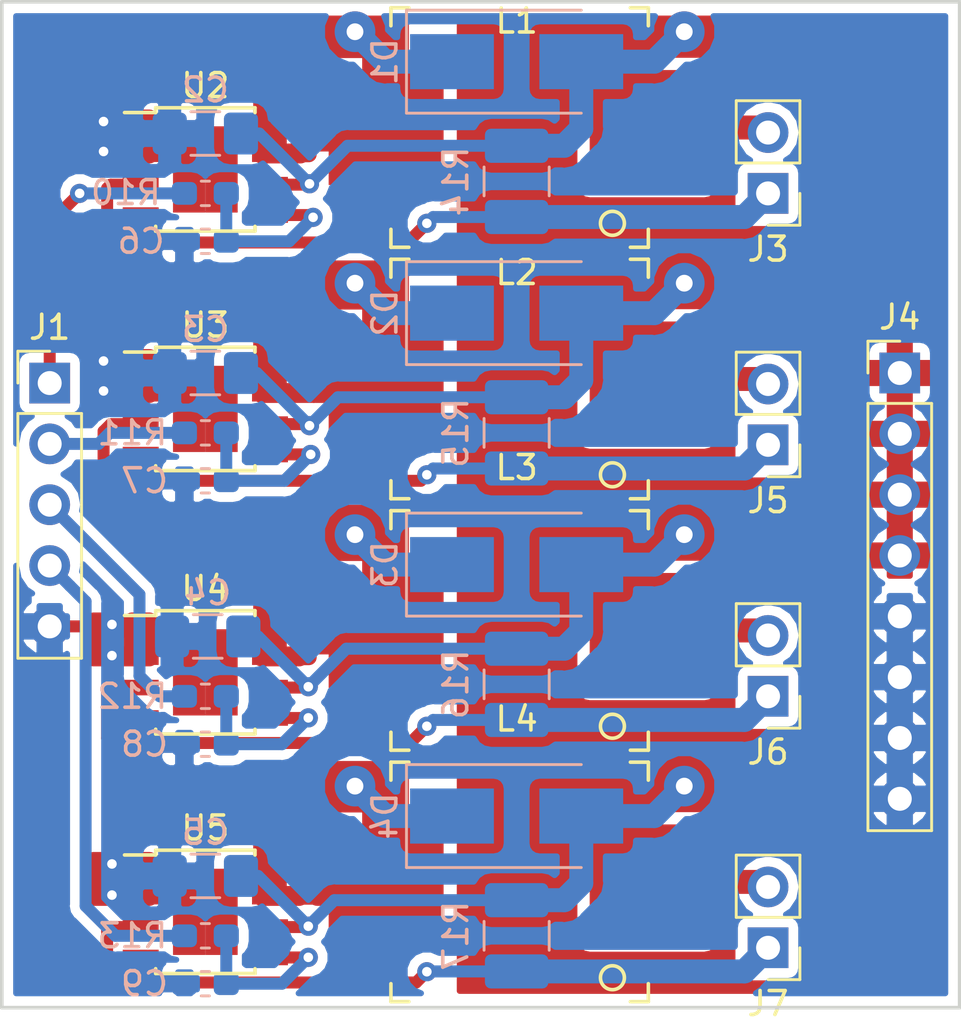
<source format=kicad_pcb>
(kicad_pcb (version 20171130) (host pcbnew "(5.0.2)-1")

  (general
    (thickness 1.6)
    (drawings 4)
    (tracks 175)
    (zones 0)
    (modules 34)
    (nets 27)
  )

  (page A4)
  (layers
    (0 F.Cu signal)
    (31 B.Cu signal)
    (32 B.Adhes user)
    (33 F.Adhes user)
    (34 B.Paste user)
    (35 F.Paste user)
    (36 B.SilkS user)
    (37 F.SilkS user)
    (38 B.Mask user)
    (39 F.Mask user)
    (40 Dwgs.User user)
    (41 Cmts.User user)
    (42 Eco1.User user)
    (43 Eco2.User user)
    (44 Edge.Cuts user)
    (45 Margin user)
    (46 B.CrtYd user)
    (47 F.CrtYd user)
    (48 B.Fab user hide)
    (49 F.Fab user hide)
  )

  (setup
    (last_trace_width 0.5)
    (trace_clearance 0.4)
    (zone_clearance 0.4)
    (zone_45_only no)
    (trace_min 0.2)
    (segment_width 0.2)
    (edge_width 0.15)
    (via_size 0.8)
    (via_drill 0.4)
    (via_min_size 0.4)
    (via_min_drill 0.3)
    (uvia_size 0.3)
    (uvia_drill 0.1)
    (uvias_allowed no)
    (uvia_min_size 0.2)
    (uvia_min_drill 0.1)
    (pcb_text_width 0.3)
    (pcb_text_size 1.5 1.5)
    (mod_edge_width 0.15)
    (mod_text_size 1 1)
    (mod_text_width 0.15)
    (pad_size 1.524 1.524)
    (pad_drill 0.762)
    (pad_to_mask_clearance 0.051)
    (solder_mask_min_width 0.25)
    (aux_axis_origin 0 0)
    (grid_origin 99.5 93)
    (visible_elements 7FFFFFFF)
    (pcbplotparams
      (layerselection 0x010fc_ffffffff)
      (usegerberextensions false)
      (usegerberattributes false)
      (usegerberadvancedattributes false)
      (creategerberjobfile false)
      (excludeedgelayer true)
      (linewidth 0.200000)
      (plotframeref false)
      (viasonmask false)
      (mode 1)
      (useauxorigin false)
      (hpglpennumber 1)
      (hpglpenspeed 20)
      (hpglpendiameter 15.000000)
      (psnegative false)
      (psa4output false)
      (plotreference true)
      (plotvalue true)
      (plotinvisibletext false)
      (padsonsilk false)
      (subtractmaskfromsilk false)
      (outputformat 1)
      (mirror false)
      (drillshape 1)
      (scaleselection 1)
      (outputdirectory ""))
  )

  (net 0 "")
  (net 1 GND)
  (net 2 +48V)
  (net 3 "Net-(C6-Pad1)")
  (net 4 "Net-(C7-Pad1)")
  (net 5 "Net-(C8-Pad1)")
  (net 6 "Net-(C9-Pad1)")
  (net 7 /SW_0)
  (net 8 /SW_1)
  (net 9 /SW_2)
  (net 10 /SW_3)
  (net 11 /Led_0-)
  (net 12 /Set_0)
  (net 13 /Set_1)
  (net 14 /Led_1-)
  (net 15 /Set_2)
  (net 16 /Led_2-)
  (net 17 /Led_3-)
  (net 18 /Set_3)
  (net 19 /PWM_0)
  (net 20 /PWM_1)
  (net 21 /PWM_2)
  (net 22 /PWM_3)
  (net 23 "Net-(U2-Pad4)")
  (net 24 "Net-(U3-Pad4)")
  (net 25 "Net-(U4-Pad4)")
  (net 26 "Net-(U5-Pad4)")

  (net_class Default "Это класс цепей по умолчанию."
    (clearance 0.4)
    (trace_width 0.5)
    (via_dia 0.8)
    (via_drill 0.4)
    (uvia_dia 0.3)
    (uvia_drill 0.1)
    (add_net +48V)
    (add_net /PWM_0)
    (add_net /PWM_1)
    (add_net /PWM_2)
    (add_net /PWM_3)
    (add_net /Set_0)
    (add_net /Set_1)
    (add_net /Set_2)
    (add_net /Set_3)
    (add_net GND)
    (add_net "Net-(C6-Pad1)")
    (add_net "Net-(C7-Pad1)")
    (add_net "Net-(C8-Pad1)")
    (add_net "Net-(C9-Pad1)")
    (add_net "Net-(U2-Pad4)")
    (add_net "Net-(U3-Pad4)")
    (add_net "Net-(U4-Pad4)")
    (add_net "Net-(U5-Pad4)")
  )

  (net_class POWER ""
    (clearance 0.4)
    (trace_width 1)
    (via_dia 1.7)
    (via_drill 0.7)
    (uvia_dia 0.3)
    (uvia_drill 0.1)
    (add_net /Led_0-)
    (add_net /Led_1-)
    (add_net /Led_2-)
    (add_net /Led_3-)
    (add_net /SW_0)
    (add_net /SW_1)
    (add_net /SW_2)
    (add_net /SW_3)
  )

  (module Connector_PinHeader_2.54mm:PinHeader_1x08_P2.54mm_Vertical (layer F.Cu) (tedit 59FED5CC) (tstamp 5C9B1363)
    (at 137 66.5)
    (descr "Through hole straight pin header, 1x08, 2.54mm pitch, single row")
    (tags "Through hole pin header THT 1x08 2.54mm single row")
    (path /5C9A715E)
    (fp_text reference J4 (at 0 -2.33) (layer F.SilkS)
      (effects (font (size 1 1) (thickness 0.15)))
    )
    (fp_text value Conn_01x08_Male (at 0 20.11) (layer F.Fab)
      (effects (font (size 1 1) (thickness 0.15)))
    )
    (fp_line (start -0.635 -1.27) (end 1.27 -1.27) (layer F.Fab) (width 0.1))
    (fp_line (start 1.27 -1.27) (end 1.27 19.05) (layer F.Fab) (width 0.1))
    (fp_line (start 1.27 19.05) (end -1.27 19.05) (layer F.Fab) (width 0.1))
    (fp_line (start -1.27 19.05) (end -1.27 -0.635) (layer F.Fab) (width 0.1))
    (fp_line (start -1.27 -0.635) (end -0.635 -1.27) (layer F.Fab) (width 0.1))
    (fp_line (start -1.33 19.11) (end 1.33 19.11) (layer F.SilkS) (width 0.12))
    (fp_line (start -1.33 1.27) (end -1.33 19.11) (layer F.SilkS) (width 0.12))
    (fp_line (start 1.33 1.27) (end 1.33 19.11) (layer F.SilkS) (width 0.12))
    (fp_line (start -1.33 1.27) (end 1.33 1.27) (layer F.SilkS) (width 0.12))
    (fp_line (start -1.33 0) (end -1.33 -1.33) (layer F.SilkS) (width 0.12))
    (fp_line (start -1.33 -1.33) (end 0 -1.33) (layer F.SilkS) (width 0.12))
    (fp_line (start -1.8 -1.8) (end -1.8 19.55) (layer F.CrtYd) (width 0.05))
    (fp_line (start -1.8 19.55) (end 1.8 19.55) (layer F.CrtYd) (width 0.05))
    (fp_line (start 1.8 19.55) (end 1.8 -1.8) (layer F.CrtYd) (width 0.05))
    (fp_line (start 1.8 -1.8) (end -1.8 -1.8) (layer F.CrtYd) (width 0.05))
    (fp_text user %R (at 0 8.89 90) (layer F.Fab)
      (effects (font (size 1 1) (thickness 0.15)))
    )
    (pad 1 thru_hole rect (at 0 0) (size 1.7 1.7) (drill 1) (layers *.Cu *.Mask)
      (net 2 +48V))
    (pad 2 thru_hole oval (at 0 2.54) (size 1.7 1.7) (drill 1) (layers *.Cu *.Mask)
      (net 2 +48V))
    (pad 3 thru_hole oval (at 0 5.08) (size 1.7 1.7) (drill 1) (layers *.Cu *.Mask)
      (net 2 +48V))
    (pad 4 thru_hole oval (at 0 7.62) (size 1.7 1.7) (drill 1) (layers *.Cu *.Mask)
      (net 2 +48V))
    (pad 5 thru_hole oval (at 0 10.16) (size 1.7 1.7) (drill 1) (layers *.Cu *.Mask)
      (net 1 GND))
    (pad 6 thru_hole oval (at 0 12.7) (size 1.7 1.7) (drill 1) (layers *.Cu *.Mask)
      (net 1 GND))
    (pad 7 thru_hole oval (at 0 15.24) (size 1.7 1.7) (drill 1) (layers *.Cu *.Mask)
      (net 1 GND))
    (pad 8 thru_hole oval (at 0 17.78) (size 1.7 1.7) (drill 1) (layers *.Cu *.Mask)
      (net 1 GND))
    (model ${KISYS3DMOD}/Connector_PinHeader_2.54mm.3dshapes/PinHeader_1x08_P2.54mm_Vertical.wrl
      (at (xyz 0 0 0))
      (scale (xyz 1 1 1))
      (rotate (xyz 0 0 0))
    )
  )

  (module my_lib:Package_2-smd_10.7x10mm (layer F.Cu) (tedit 5C9BC2F3) (tstamp 5C9B817D)
    (at 121 56.25)
    (path /5C995C5E)
    (fp_text reference L1 (at 0 -4.445) (layer F.SilkS)
      (effects (font (size 1 1) (thickness 0.15)))
    )
    (fp_text value 82uH (at 0 6.5) (layer F.Fab)
      (effects (font (size 1 1) (thickness 0.15)))
    )
    (fp_circle (center 4 4) (end 4 3.5) (layer F.SilkS) (width 0.15))
    (fp_line (start 5.5 5) (end 4.75 5) (layer F.SilkS) (width 0.15))
    (fp_line (start 5.5 4.25) (end 5.5 5) (layer F.SilkS) (width 0.15))
    (fp_line (start -5.25 5) (end -4.5 5) (layer F.SilkS) (width 0.15))
    (fp_line (start -5.25 4.25) (end -5.25 5) (layer F.SilkS) (width 0.15))
    (fp_line (start 5.5 -5) (end 5.5 -4.25) (layer F.SilkS) (width 0.15))
    (fp_line (start 4.75 -5) (end 5.5 -5) (layer F.SilkS) (width 0.15))
    (fp_line (start -5.25 -5) (end -5.25 -4.25) (layer F.SilkS) (width 0.15))
    (fp_line (start -4.5 -5) (end -5.25 -5) (layer F.SilkS) (width 0.15))
    (fp_line (start -5.5 -5.25) (end 5.75 -5.25) (layer F.CrtYd) (width 0.15))
    (fp_line (start -5.5 -5.25) (end -5.5 5.25) (layer F.CrtYd) (width 0.15))
    (fp_line (start 5.75 -5.25) (end 5.75 5.25) (layer F.CrtYd) (width 0.15))
    (fp_line (start -5.5 5.25) (end 5.75 5.25) (layer F.CrtYd) (width 0.15))
    (pad 2 smd rect (at 5.45 0) (size 4.8 4.8) (layers F.Cu F.Paste F.Mask)
      (net 11 /Led_0-))
    (pad 1 smd rect (at -5.45 0) (size 4.8 4.8) (layers F.Cu F.Paste F.Mask)
      (net 7 /SW_0))
    (model D:/GIT/my_rep/Ki_Lib/my_3d_lib/Package_2-smd_10.7x10mm.stp
      (offset (xyz -5.25 -5 0))
      (scale (xyz 1 1 1))
      (rotate (xyz 0 0 0))
    )
  )

  (module my_lib:Package_2-smd_10.7x10mm (layer F.Cu) (tedit 5C9BC2F3) (tstamp 5C9A600E)
    (at 121 66.75)
    (path /5CA5FF50)
    (fp_text reference L2 (at 0 -4.445) (layer F.SilkS)
      (effects (font (size 1 1) (thickness 0.15)))
    )
    (fp_text value 82uH (at 0 6.5) (layer F.Fab)
      (effects (font (size 1 1) (thickness 0.15)))
    )
    (fp_circle (center 4 4) (end 4 3.5) (layer F.SilkS) (width 0.15))
    (fp_line (start 5.5 5) (end 4.75 5) (layer F.SilkS) (width 0.15))
    (fp_line (start 5.5 4.25) (end 5.5 5) (layer F.SilkS) (width 0.15))
    (fp_line (start -5.25 5) (end -4.5 5) (layer F.SilkS) (width 0.15))
    (fp_line (start -5.25 4.25) (end -5.25 5) (layer F.SilkS) (width 0.15))
    (fp_line (start 5.5 -5) (end 5.5 -4.25) (layer F.SilkS) (width 0.15))
    (fp_line (start 4.75 -5) (end 5.5 -5) (layer F.SilkS) (width 0.15))
    (fp_line (start -5.25 -5) (end -5.25 -4.25) (layer F.SilkS) (width 0.15))
    (fp_line (start -4.5 -5) (end -5.25 -5) (layer F.SilkS) (width 0.15))
    (fp_line (start -5.5 -5.25) (end 5.75 -5.25) (layer F.CrtYd) (width 0.15))
    (fp_line (start -5.5 -5.25) (end -5.5 5.25) (layer F.CrtYd) (width 0.15))
    (fp_line (start 5.75 -5.25) (end 5.75 5.25) (layer F.CrtYd) (width 0.15))
    (fp_line (start -5.5 5.25) (end 5.75 5.25) (layer F.CrtYd) (width 0.15))
    (pad 2 smd rect (at 5.45 0) (size 4.8 4.8) (layers F.Cu F.Paste F.Mask)
      (net 14 /Led_1-))
    (pad 1 smd rect (at -5.45 0) (size 4.8 4.8) (layers F.Cu F.Paste F.Mask)
      (net 8 /SW_1))
    (model D:/GIT/my_rep/Ki_Lib/my_3d_lib/Package_2-smd_10.7x10mm.stp
      (offset (xyz -5.25 -5 0))
      (scale (xyz 1 1 1))
      (rotate (xyz 0 0 0))
    )
  )

  (module my_lib:Package_2-smd_10.7x10mm (layer F.Cu) (tedit 5C9BC2F3) (tstamp 5C9A5A10)
    (at 121 77.25)
    (path /5CA6ACC6)
    (fp_text reference L3 (at 0 -6.8) (layer F.SilkS)
      (effects (font (size 1 1) (thickness 0.15)))
    )
    (fp_text value 82uH (at 0 6.5) (layer F.Fab)
      (effects (font (size 1 1) (thickness 0.15)))
    )
    (fp_circle (center 4 4) (end 4 3.5) (layer F.SilkS) (width 0.15))
    (fp_line (start 5.5 5) (end 4.75 5) (layer F.SilkS) (width 0.15))
    (fp_line (start 5.5 4.25) (end 5.5 5) (layer F.SilkS) (width 0.15))
    (fp_line (start -5.25 5) (end -4.5 5) (layer F.SilkS) (width 0.15))
    (fp_line (start -5.25 4.25) (end -5.25 5) (layer F.SilkS) (width 0.15))
    (fp_line (start 5.5 -5) (end 5.5 -4.25) (layer F.SilkS) (width 0.15))
    (fp_line (start 4.75 -5) (end 5.5 -5) (layer F.SilkS) (width 0.15))
    (fp_line (start -5.25 -5) (end -5.25 -4.25) (layer F.SilkS) (width 0.15))
    (fp_line (start -4.5 -5) (end -5.25 -5) (layer F.SilkS) (width 0.15))
    (fp_line (start -5.5 -5.25) (end 5.75 -5.25) (layer F.CrtYd) (width 0.15))
    (fp_line (start -5.5 -5.25) (end -5.5 5.25) (layer F.CrtYd) (width 0.15))
    (fp_line (start 5.75 -5.25) (end 5.75 5.25) (layer F.CrtYd) (width 0.15))
    (fp_line (start -5.5 5.25) (end 5.75 5.25) (layer F.CrtYd) (width 0.15))
    (pad 2 smd rect (at 5.45 0) (size 4.8 4.8) (layers F.Cu F.Paste F.Mask)
      (net 16 /Led_2-))
    (pad 1 smd rect (at -5.45 0) (size 4.8 4.8) (layers F.Cu F.Paste F.Mask)
      (net 9 /SW_2))
    (model D:/GIT/my_rep/Ki_Lib/my_3d_lib/Package_2-smd_10.7x10mm.stp
      (offset (xyz -5.25 -5 0))
      (scale (xyz 1 1 1))
      (rotate (xyz 0 0 0))
    )
  )

  (module my_lib:Package_2-smd_10.7x10mm (layer F.Cu) (tedit 5C9BC2F3) (tstamp 5C9A5AB5)
    (at 121 87.75)
    (path /5CA76CF5)
    (fp_text reference L4 (at 0 -6.8) (layer F.SilkS)
      (effects (font (size 1 1) (thickness 0.15)))
    )
    (fp_text value 82uH (at 0 6.5) (layer F.Fab)
      (effects (font (size 1 1) (thickness 0.15)))
    )
    (fp_circle (center 4 4) (end 4 3.5) (layer F.SilkS) (width 0.15))
    (fp_line (start 5.5 5) (end 4.75 5) (layer F.SilkS) (width 0.15))
    (fp_line (start 5.5 4.25) (end 5.5 5) (layer F.SilkS) (width 0.15))
    (fp_line (start -5.25 5) (end -4.5 5) (layer F.SilkS) (width 0.15))
    (fp_line (start -5.25 4.25) (end -5.25 5) (layer F.SilkS) (width 0.15))
    (fp_line (start 5.5 -5) (end 5.5 -4.25) (layer F.SilkS) (width 0.15))
    (fp_line (start 4.75 -5) (end 5.5 -5) (layer F.SilkS) (width 0.15))
    (fp_line (start -5.25 -5) (end -5.25 -4.25) (layer F.SilkS) (width 0.15))
    (fp_line (start -4.5 -5) (end -5.25 -5) (layer F.SilkS) (width 0.15))
    (fp_line (start -5.5 -5.25) (end 5.75 -5.25) (layer F.CrtYd) (width 0.15))
    (fp_line (start -5.5 -5.25) (end -5.5 5.25) (layer F.CrtYd) (width 0.15))
    (fp_line (start 5.75 -5.25) (end 5.75 5.25) (layer F.CrtYd) (width 0.15))
    (fp_line (start -5.5 5.25) (end 5.75 5.25) (layer F.CrtYd) (width 0.15))
    (pad 2 smd rect (at 5.45 0) (size 4.8 4.8) (layers F.Cu F.Paste F.Mask)
      (net 17 /Led_3-))
    (pad 1 smd rect (at -5.45 0) (size 4.8 4.8) (layers F.Cu F.Paste F.Mask)
      (net 10 /SW_3))
    (model D:/GIT/my_rep/Ki_Lib/my_3d_lib/Package_2-smd_10.7x10mm.stp
      (offset (xyz -5.25 -5 0))
      (scale (xyz 1 1 1))
      (rotate (xyz 0 0 0))
    )
  )

  (module Diode_SMD:D_SMB_Handsoldering (layer B.Cu) (tedit 590B3D55) (tstamp 5C9BD9DF)
    (at 121 53.5)
    (descr "Diode SMB (DO-214AA) Handsoldering")
    (tags "Diode SMB (DO-214AA) Handsoldering")
    (path /5C993FD4)
    (attr smd)
    (fp_text reference D1 (at -5.5 0 90) (layer B.SilkS)
      (effects (font (size 1 1) (thickness 0.15)) (justify mirror))
    )
    (fp_text value DIODE (at 0 -3) (layer B.Fab)
      (effects (font (size 1 1) (thickness 0.15)) (justify mirror))
    )
    (fp_line (start -4.6 2.15) (end 2.7 2.15) (layer B.SilkS) (width 0.12))
    (fp_line (start -4.6 -2.15) (end 2.7 -2.15) (layer B.SilkS) (width 0.12))
    (fp_line (start -0.64944 -0.00102) (end 0.50118 0.79908) (layer B.Fab) (width 0.1))
    (fp_line (start -0.64944 -0.00102) (end 0.50118 -0.75032) (layer B.Fab) (width 0.1))
    (fp_line (start 0.50118 -0.75032) (end 0.50118 0.79908) (layer B.Fab) (width 0.1))
    (fp_line (start -0.64944 0.79908) (end -0.64944 -0.80112) (layer B.Fab) (width 0.1))
    (fp_line (start 0.50118 -0.00102) (end 1.4994 -0.00102) (layer B.Fab) (width 0.1))
    (fp_line (start -0.64944 -0.00102) (end -1.55114 -0.00102) (layer B.Fab) (width 0.1))
    (fp_line (start -4.7 -2.25) (end -4.7 2.25) (layer B.CrtYd) (width 0.05))
    (fp_line (start 4.7 -2.25) (end -4.7 -2.25) (layer B.CrtYd) (width 0.05))
    (fp_line (start 4.7 2.25) (end 4.7 -2.25) (layer B.CrtYd) (width 0.05))
    (fp_line (start -4.7 2.25) (end 4.7 2.25) (layer B.CrtYd) (width 0.05))
    (fp_line (start 2.3 2) (end -2.3 2) (layer B.Fab) (width 0.1))
    (fp_line (start 2.3 2) (end 2.3 -2) (layer B.Fab) (width 0.1))
    (fp_line (start -2.3 -2) (end -2.3 2) (layer B.Fab) (width 0.1))
    (fp_line (start 2.3 -2) (end -2.3 -2) (layer B.Fab) (width 0.1))
    (fp_line (start -4.6 2.15) (end -4.6 -2.15) (layer B.SilkS) (width 0.12))
    (fp_text user %R (at 0 3) (layer B.Fab)
      (effects (font (size 1 1) (thickness 0.15)) (justify mirror))
    )
    (pad 2 smd rect (at 2.7 0) (size 3.5 2.3) (layers B.Cu B.Paste B.Mask)
      (net 2 +48V))
    (pad 1 smd rect (at -2.7 0) (size 3.5 2.3) (layers B.Cu B.Paste B.Mask)
      (net 7 /SW_0))
    (model ${KISYS3DMOD}/Diode_SMD.3dshapes/D_SMB.wrl
      (at (xyz 0 0 0))
      (scale (xyz 1 1 1))
      (rotate (xyz 0 0 0))
    )
  )

  (module Diode_SMD:D_SMB_Handsoldering (layer B.Cu) (tedit 590B3D55) (tstamp 5C9A607B)
    (at 121 64)
    (descr "Diode SMB (DO-214AA) Handsoldering")
    (tags "Diode SMB (DO-214AA) Handsoldering")
    (path /5CA5FF43)
    (attr smd)
    (fp_text reference D2 (at -5.5 0 90) (layer B.SilkS)
      (effects (font (size 1 1) (thickness 0.15)) (justify mirror))
    )
    (fp_text value DIODE (at 0 -3) (layer B.Fab)
      (effects (font (size 1 1) (thickness 0.15)) (justify mirror))
    )
    (fp_line (start -4.6 2.15) (end 2.7 2.15) (layer B.SilkS) (width 0.12))
    (fp_line (start -4.6 -2.15) (end 2.7 -2.15) (layer B.SilkS) (width 0.12))
    (fp_line (start -0.64944 -0.00102) (end 0.50118 0.79908) (layer B.Fab) (width 0.1))
    (fp_line (start -0.64944 -0.00102) (end 0.50118 -0.75032) (layer B.Fab) (width 0.1))
    (fp_line (start 0.50118 -0.75032) (end 0.50118 0.79908) (layer B.Fab) (width 0.1))
    (fp_line (start -0.64944 0.79908) (end -0.64944 -0.80112) (layer B.Fab) (width 0.1))
    (fp_line (start 0.50118 -0.00102) (end 1.4994 -0.00102) (layer B.Fab) (width 0.1))
    (fp_line (start -0.64944 -0.00102) (end -1.55114 -0.00102) (layer B.Fab) (width 0.1))
    (fp_line (start -4.7 -2.25) (end -4.7 2.25) (layer B.CrtYd) (width 0.05))
    (fp_line (start 4.7 -2.25) (end -4.7 -2.25) (layer B.CrtYd) (width 0.05))
    (fp_line (start 4.7 2.25) (end 4.7 -2.25) (layer B.CrtYd) (width 0.05))
    (fp_line (start -4.7 2.25) (end 4.7 2.25) (layer B.CrtYd) (width 0.05))
    (fp_line (start 2.3 2) (end -2.3 2) (layer B.Fab) (width 0.1))
    (fp_line (start 2.3 2) (end 2.3 -2) (layer B.Fab) (width 0.1))
    (fp_line (start -2.3 -2) (end -2.3 2) (layer B.Fab) (width 0.1))
    (fp_line (start 2.3 -2) (end -2.3 -2) (layer B.Fab) (width 0.1))
    (fp_line (start -4.6 2.15) (end -4.6 -2.15) (layer B.SilkS) (width 0.12))
    (fp_text user %R (at 0 3) (layer B.Fab)
      (effects (font (size 1 1) (thickness 0.15)) (justify mirror))
    )
    (pad 2 smd rect (at 2.7 0) (size 3.5 2.3) (layers B.Cu B.Paste B.Mask)
      (net 2 +48V))
    (pad 1 smd rect (at -2.7 0) (size 3.5 2.3) (layers B.Cu B.Paste B.Mask)
      (net 8 /SW_1))
    (model ${KISYS3DMOD}/Diode_SMD.3dshapes/D_SMB.wrl
      (at (xyz 0 0 0))
      (scale (xyz 1 1 1))
      (rotate (xyz 0 0 0))
    )
  )

  (module Diode_SMD:D_SMB_Handsoldering (layer B.Cu) (tedit 590B3D55) (tstamp 5C9A6206)
    (at 121 74.5)
    (descr "Diode SMB (DO-214AA) Handsoldering")
    (tags "Diode SMB (DO-214AA) Handsoldering")
    (path /5CA6ACB9)
    (attr smd)
    (fp_text reference D3 (at -5.5 0 90) (layer B.SilkS)
      (effects (font (size 1 1) (thickness 0.15)) (justify mirror))
    )
    (fp_text value DIODE (at 0 -3) (layer B.Fab)
      (effects (font (size 1 1) (thickness 0.15)) (justify mirror))
    )
    (fp_line (start -4.6 2.15) (end 2.7 2.15) (layer B.SilkS) (width 0.12))
    (fp_line (start -4.6 -2.15) (end 2.7 -2.15) (layer B.SilkS) (width 0.12))
    (fp_line (start -0.64944 -0.00102) (end 0.50118 0.79908) (layer B.Fab) (width 0.1))
    (fp_line (start -0.64944 -0.00102) (end 0.50118 -0.75032) (layer B.Fab) (width 0.1))
    (fp_line (start 0.50118 -0.75032) (end 0.50118 0.79908) (layer B.Fab) (width 0.1))
    (fp_line (start -0.64944 0.79908) (end -0.64944 -0.80112) (layer B.Fab) (width 0.1))
    (fp_line (start 0.50118 -0.00102) (end 1.4994 -0.00102) (layer B.Fab) (width 0.1))
    (fp_line (start -0.64944 -0.00102) (end -1.55114 -0.00102) (layer B.Fab) (width 0.1))
    (fp_line (start -4.7 -2.25) (end -4.7 2.25) (layer B.CrtYd) (width 0.05))
    (fp_line (start 4.7 -2.25) (end -4.7 -2.25) (layer B.CrtYd) (width 0.05))
    (fp_line (start 4.7 2.25) (end 4.7 -2.25) (layer B.CrtYd) (width 0.05))
    (fp_line (start -4.7 2.25) (end 4.7 2.25) (layer B.CrtYd) (width 0.05))
    (fp_line (start 2.3 2) (end -2.3 2) (layer B.Fab) (width 0.1))
    (fp_line (start 2.3 2) (end 2.3 -2) (layer B.Fab) (width 0.1))
    (fp_line (start -2.3 -2) (end -2.3 2) (layer B.Fab) (width 0.1))
    (fp_line (start 2.3 -2) (end -2.3 -2) (layer B.Fab) (width 0.1))
    (fp_line (start -4.6 2.15) (end -4.6 -2.15) (layer B.SilkS) (width 0.12))
    (fp_text user %R (at 0 3) (layer B.Fab)
      (effects (font (size 1 1) (thickness 0.15)) (justify mirror))
    )
    (pad 2 smd rect (at 2.7 0) (size 3.5 2.3) (layers B.Cu B.Paste B.Mask)
      (net 2 +48V))
    (pad 1 smd rect (at -2.7 0) (size 3.5 2.3) (layers B.Cu B.Paste B.Mask)
      (net 9 /SW_2))
    (model ${KISYS3DMOD}/Diode_SMD.3dshapes/D_SMB.wrl
      (at (xyz 0 0 0))
      (scale (xyz 1 1 1))
      (rotate (xyz 0 0 0))
    )
  )

  (module Diode_SMD:D_SMB_Handsoldering (layer B.Cu) (tedit 590B3D55) (tstamp 5C9A62B2)
    (at 121 85)
    (descr "Diode SMB (DO-214AA) Handsoldering")
    (tags "Diode SMB (DO-214AA) Handsoldering")
    (path /5CA76CE8)
    (attr smd)
    (fp_text reference D4 (at -5.5 0 90) (layer B.SilkS)
      (effects (font (size 1 1) (thickness 0.15)) (justify mirror))
    )
    (fp_text value DIODE (at 0 -3) (layer B.Fab)
      (effects (font (size 1 1) (thickness 0.15)) (justify mirror))
    )
    (fp_line (start -4.6 2.15) (end 2.7 2.15) (layer B.SilkS) (width 0.12))
    (fp_line (start -4.6 -2.15) (end 2.7 -2.15) (layer B.SilkS) (width 0.12))
    (fp_line (start -0.64944 -0.00102) (end 0.50118 0.79908) (layer B.Fab) (width 0.1))
    (fp_line (start -0.64944 -0.00102) (end 0.50118 -0.75032) (layer B.Fab) (width 0.1))
    (fp_line (start 0.50118 -0.75032) (end 0.50118 0.79908) (layer B.Fab) (width 0.1))
    (fp_line (start -0.64944 0.79908) (end -0.64944 -0.80112) (layer B.Fab) (width 0.1))
    (fp_line (start 0.50118 -0.00102) (end 1.4994 -0.00102) (layer B.Fab) (width 0.1))
    (fp_line (start -0.64944 -0.00102) (end -1.55114 -0.00102) (layer B.Fab) (width 0.1))
    (fp_line (start -4.7 -2.25) (end -4.7 2.25) (layer B.CrtYd) (width 0.05))
    (fp_line (start 4.7 -2.25) (end -4.7 -2.25) (layer B.CrtYd) (width 0.05))
    (fp_line (start 4.7 2.25) (end 4.7 -2.25) (layer B.CrtYd) (width 0.05))
    (fp_line (start -4.7 2.25) (end 4.7 2.25) (layer B.CrtYd) (width 0.05))
    (fp_line (start 2.3 2) (end -2.3 2) (layer B.Fab) (width 0.1))
    (fp_line (start 2.3 2) (end 2.3 -2) (layer B.Fab) (width 0.1))
    (fp_line (start -2.3 -2) (end -2.3 2) (layer B.Fab) (width 0.1))
    (fp_line (start 2.3 -2) (end -2.3 -2) (layer B.Fab) (width 0.1))
    (fp_line (start -4.6 2.15) (end -4.6 -2.15) (layer B.SilkS) (width 0.12))
    (fp_text user %R (at 0 3) (layer B.Fab)
      (effects (font (size 1 1) (thickness 0.15)) (justify mirror))
    )
    (pad 2 smd rect (at 2.7 0) (size 3.5 2.3) (layers B.Cu B.Paste B.Mask)
      (net 2 +48V))
    (pad 1 smd rect (at -2.7 0) (size 3.5 2.3) (layers B.Cu B.Paste B.Mask)
      (net 10 /SW_3))
    (model ${KISYS3DMOD}/Diode_SMD.3dshapes/D_SMB.wrl
      (at (xyz 0 0 0))
      (scale (xyz 1 1 1))
      (rotate (xyz 0 0 0))
    )
  )

  (module Capacitor_SMD:C_1206_3216Metric_Pad1.42x1.75mm_HandSolder (layer B.Cu) (tedit 5B301BBE) (tstamp 5C9A4B50)
    (at 108 56.5 180)
    (descr "Capacitor SMD 1206 (3216 Metric), square (rectangular) end terminal, IPC_7351 nominal with elongated pad for handsoldering. (Body size source: http://www.tortai-tech.com/upload/download/2011102023233369053.pdf), generated with kicad-footprint-generator")
    (tags "capacitor handsolder")
    (path /5CB196DF)
    (attr smd)
    (fp_text reference C2 (at 0 1.82 180) (layer B.SilkS)
      (effects (font (size 1 1) (thickness 0.15)) (justify mirror))
    )
    (fp_text value 10u (at 0 -1.82 180) (layer B.Fab)
      (effects (font (size 1 1) (thickness 0.15)) (justify mirror))
    )
    (fp_text user %R (at 0 0 180) (layer B.Fab)
      (effects (font (size 0.8 0.8) (thickness 0.12)) (justify mirror))
    )
    (fp_line (start 2.45 -1.12) (end -2.45 -1.12) (layer B.CrtYd) (width 0.05))
    (fp_line (start 2.45 1.12) (end 2.45 -1.12) (layer B.CrtYd) (width 0.05))
    (fp_line (start -2.45 1.12) (end 2.45 1.12) (layer B.CrtYd) (width 0.05))
    (fp_line (start -2.45 -1.12) (end -2.45 1.12) (layer B.CrtYd) (width 0.05))
    (fp_line (start -0.602064 -0.91) (end 0.602064 -0.91) (layer B.SilkS) (width 0.12))
    (fp_line (start -0.602064 0.91) (end 0.602064 0.91) (layer B.SilkS) (width 0.12))
    (fp_line (start 1.6 -0.8) (end -1.6 -0.8) (layer B.Fab) (width 0.1))
    (fp_line (start 1.6 0.8) (end 1.6 -0.8) (layer B.Fab) (width 0.1))
    (fp_line (start -1.6 0.8) (end 1.6 0.8) (layer B.Fab) (width 0.1))
    (fp_line (start -1.6 -0.8) (end -1.6 0.8) (layer B.Fab) (width 0.1))
    (pad 2 smd roundrect (at 1.4875 0 180) (size 1.425 1.75) (layers B.Cu B.Paste B.Mask) (roundrect_rratio 0.175439)
      (net 1 GND))
    (pad 1 smd roundrect (at -1.4875 0 180) (size 1.425 1.75) (layers B.Cu B.Paste B.Mask) (roundrect_rratio 0.175439)
      (net 2 +48V))
    (model ${KISYS3DMOD}/Capacitor_SMD.3dshapes/C_1206_3216Metric.wrl
      (at (xyz 0 0 0))
      (scale (xyz 1 1 1))
      (rotate (xyz 0 0 0))
    )
  )

  (module Capacitor_SMD:C_1206_3216Metric_Pad1.42x1.75mm_HandSolder (layer B.Cu) (tedit 5B301BBE) (tstamp 5C99E88E)
    (at 108 66.5 180)
    (descr "Capacitor SMD 1206 (3216 Metric), square (rectangular) end terminal, IPC_7351 nominal with elongated pad for handsoldering. (Body size source: http://www.tortai-tech.com/upload/download/2011102023233369053.pdf), generated with kicad-footprint-generator")
    (tags "capacitor handsolder")
    (path /5CB2BD41)
    (attr smd)
    (fp_text reference C3 (at 0 1.82 180) (layer B.SilkS)
      (effects (font (size 1 1) (thickness 0.15)) (justify mirror))
    )
    (fp_text value 10u (at 0 -1.82 180) (layer B.Fab)
      (effects (font (size 1 1) (thickness 0.15)) (justify mirror))
    )
    (fp_line (start -1.6 -0.8) (end -1.6 0.8) (layer B.Fab) (width 0.1))
    (fp_line (start -1.6 0.8) (end 1.6 0.8) (layer B.Fab) (width 0.1))
    (fp_line (start 1.6 0.8) (end 1.6 -0.8) (layer B.Fab) (width 0.1))
    (fp_line (start 1.6 -0.8) (end -1.6 -0.8) (layer B.Fab) (width 0.1))
    (fp_line (start -0.602064 0.91) (end 0.602064 0.91) (layer B.SilkS) (width 0.12))
    (fp_line (start -0.602064 -0.91) (end 0.602064 -0.91) (layer B.SilkS) (width 0.12))
    (fp_line (start -2.45 -1.12) (end -2.45 1.12) (layer B.CrtYd) (width 0.05))
    (fp_line (start -2.45 1.12) (end 2.45 1.12) (layer B.CrtYd) (width 0.05))
    (fp_line (start 2.45 1.12) (end 2.45 -1.12) (layer B.CrtYd) (width 0.05))
    (fp_line (start 2.45 -1.12) (end -2.45 -1.12) (layer B.CrtYd) (width 0.05))
    (fp_text user %R (at 0 0 180) (layer B.Fab)
      (effects (font (size 0.8 0.8) (thickness 0.12)) (justify mirror))
    )
    (pad 1 smd roundrect (at -1.4875 0 180) (size 1.425 1.75) (layers B.Cu B.Paste B.Mask) (roundrect_rratio 0.175439)
      (net 2 +48V))
    (pad 2 smd roundrect (at 1.4875 0 180) (size 1.425 1.75) (layers B.Cu B.Paste B.Mask) (roundrect_rratio 0.175439)
      (net 1 GND))
    (model ${KISYS3DMOD}/Capacitor_SMD.3dshapes/C_1206_3216Metric.wrl
      (at (xyz 0 0 0))
      (scale (xyz 1 1 1))
      (rotate (xyz 0 0 0))
    )
  )

  (module Capacitor_SMD:C_1206_3216Metric_Pad1.42x1.75mm_HandSolder (layer B.Cu) (tedit 5B301BBE) (tstamp 5CA834BE)
    (at 108.1 77.5 180)
    (descr "Capacitor SMD 1206 (3216 Metric), square (rectangular) end terminal, IPC_7351 nominal with elongated pad for handsoldering. (Body size source: http://www.tortai-tech.com/upload/download/2011102023233369053.pdf), generated with kicad-footprint-generator")
    (tags "capacitor handsolder")
    (path /5CB3D890)
    (attr smd)
    (fp_text reference C4 (at 0 1.82 180) (layer B.SilkS)
      (effects (font (size 1 1) (thickness 0.15)) (justify mirror))
    )
    (fp_text value 10u (at 0 -1.82 180) (layer B.Fab)
      (effects (font (size 1 1) (thickness 0.15)) (justify mirror))
    )
    (fp_text user %R (at 0 0 180) (layer B.Fab)
      (effects (font (size 0.8 0.8) (thickness 0.12)) (justify mirror))
    )
    (fp_line (start 2.45 -1.12) (end -2.45 -1.12) (layer B.CrtYd) (width 0.05))
    (fp_line (start 2.45 1.12) (end 2.45 -1.12) (layer B.CrtYd) (width 0.05))
    (fp_line (start -2.45 1.12) (end 2.45 1.12) (layer B.CrtYd) (width 0.05))
    (fp_line (start -2.45 -1.12) (end -2.45 1.12) (layer B.CrtYd) (width 0.05))
    (fp_line (start -0.602064 -0.91) (end 0.602064 -0.91) (layer B.SilkS) (width 0.12))
    (fp_line (start -0.602064 0.91) (end 0.602064 0.91) (layer B.SilkS) (width 0.12))
    (fp_line (start 1.6 -0.8) (end -1.6 -0.8) (layer B.Fab) (width 0.1))
    (fp_line (start 1.6 0.8) (end 1.6 -0.8) (layer B.Fab) (width 0.1))
    (fp_line (start -1.6 0.8) (end 1.6 0.8) (layer B.Fab) (width 0.1))
    (fp_line (start -1.6 -0.8) (end -1.6 0.8) (layer B.Fab) (width 0.1))
    (pad 2 smd roundrect (at 1.4875 0 180) (size 1.425 1.75) (layers B.Cu B.Paste B.Mask) (roundrect_rratio 0.175439)
      (net 1 GND))
    (pad 1 smd roundrect (at -1.4875 0 180) (size 1.425 1.75) (layers B.Cu B.Paste B.Mask) (roundrect_rratio 0.175439)
      (net 2 +48V))
    (model ${KISYS3DMOD}/Capacitor_SMD.3dshapes/C_1206_3216Metric.wrl
      (at (xyz 0 0 0))
      (scale (xyz 1 1 1))
      (rotate (xyz 0 0 0))
    )
  )

  (module Capacitor_SMD:C_1206_3216Metric_Pad1.42x1.75mm_HandSolder (layer B.Cu) (tedit 5B301BBE) (tstamp 5CA8351E)
    (at 108 87.5 180)
    (descr "Capacitor SMD 1206 (3216 Metric), square (rectangular) end terminal, IPC_7351 nominal with elongated pad for handsoldering. (Body size source: http://www.tortai-tech.com/upload/download/2011102023233369053.pdf), generated with kicad-footprint-generator")
    (tags "capacitor handsolder")
    (path /5CB4F8C7)
    (attr smd)
    (fp_text reference C5 (at 0 1.82 180) (layer B.SilkS)
      (effects (font (size 1 1) (thickness 0.15)) (justify mirror))
    )
    (fp_text value 10u (at 0 -1.82 180) (layer B.Fab)
      (effects (font (size 1 1) (thickness 0.15)) (justify mirror))
    )
    (fp_line (start -1.6 -0.8) (end -1.6 0.8) (layer B.Fab) (width 0.1))
    (fp_line (start -1.6 0.8) (end 1.6 0.8) (layer B.Fab) (width 0.1))
    (fp_line (start 1.6 0.8) (end 1.6 -0.8) (layer B.Fab) (width 0.1))
    (fp_line (start 1.6 -0.8) (end -1.6 -0.8) (layer B.Fab) (width 0.1))
    (fp_line (start -0.602064 0.91) (end 0.602064 0.91) (layer B.SilkS) (width 0.12))
    (fp_line (start -0.602064 -0.91) (end 0.602064 -0.91) (layer B.SilkS) (width 0.12))
    (fp_line (start -2.45 -1.12) (end -2.45 1.12) (layer B.CrtYd) (width 0.05))
    (fp_line (start -2.45 1.12) (end 2.45 1.12) (layer B.CrtYd) (width 0.05))
    (fp_line (start 2.45 1.12) (end 2.45 -1.12) (layer B.CrtYd) (width 0.05))
    (fp_line (start 2.45 -1.12) (end -2.45 -1.12) (layer B.CrtYd) (width 0.05))
    (fp_text user %R (at 0 0 180) (layer B.Fab)
      (effects (font (size 0.8 0.8) (thickness 0.12)) (justify mirror))
    )
    (pad 1 smd roundrect (at -1.4875 0 180) (size 1.425 1.75) (layers B.Cu B.Paste B.Mask) (roundrect_rratio 0.175439)
      (net 2 +48V))
    (pad 2 smd roundrect (at 1.4875 0 180) (size 1.425 1.75) (layers B.Cu B.Paste B.Mask) (roundrect_rratio 0.175439)
      (net 1 GND))
    (model ${KISYS3DMOD}/Capacitor_SMD.3dshapes/C_1206_3216Metric.wrl
      (at (xyz 0 0 0))
      (scale (xyz 1 1 1))
      (rotate (xyz 0 0 0))
    )
  )

  (module Capacitor_SMD:C_0603_1608Metric_Pad1.05x0.95mm_HandSolder (layer B.Cu) (tedit 5B301BBE) (tstamp 5CA8348E)
    (at 108 61 180)
    (descr "Capacitor SMD 0603 (1608 Metric), square (rectangular) end terminal, IPC_7351 nominal with elongated pad for handsoldering. (Body size source: http://www.tortai-tech.com/upload/download/2011102023233369053.pdf), generated with kicad-footprint-generator")
    (tags "capacitor handsolder")
    (path /5CA4D438)
    (attr smd)
    (fp_text reference C6 (at 2.685 0 180) (layer B.SilkS)
      (effects (font (size 1 1) (thickness 0.15)) (justify mirror))
    )
    (fp_text value 0.33u (at 0 -1.43 180) (layer B.Fab)
      (effects (font (size 1 1) (thickness 0.15)) (justify mirror))
    )
    (fp_text user %R (at 0 0 180) (layer B.Fab)
      (effects (font (size 0.4 0.4) (thickness 0.06)) (justify mirror))
    )
    (fp_line (start 1.65 -0.73) (end -1.65 -0.73) (layer B.CrtYd) (width 0.05))
    (fp_line (start 1.65 0.73) (end 1.65 -0.73) (layer B.CrtYd) (width 0.05))
    (fp_line (start -1.65 0.73) (end 1.65 0.73) (layer B.CrtYd) (width 0.05))
    (fp_line (start -1.65 -0.73) (end -1.65 0.73) (layer B.CrtYd) (width 0.05))
    (fp_line (start -0.171267 -0.51) (end 0.171267 -0.51) (layer B.SilkS) (width 0.12))
    (fp_line (start -0.171267 0.51) (end 0.171267 0.51) (layer B.SilkS) (width 0.12))
    (fp_line (start 0.8 -0.4) (end -0.8 -0.4) (layer B.Fab) (width 0.1))
    (fp_line (start 0.8 0.4) (end 0.8 -0.4) (layer B.Fab) (width 0.1))
    (fp_line (start -0.8 0.4) (end 0.8 0.4) (layer B.Fab) (width 0.1))
    (fp_line (start -0.8 -0.4) (end -0.8 0.4) (layer B.Fab) (width 0.1))
    (pad 2 smd roundrect (at 0.875 0 180) (size 1.05 0.95) (layers B.Cu B.Paste B.Mask) (roundrect_rratio 0.25)
      (net 1 GND))
    (pad 1 smd roundrect (at -0.875 0 180) (size 1.05 0.95) (layers B.Cu B.Paste B.Mask) (roundrect_rratio 0.25)
      (net 3 "Net-(C6-Pad1)"))
    (model ${KISYS3DMOD}/Capacitor_SMD.3dshapes/C_0603_1608Metric.wrl
      (at (xyz 0 0 0))
      (scale (xyz 1 1 1))
      (rotate (xyz 0 0 0))
    )
  )

  (module Capacitor_SMD:C_0603_1608Metric_Pad1.05x0.95mm_HandSolder (layer B.Cu) (tedit 5B301BBE) (tstamp 5CA8345E)
    (at 108 71 180)
    (descr "Capacitor SMD 0603 (1608 Metric), square (rectangular) end terminal, IPC_7351 nominal with elongated pad for handsoldering. (Body size source: http://www.tortai-tech.com/upload/download/2011102023233369053.pdf), generated with kicad-footprint-generator")
    (tags "capacitor handsolder")
    (path /5CA8C281)
    (attr smd)
    (fp_text reference C7 (at 2.54 0 180) (layer B.SilkS)
      (effects (font (size 1 1) (thickness 0.15)) (justify mirror))
    )
    (fp_text value 0.33u (at 0 -1.43 180) (layer B.Fab)
      (effects (font (size 1 1) (thickness 0.15)) (justify mirror))
    )
    (fp_line (start -0.8 -0.4) (end -0.8 0.4) (layer B.Fab) (width 0.1))
    (fp_line (start -0.8 0.4) (end 0.8 0.4) (layer B.Fab) (width 0.1))
    (fp_line (start 0.8 0.4) (end 0.8 -0.4) (layer B.Fab) (width 0.1))
    (fp_line (start 0.8 -0.4) (end -0.8 -0.4) (layer B.Fab) (width 0.1))
    (fp_line (start -0.171267 0.51) (end 0.171267 0.51) (layer B.SilkS) (width 0.12))
    (fp_line (start -0.171267 -0.51) (end 0.171267 -0.51) (layer B.SilkS) (width 0.12))
    (fp_line (start -1.65 -0.73) (end -1.65 0.73) (layer B.CrtYd) (width 0.05))
    (fp_line (start -1.65 0.73) (end 1.65 0.73) (layer B.CrtYd) (width 0.05))
    (fp_line (start 1.65 0.73) (end 1.65 -0.73) (layer B.CrtYd) (width 0.05))
    (fp_line (start 1.65 -0.73) (end -1.65 -0.73) (layer B.CrtYd) (width 0.05))
    (fp_text user %R (at 0 0 180) (layer B.Fab)
      (effects (font (size 0.4 0.4) (thickness 0.06)) (justify mirror))
    )
    (pad 1 smd roundrect (at -0.875 0 180) (size 1.05 0.95) (layers B.Cu B.Paste B.Mask) (roundrect_rratio 0.25)
      (net 4 "Net-(C7-Pad1)"))
    (pad 2 smd roundrect (at 0.875 0 180) (size 1.05 0.95) (layers B.Cu B.Paste B.Mask) (roundrect_rratio 0.25)
      (net 1 GND))
    (model ${KISYS3DMOD}/Capacitor_SMD.3dshapes/C_0603_1608Metric.wrl
      (at (xyz 0 0 0))
      (scale (xyz 1 1 1))
      (rotate (xyz 0 0 0))
    )
  )

  (module Capacitor_SMD:C_0603_1608Metric_Pad1.05x0.95mm_HandSolder (layer B.Cu) (tedit 5B301BBE) (tstamp 5CA8342E)
    (at 108 82 180)
    (descr "Capacitor SMD 0603 (1608 Metric), square (rectangular) end terminal, IPC_7351 nominal with elongated pad for handsoldering. (Body size source: http://www.tortai-tech.com/upload/download/2011102023233369053.pdf), generated with kicad-footprint-generator")
    (tags "capacitor handsolder")
    (path /5CA99C25)
    (attr smd)
    (fp_text reference C8 (at 2.54 0 180) (layer B.SilkS)
      (effects (font (size 1 1) (thickness 0.15)) (justify mirror))
    )
    (fp_text value 0.33u (at 0 -1.43 180) (layer B.Fab)
      (effects (font (size 1 1) (thickness 0.15)) (justify mirror))
    )
    (fp_text user %R (at 0 0 180) (layer B.Fab)
      (effects (font (size 0.4 0.4) (thickness 0.06)) (justify mirror))
    )
    (fp_line (start 1.65 -0.73) (end -1.65 -0.73) (layer B.CrtYd) (width 0.05))
    (fp_line (start 1.65 0.73) (end 1.65 -0.73) (layer B.CrtYd) (width 0.05))
    (fp_line (start -1.65 0.73) (end 1.65 0.73) (layer B.CrtYd) (width 0.05))
    (fp_line (start -1.65 -0.73) (end -1.65 0.73) (layer B.CrtYd) (width 0.05))
    (fp_line (start -0.171267 -0.51) (end 0.171267 -0.51) (layer B.SilkS) (width 0.12))
    (fp_line (start -0.171267 0.51) (end 0.171267 0.51) (layer B.SilkS) (width 0.12))
    (fp_line (start 0.8 -0.4) (end -0.8 -0.4) (layer B.Fab) (width 0.1))
    (fp_line (start 0.8 0.4) (end 0.8 -0.4) (layer B.Fab) (width 0.1))
    (fp_line (start -0.8 0.4) (end 0.8 0.4) (layer B.Fab) (width 0.1))
    (fp_line (start -0.8 -0.4) (end -0.8 0.4) (layer B.Fab) (width 0.1))
    (pad 2 smd roundrect (at 0.875 0 180) (size 1.05 0.95) (layers B.Cu B.Paste B.Mask) (roundrect_rratio 0.25)
      (net 1 GND))
    (pad 1 smd roundrect (at -0.875 0 180) (size 1.05 0.95) (layers B.Cu B.Paste B.Mask) (roundrect_rratio 0.25)
      (net 5 "Net-(C8-Pad1)"))
    (model ${KISYS3DMOD}/Capacitor_SMD.3dshapes/C_0603_1608Metric.wrl
      (at (xyz 0 0 0))
      (scale (xyz 1 1 1))
      (rotate (xyz 0 0 0))
    )
  )

  (module Capacitor_SMD:C_0603_1608Metric_Pad1.05x0.95mm_HandSolder (layer B.Cu) (tedit 5B301BBE) (tstamp 5CA833FE)
    (at 108 92 180)
    (descr "Capacitor SMD 0603 (1608 Metric), square (rectangular) end terminal, IPC_7351 nominal with elongated pad for handsoldering. (Body size source: http://www.tortai-tech.com/upload/download/2011102023233369053.pdf), generated with kicad-footprint-generator")
    (tags "capacitor handsolder")
    (path /5CAA8063)
    (attr smd)
    (fp_text reference C9 (at 2.54 0 180) (layer B.SilkS)
      (effects (font (size 1 1) (thickness 0.15)) (justify mirror))
    )
    (fp_text value 0.33u (at 0 -1.43 180) (layer B.Fab)
      (effects (font (size 1 1) (thickness 0.15)) (justify mirror))
    )
    (fp_line (start -0.8 -0.4) (end -0.8 0.4) (layer B.Fab) (width 0.1))
    (fp_line (start -0.8 0.4) (end 0.8 0.4) (layer B.Fab) (width 0.1))
    (fp_line (start 0.8 0.4) (end 0.8 -0.4) (layer B.Fab) (width 0.1))
    (fp_line (start 0.8 -0.4) (end -0.8 -0.4) (layer B.Fab) (width 0.1))
    (fp_line (start -0.171267 0.51) (end 0.171267 0.51) (layer B.SilkS) (width 0.12))
    (fp_line (start -0.171267 -0.51) (end 0.171267 -0.51) (layer B.SilkS) (width 0.12))
    (fp_line (start -1.65 -0.73) (end -1.65 0.73) (layer B.CrtYd) (width 0.05))
    (fp_line (start -1.65 0.73) (end 1.65 0.73) (layer B.CrtYd) (width 0.05))
    (fp_line (start 1.65 0.73) (end 1.65 -0.73) (layer B.CrtYd) (width 0.05))
    (fp_line (start 1.65 -0.73) (end -1.65 -0.73) (layer B.CrtYd) (width 0.05))
    (fp_text user %R (at 0 0 180) (layer B.Fab)
      (effects (font (size 0.4 0.4) (thickness 0.06)) (justify mirror))
    )
    (pad 1 smd roundrect (at -0.875 0 180) (size 1.05 0.95) (layers B.Cu B.Paste B.Mask) (roundrect_rratio 0.25)
      (net 6 "Net-(C9-Pad1)"))
    (pad 2 smd roundrect (at 0.875 0 180) (size 1.05 0.95) (layers B.Cu B.Paste B.Mask) (roundrect_rratio 0.25)
      (net 1 GND))
    (model ${KISYS3DMOD}/Capacitor_SMD.3dshapes/C_0603_1608Metric.wrl
      (at (xyz 0 0 0))
      (scale (xyz 1 1 1))
      (rotate (xyz 0 0 0))
    )
  )

  (module Connector_PinHeader_2.54mm:PinHeader_1x02_P2.54mm_Vertical (layer F.Cu) (tedit 59FED5CC) (tstamp 5C9BED88)
    (at 131.5 59 180)
    (descr "Through hole straight pin header, 1x02, 2.54mm pitch, single row")
    (tags "Through hole pin header THT 1x02 2.54mm single row")
    (path /5C996674)
    (fp_text reference J3 (at 0 -2.33 180) (layer F.SilkS)
      (effects (font (size 1 1) (thickness 0.15)))
    )
    (fp_text value Conn_01x02_Male (at 0 4.87 180) (layer F.Fab)
      (effects (font (size 1 1) (thickness 0.15)))
    )
    (fp_text user %R (at 0 1.27 270) (layer F.Fab)
      (effects (font (size 1 1) (thickness 0.15)))
    )
    (fp_line (start 1.8 -1.8) (end -1.8 -1.8) (layer F.CrtYd) (width 0.05))
    (fp_line (start 1.8 4.35) (end 1.8 -1.8) (layer F.CrtYd) (width 0.05))
    (fp_line (start -1.8 4.35) (end 1.8 4.35) (layer F.CrtYd) (width 0.05))
    (fp_line (start -1.8 -1.8) (end -1.8 4.35) (layer F.CrtYd) (width 0.05))
    (fp_line (start -1.33 -1.33) (end 0 -1.33) (layer F.SilkS) (width 0.12))
    (fp_line (start -1.33 0) (end -1.33 -1.33) (layer F.SilkS) (width 0.12))
    (fp_line (start -1.33 1.27) (end 1.33 1.27) (layer F.SilkS) (width 0.12))
    (fp_line (start 1.33 1.27) (end 1.33 3.87) (layer F.SilkS) (width 0.12))
    (fp_line (start -1.33 1.27) (end -1.33 3.87) (layer F.SilkS) (width 0.12))
    (fp_line (start -1.33 3.87) (end 1.33 3.87) (layer F.SilkS) (width 0.12))
    (fp_line (start -1.27 -0.635) (end -0.635 -1.27) (layer F.Fab) (width 0.1))
    (fp_line (start -1.27 3.81) (end -1.27 -0.635) (layer F.Fab) (width 0.1))
    (fp_line (start 1.27 3.81) (end -1.27 3.81) (layer F.Fab) (width 0.1))
    (fp_line (start 1.27 -1.27) (end 1.27 3.81) (layer F.Fab) (width 0.1))
    (fp_line (start -0.635 -1.27) (end 1.27 -1.27) (layer F.Fab) (width 0.1))
    (pad 2 thru_hole oval (at 0 2.54 180) (size 1.7 1.7) (drill 1) (layers *.Cu *.Mask)
      (net 11 /Led_0-))
    (pad 1 thru_hole rect (at 0 0 180) (size 1.7 1.7) (drill 1) (layers *.Cu *.Mask)
      (net 12 /Set_0))
    (model ${KISYS3DMOD}/Connector_PinHeader_2.54mm.3dshapes/PinHeader_1x02_P2.54mm_Vertical.wrl
      (at (xyz 0 0 0))
      (scale (xyz 1 1 1))
      (rotate (xyz 0 0 0))
    )
  )

  (module Connector_PinHeader_2.54mm:PinHeader_1x02_P2.54mm_Vertical (layer F.Cu) (tedit 59FED5CC) (tstamp 5C9BED49)
    (at 131.5 69.5 180)
    (descr "Through hole straight pin header, 1x02, 2.54mm pitch, single row")
    (tags "Through hole pin header THT 1x02 2.54mm single row")
    (path /5CA5FF58)
    (fp_text reference J5 (at 0 -2.33 180) (layer F.SilkS)
      (effects (font (size 1 1) (thickness 0.15)))
    )
    (fp_text value Conn_01x02_Male (at 0 4.87 180) (layer F.Fab)
      (effects (font (size 1 1) (thickness 0.15)))
    )
    (fp_line (start -0.635 -1.27) (end 1.27 -1.27) (layer F.Fab) (width 0.1))
    (fp_line (start 1.27 -1.27) (end 1.27 3.81) (layer F.Fab) (width 0.1))
    (fp_line (start 1.27 3.81) (end -1.27 3.81) (layer F.Fab) (width 0.1))
    (fp_line (start -1.27 3.81) (end -1.27 -0.635) (layer F.Fab) (width 0.1))
    (fp_line (start -1.27 -0.635) (end -0.635 -1.27) (layer F.Fab) (width 0.1))
    (fp_line (start -1.33 3.87) (end 1.33 3.87) (layer F.SilkS) (width 0.12))
    (fp_line (start -1.33 1.27) (end -1.33 3.87) (layer F.SilkS) (width 0.12))
    (fp_line (start 1.33 1.27) (end 1.33 3.87) (layer F.SilkS) (width 0.12))
    (fp_line (start -1.33 1.27) (end 1.33 1.27) (layer F.SilkS) (width 0.12))
    (fp_line (start -1.33 0) (end -1.33 -1.33) (layer F.SilkS) (width 0.12))
    (fp_line (start -1.33 -1.33) (end 0 -1.33) (layer F.SilkS) (width 0.12))
    (fp_line (start -1.8 -1.8) (end -1.8 4.35) (layer F.CrtYd) (width 0.05))
    (fp_line (start -1.8 4.35) (end 1.8 4.35) (layer F.CrtYd) (width 0.05))
    (fp_line (start 1.8 4.35) (end 1.8 -1.8) (layer F.CrtYd) (width 0.05))
    (fp_line (start 1.8 -1.8) (end -1.8 -1.8) (layer F.CrtYd) (width 0.05))
    (fp_text user %R (at 0 1.27 270) (layer F.Fab)
      (effects (font (size 1 1) (thickness 0.15)))
    )
    (pad 1 thru_hole rect (at 0 0 180) (size 1.7 1.7) (drill 1) (layers *.Cu *.Mask)
      (net 13 /Set_1))
    (pad 2 thru_hole oval (at 0 2.54 180) (size 1.7 1.7) (drill 1) (layers *.Cu *.Mask)
      (net 14 /Led_1-))
    (model ${KISYS3DMOD}/Connector_PinHeader_2.54mm.3dshapes/PinHeader_1x02_P2.54mm_Vertical.wrl
      (at (xyz 0 0 0))
      (scale (xyz 1 1 1))
      (rotate (xyz 0 0 0))
    )
  )

  (module Connector_PinHeader_2.54mm:PinHeader_1x02_P2.54mm_Vertical (layer F.Cu) (tedit 59FED5CC) (tstamp 5C9BED0A)
    (at 131.5 80 180)
    (descr "Through hole straight pin header, 1x02, 2.54mm pitch, single row")
    (tags "Through hole pin header THT 1x02 2.54mm single row")
    (path /5CA6ACCE)
    (fp_text reference J6 (at 0 -2.33 180) (layer F.SilkS)
      (effects (font (size 1 1) (thickness 0.15)))
    )
    (fp_text value Conn_01x02_Male (at 0 4.87 180) (layer F.Fab)
      (effects (font (size 1 1) (thickness 0.15)))
    )
    (fp_line (start -0.635 -1.27) (end 1.27 -1.27) (layer F.Fab) (width 0.1))
    (fp_line (start 1.27 -1.27) (end 1.27 3.81) (layer F.Fab) (width 0.1))
    (fp_line (start 1.27 3.81) (end -1.27 3.81) (layer F.Fab) (width 0.1))
    (fp_line (start -1.27 3.81) (end -1.27 -0.635) (layer F.Fab) (width 0.1))
    (fp_line (start -1.27 -0.635) (end -0.635 -1.27) (layer F.Fab) (width 0.1))
    (fp_line (start -1.33 3.87) (end 1.33 3.87) (layer F.SilkS) (width 0.12))
    (fp_line (start -1.33 1.27) (end -1.33 3.87) (layer F.SilkS) (width 0.12))
    (fp_line (start 1.33 1.27) (end 1.33 3.87) (layer F.SilkS) (width 0.12))
    (fp_line (start -1.33 1.27) (end 1.33 1.27) (layer F.SilkS) (width 0.12))
    (fp_line (start -1.33 0) (end -1.33 -1.33) (layer F.SilkS) (width 0.12))
    (fp_line (start -1.33 -1.33) (end 0 -1.33) (layer F.SilkS) (width 0.12))
    (fp_line (start -1.8 -1.8) (end -1.8 4.35) (layer F.CrtYd) (width 0.05))
    (fp_line (start -1.8 4.35) (end 1.8 4.35) (layer F.CrtYd) (width 0.05))
    (fp_line (start 1.8 4.35) (end 1.8 -1.8) (layer F.CrtYd) (width 0.05))
    (fp_line (start 1.8 -1.8) (end -1.8 -1.8) (layer F.CrtYd) (width 0.05))
    (fp_text user %R (at 0 1.27 270) (layer F.Fab)
      (effects (font (size 1 1) (thickness 0.15)))
    )
    (pad 1 thru_hole rect (at 0 0 180) (size 1.7 1.7) (drill 1) (layers *.Cu *.Mask)
      (net 15 /Set_2))
    (pad 2 thru_hole oval (at 0 2.54 180) (size 1.7 1.7) (drill 1) (layers *.Cu *.Mask)
      (net 16 /Led_2-))
    (model ${KISYS3DMOD}/Connector_PinHeader_2.54mm.3dshapes/PinHeader_1x02_P2.54mm_Vertical.wrl
      (at (xyz 0 0 0))
      (scale (xyz 1 1 1))
      (rotate (xyz 0 0 0))
    )
  )

  (module Connector_PinHeader_2.54mm:PinHeader_1x02_P2.54mm_Vertical (layer F.Cu) (tedit 59FED5CC) (tstamp 5C9BECCB)
    (at 131.5 90.5 180)
    (descr "Through hole straight pin header, 1x02, 2.54mm pitch, single row")
    (tags "Through hole pin header THT 1x02 2.54mm single row")
    (path /5CA76CFD)
    (fp_text reference J7 (at 0 -2.33 180) (layer F.SilkS)
      (effects (font (size 1 1) (thickness 0.15)))
    )
    (fp_text value Conn_01x02_Male (at 0 4.87 180) (layer F.Fab)
      (effects (font (size 1 1) (thickness 0.15)))
    )
    (fp_text user %R (at 0 1.27 270) (layer F.Fab)
      (effects (font (size 1 1) (thickness 0.15)))
    )
    (fp_line (start 1.8 -1.8) (end -1.8 -1.8) (layer F.CrtYd) (width 0.05))
    (fp_line (start 1.8 4.35) (end 1.8 -1.8) (layer F.CrtYd) (width 0.05))
    (fp_line (start -1.8 4.35) (end 1.8 4.35) (layer F.CrtYd) (width 0.05))
    (fp_line (start -1.8 -1.8) (end -1.8 4.35) (layer F.CrtYd) (width 0.05))
    (fp_line (start -1.33 -1.33) (end 0 -1.33) (layer F.SilkS) (width 0.12))
    (fp_line (start -1.33 0) (end -1.33 -1.33) (layer F.SilkS) (width 0.12))
    (fp_line (start -1.33 1.27) (end 1.33 1.27) (layer F.SilkS) (width 0.12))
    (fp_line (start 1.33 1.27) (end 1.33 3.87) (layer F.SilkS) (width 0.12))
    (fp_line (start -1.33 1.27) (end -1.33 3.87) (layer F.SilkS) (width 0.12))
    (fp_line (start -1.33 3.87) (end 1.33 3.87) (layer F.SilkS) (width 0.12))
    (fp_line (start -1.27 -0.635) (end -0.635 -1.27) (layer F.Fab) (width 0.1))
    (fp_line (start -1.27 3.81) (end -1.27 -0.635) (layer F.Fab) (width 0.1))
    (fp_line (start 1.27 3.81) (end -1.27 3.81) (layer F.Fab) (width 0.1))
    (fp_line (start 1.27 -1.27) (end 1.27 3.81) (layer F.Fab) (width 0.1))
    (fp_line (start -0.635 -1.27) (end 1.27 -1.27) (layer F.Fab) (width 0.1))
    (pad 2 thru_hole oval (at 0 2.54 180) (size 1.7 1.7) (drill 1) (layers *.Cu *.Mask)
      (net 17 /Led_3-))
    (pad 1 thru_hole rect (at 0 0 180) (size 1.7 1.7) (drill 1) (layers *.Cu *.Mask)
      (net 18 /Set_3))
    (model ${KISYS3DMOD}/Connector_PinHeader_2.54mm.3dshapes/PinHeader_1x02_P2.54mm_Vertical.wrl
      (at (xyz 0 0 0))
      (scale (xyz 1 1 1))
      (rotate (xyz 0 0 0))
    )
  )

  (module Resistor_SMD:R_0603_1608Metric_Pad1.05x0.95mm_HandSolder (layer B.Cu) (tedit 5B301BBD) (tstamp 5CA830CE)
    (at 108 59)
    (descr "Resistor SMD 0603 (1608 Metric), square (rectangular) end terminal, IPC_7351 nominal with elongated pad for handsoldering. (Body size source: http://www.tortai-tech.com/upload/download/2011102023233369053.pdf), generated with kicad-footprint-generator")
    (tags "resistor handsolder")
    (path /5C993748)
    (attr smd)
    (fp_text reference R10 (at -3.32 -0.032609) (layer B.SilkS)
      (effects (font (size 1 1) (thickness 0.15)) (justify mirror))
    )
    (fp_text value 220 (at 0 -1.43) (layer B.Fab)
      (effects (font (size 1 1) (thickness 0.15)) (justify mirror))
    )
    (fp_text user %R (at 0 0) (layer B.Fab)
      (effects (font (size 0.4 0.4) (thickness 0.06)) (justify mirror))
    )
    (fp_line (start 1.65 -0.73) (end -1.65 -0.73) (layer B.CrtYd) (width 0.05))
    (fp_line (start 1.65 0.73) (end 1.65 -0.73) (layer B.CrtYd) (width 0.05))
    (fp_line (start -1.65 0.73) (end 1.65 0.73) (layer B.CrtYd) (width 0.05))
    (fp_line (start -1.65 -0.73) (end -1.65 0.73) (layer B.CrtYd) (width 0.05))
    (fp_line (start -0.171267 -0.51) (end 0.171267 -0.51) (layer B.SilkS) (width 0.12))
    (fp_line (start -0.171267 0.51) (end 0.171267 0.51) (layer B.SilkS) (width 0.12))
    (fp_line (start 0.8 -0.4) (end -0.8 -0.4) (layer B.Fab) (width 0.1))
    (fp_line (start 0.8 0.4) (end 0.8 -0.4) (layer B.Fab) (width 0.1))
    (fp_line (start -0.8 0.4) (end 0.8 0.4) (layer B.Fab) (width 0.1))
    (fp_line (start -0.8 -0.4) (end -0.8 0.4) (layer B.Fab) (width 0.1))
    (pad 2 smd roundrect (at 0.875 0) (size 1.05 0.95) (layers B.Cu B.Paste B.Mask) (roundrect_rratio 0.25)
      (net 3 "Net-(C6-Pad1)"))
    (pad 1 smd roundrect (at -0.875 0) (size 1.05 0.95) (layers B.Cu B.Paste B.Mask) (roundrect_rratio 0.25)
      (net 19 /PWM_0))
    (model ${KISYS3DMOD}/Resistor_SMD.3dshapes/R_0603_1608Metric.wrl
      (at (xyz 0 0 0))
      (scale (xyz 1 1 1))
      (rotate (xyz 0 0 0))
    )
  )

  (module Resistor_SMD:R_0603_1608Metric_Pad1.05x0.95mm_HandSolder (layer B.Cu) (tedit 5B301BBD) (tstamp 5CA8309E)
    (at 108 69)
    (descr "Resistor SMD 0603 (1608 Metric), square (rectangular) end terminal, IPC_7351 nominal with elongated pad for handsoldering. (Body size source: http://www.tortai-tech.com/upload/download/2011102023233369053.pdf), generated with kicad-footprint-generator")
    (tags "resistor handsolder")
    (path /5C9B5772)
    (attr smd)
    (fp_text reference R11 (at -3.048 0) (layer B.SilkS)
      (effects (font (size 1 1) (thickness 0.15)) (justify mirror))
    )
    (fp_text value 220 (at 0 -1.43) (layer B.Fab)
      (effects (font (size 1 1) (thickness 0.15)) (justify mirror))
    )
    (fp_line (start -0.8 -0.4) (end -0.8 0.4) (layer B.Fab) (width 0.1))
    (fp_line (start -0.8 0.4) (end 0.8 0.4) (layer B.Fab) (width 0.1))
    (fp_line (start 0.8 0.4) (end 0.8 -0.4) (layer B.Fab) (width 0.1))
    (fp_line (start 0.8 -0.4) (end -0.8 -0.4) (layer B.Fab) (width 0.1))
    (fp_line (start -0.171267 0.51) (end 0.171267 0.51) (layer B.SilkS) (width 0.12))
    (fp_line (start -0.171267 -0.51) (end 0.171267 -0.51) (layer B.SilkS) (width 0.12))
    (fp_line (start -1.65 -0.73) (end -1.65 0.73) (layer B.CrtYd) (width 0.05))
    (fp_line (start -1.65 0.73) (end 1.65 0.73) (layer B.CrtYd) (width 0.05))
    (fp_line (start 1.65 0.73) (end 1.65 -0.73) (layer B.CrtYd) (width 0.05))
    (fp_line (start 1.65 -0.73) (end -1.65 -0.73) (layer B.CrtYd) (width 0.05))
    (fp_text user %R (at 0 0) (layer B.Fab)
      (effects (font (size 0.4 0.4) (thickness 0.06)) (justify mirror))
    )
    (pad 1 smd roundrect (at -0.875 0) (size 1.05 0.95) (layers B.Cu B.Paste B.Mask) (roundrect_rratio 0.25)
      (net 20 /PWM_1))
    (pad 2 smd roundrect (at 0.875 0) (size 1.05 0.95) (layers B.Cu B.Paste B.Mask) (roundrect_rratio 0.25)
      (net 4 "Net-(C7-Pad1)"))
    (model ${KISYS3DMOD}/Resistor_SMD.3dshapes/R_0603_1608Metric.wrl
      (at (xyz 0 0 0))
      (scale (xyz 1 1 1))
      (rotate (xyz 0 0 0))
    )
  )

  (module Resistor_SMD:R_0603_1608Metric_Pad1.05x0.95mm_HandSolder (layer B.Cu) (tedit 5B301BBD) (tstamp 5CA82BC4)
    (at 108 80)
    (descr "Resistor SMD 0603 (1608 Metric), square (rectangular) end terminal, IPC_7351 nominal with elongated pad for handsoldering. (Body size source: http://www.tortai-tech.com/upload/download/2011102023233369053.pdf), generated with kicad-footprint-generator")
    (tags "resistor handsolder")
    (path /5C9B58CC)
    (attr smd)
    (fp_text reference R12 (at -3.048 0) (layer B.SilkS)
      (effects (font (size 1 1) (thickness 0.15)) (justify mirror))
    )
    (fp_text value 220 (at 0 -1.43) (layer B.Fab)
      (effects (font (size 1 1) (thickness 0.15)) (justify mirror))
    )
    (fp_text user %R (at 0 0) (layer B.Fab)
      (effects (font (size 0.4 0.4) (thickness 0.06)) (justify mirror))
    )
    (fp_line (start 1.65 -0.73) (end -1.65 -0.73) (layer B.CrtYd) (width 0.05))
    (fp_line (start 1.65 0.73) (end 1.65 -0.73) (layer B.CrtYd) (width 0.05))
    (fp_line (start -1.65 0.73) (end 1.65 0.73) (layer B.CrtYd) (width 0.05))
    (fp_line (start -1.65 -0.73) (end -1.65 0.73) (layer B.CrtYd) (width 0.05))
    (fp_line (start -0.171267 -0.51) (end 0.171267 -0.51) (layer B.SilkS) (width 0.12))
    (fp_line (start -0.171267 0.51) (end 0.171267 0.51) (layer B.SilkS) (width 0.12))
    (fp_line (start 0.8 -0.4) (end -0.8 -0.4) (layer B.Fab) (width 0.1))
    (fp_line (start 0.8 0.4) (end 0.8 -0.4) (layer B.Fab) (width 0.1))
    (fp_line (start -0.8 0.4) (end 0.8 0.4) (layer B.Fab) (width 0.1))
    (fp_line (start -0.8 -0.4) (end -0.8 0.4) (layer B.Fab) (width 0.1))
    (pad 2 smd roundrect (at 0.875 0) (size 1.05 0.95) (layers B.Cu B.Paste B.Mask) (roundrect_rratio 0.25)
      (net 5 "Net-(C8-Pad1)"))
    (pad 1 smd roundrect (at -0.875 0) (size 1.05 0.95) (layers B.Cu B.Paste B.Mask) (roundrect_rratio 0.25)
      (net 21 /PWM_2))
    (model ${KISYS3DMOD}/Resistor_SMD.3dshapes/R_0603_1608Metric.wrl
      (at (xyz 0 0 0))
      (scale (xyz 1 1 1))
      (rotate (xyz 0 0 0))
    )
  )

  (module Resistor_SMD:R_0603_1608Metric_Pad1.05x0.95mm_HandSolder (layer B.Cu) (tedit 5B301BBD) (tstamp 5C9A2495)
    (at 108 90)
    (descr "Resistor SMD 0603 (1608 Metric), square (rectangular) end terminal, IPC_7351 nominal with elongated pad for handsoldering. (Body size source: http://www.tortai-tech.com/upload/download/2011102023233369053.pdf), generated with kicad-footprint-generator")
    (tags "resistor handsolder")
    (path /5C9B5D50)
    (attr smd)
    (fp_text reference R13 (at -3.048 0) (layer B.SilkS)
      (effects (font (size 1 1) (thickness 0.15)) (justify mirror))
    )
    (fp_text value 220 (at 0 -1.43) (layer B.Fab)
      (effects (font (size 1 1) (thickness 0.15)) (justify mirror))
    )
    (fp_line (start -0.8 -0.4) (end -0.8 0.4) (layer B.Fab) (width 0.1))
    (fp_line (start -0.8 0.4) (end 0.8 0.4) (layer B.Fab) (width 0.1))
    (fp_line (start 0.8 0.4) (end 0.8 -0.4) (layer B.Fab) (width 0.1))
    (fp_line (start 0.8 -0.4) (end -0.8 -0.4) (layer B.Fab) (width 0.1))
    (fp_line (start -0.171267 0.51) (end 0.171267 0.51) (layer B.SilkS) (width 0.12))
    (fp_line (start -0.171267 -0.51) (end 0.171267 -0.51) (layer B.SilkS) (width 0.12))
    (fp_line (start -1.65 -0.73) (end -1.65 0.73) (layer B.CrtYd) (width 0.05))
    (fp_line (start -1.65 0.73) (end 1.65 0.73) (layer B.CrtYd) (width 0.05))
    (fp_line (start 1.65 0.73) (end 1.65 -0.73) (layer B.CrtYd) (width 0.05))
    (fp_line (start 1.65 -0.73) (end -1.65 -0.73) (layer B.CrtYd) (width 0.05))
    (fp_text user %R (at 0 0) (layer B.Fab)
      (effects (font (size 0.4 0.4) (thickness 0.06)) (justify mirror))
    )
    (pad 1 smd roundrect (at -0.875 0) (size 1.05 0.95) (layers B.Cu B.Paste B.Mask) (roundrect_rratio 0.25)
      (net 22 /PWM_3))
    (pad 2 smd roundrect (at 0.875 0) (size 1.05 0.95) (layers B.Cu B.Paste B.Mask) (roundrect_rratio 0.25)
      (net 6 "Net-(C9-Pad1)"))
    (model ${KISYS3DMOD}/Resistor_SMD.3dshapes/R_0603_1608Metric.wrl
      (at (xyz 0 0 0))
      (scale (xyz 1 1 1))
      (rotate (xyz 0 0 0))
    )
  )

  (module Resistor_SMD:R_1210_3225Metric_Pad1.42x2.65mm_HandSolder (layer B.Cu) (tedit 5B301BBD) (tstamp 5C9A5F35)
    (at 121 58.5 90)
    (descr "Resistor SMD 1210 (3225 Metric), square (rectangular) end terminal, IPC_7351 nominal with elongated pad for handsoldering. (Body size source: http://www.tortai-tech.com/upload/download/2011102023233369053.pdf), generated with kicad-footprint-generator")
    (tags "resistor handsolder")
    (path /5C99515A)
    (attr smd)
    (fp_text reference R14 (at 0 -2.54 90) (layer B.SilkS)
      (effects (font (size 1 1) (thickness 0.15)) (justify mirror))
    )
    (fp_text value 50m (at 0 -2.28 90) (layer B.Fab)
      (effects (font (size 1 1) (thickness 0.15)) (justify mirror))
    )
    (fp_text user %R (at 0 0 90) (layer B.Fab)
      (effects (font (size 0.8 0.8) (thickness 0.12)) (justify mirror))
    )
    (fp_line (start 2.45 -1.58) (end -2.45 -1.58) (layer B.CrtYd) (width 0.05))
    (fp_line (start 2.45 1.58) (end 2.45 -1.58) (layer B.CrtYd) (width 0.05))
    (fp_line (start -2.45 1.58) (end 2.45 1.58) (layer B.CrtYd) (width 0.05))
    (fp_line (start -2.45 -1.58) (end -2.45 1.58) (layer B.CrtYd) (width 0.05))
    (fp_line (start -0.602064 -1.36) (end 0.602064 -1.36) (layer B.SilkS) (width 0.12))
    (fp_line (start -0.602064 1.36) (end 0.602064 1.36) (layer B.SilkS) (width 0.12))
    (fp_line (start 1.6 -1.25) (end -1.6 -1.25) (layer B.Fab) (width 0.1))
    (fp_line (start 1.6 1.25) (end 1.6 -1.25) (layer B.Fab) (width 0.1))
    (fp_line (start -1.6 1.25) (end 1.6 1.25) (layer B.Fab) (width 0.1))
    (fp_line (start -1.6 -1.25) (end -1.6 1.25) (layer B.Fab) (width 0.1))
    (pad 2 smd roundrect (at 1.4875 0 90) (size 1.425 2.65) (layers B.Cu B.Paste B.Mask) (roundrect_rratio 0.175439)
      (net 2 +48V))
    (pad 1 smd roundrect (at -1.4875 0 90) (size 1.425 2.65) (layers B.Cu B.Paste B.Mask) (roundrect_rratio 0.175439)
      (net 12 /Set_0))
    (model ${KISYS3DMOD}/Resistor_SMD.3dshapes/R_1210_3225Metric.wrl
      (at (xyz 0 0 0))
      (scale (xyz 1 1 1))
      (rotate (xyz 0 0 0))
    )
  )

  (module Resistor_SMD:R_1210_3225Metric_Pad1.42x2.65mm_HandSolder (layer B.Cu) (tedit 5B301BBD) (tstamp 5CA82B34)
    (at 121 69 90)
    (descr "Resistor SMD 1210 (3225 Metric), square (rectangular) end terminal, IPC_7351 nominal with elongated pad for handsoldering. (Body size source: http://www.tortai-tech.com/upload/download/2011102023233369053.pdf), generated with kicad-footprint-generator")
    (tags "resistor handsolder")
    (path /5CA5FF4A)
    (attr smd)
    (fp_text reference R15 (at 0 -2.54 90) (layer B.SilkS)
      (effects (font (size 1 1) (thickness 0.15)) (justify mirror))
    )
    (fp_text value 50m (at 0 -2.28 90) (layer B.Fab)
      (effects (font (size 1 1) (thickness 0.15)) (justify mirror))
    )
    (fp_text user %R (at 0 0 90) (layer B.Fab)
      (effects (font (size 0.8 0.8) (thickness 0.12)) (justify mirror))
    )
    (fp_line (start 2.45 -1.58) (end -2.45 -1.58) (layer B.CrtYd) (width 0.05))
    (fp_line (start 2.45 1.58) (end 2.45 -1.58) (layer B.CrtYd) (width 0.05))
    (fp_line (start -2.45 1.58) (end 2.45 1.58) (layer B.CrtYd) (width 0.05))
    (fp_line (start -2.45 -1.58) (end -2.45 1.58) (layer B.CrtYd) (width 0.05))
    (fp_line (start -0.602064 -1.36) (end 0.602064 -1.36) (layer B.SilkS) (width 0.12))
    (fp_line (start -0.602064 1.36) (end 0.602064 1.36) (layer B.SilkS) (width 0.12))
    (fp_line (start 1.6 -1.25) (end -1.6 -1.25) (layer B.Fab) (width 0.1))
    (fp_line (start 1.6 1.25) (end 1.6 -1.25) (layer B.Fab) (width 0.1))
    (fp_line (start -1.6 1.25) (end 1.6 1.25) (layer B.Fab) (width 0.1))
    (fp_line (start -1.6 -1.25) (end -1.6 1.25) (layer B.Fab) (width 0.1))
    (pad 2 smd roundrect (at 1.4875 0 90) (size 1.425 2.65) (layers B.Cu B.Paste B.Mask) (roundrect_rratio 0.175439)
      (net 2 +48V))
    (pad 1 smd roundrect (at -1.4875 0 90) (size 1.425 2.65) (layers B.Cu B.Paste B.Mask) (roundrect_rratio 0.175439)
      (net 13 /Set_1))
    (model ${KISYS3DMOD}/Resistor_SMD.3dshapes/R_1210_3225Metric.wrl
      (at (xyz 0 0 0))
      (scale (xyz 1 1 1))
      (rotate (xyz 0 0 0))
    )
  )

  (module Resistor_SMD:R_1210_3225Metric_Pad1.42x2.65mm_HandSolder (layer B.Cu) (tedit 5B301BBD) (tstamp 5C9A5F87)
    (at 121 79.5 90)
    (descr "Resistor SMD 1210 (3225 Metric), square (rectangular) end terminal, IPC_7351 nominal with elongated pad for handsoldering. (Body size source: http://www.tortai-tech.com/upload/download/2011102023233369053.pdf), generated with kicad-footprint-generator")
    (tags "resistor handsolder")
    (path /5CA6ACC0)
    (attr smd)
    (fp_text reference R16 (at 0 -2.54 90) (layer B.SilkS)
      (effects (font (size 1 1) (thickness 0.15)) (justify mirror))
    )
    (fp_text value 50m (at 0 -2.28 90) (layer B.Fab)
      (effects (font (size 1 1) (thickness 0.15)) (justify mirror))
    )
    (fp_line (start -1.6 -1.25) (end -1.6 1.25) (layer B.Fab) (width 0.1))
    (fp_line (start -1.6 1.25) (end 1.6 1.25) (layer B.Fab) (width 0.1))
    (fp_line (start 1.6 1.25) (end 1.6 -1.25) (layer B.Fab) (width 0.1))
    (fp_line (start 1.6 -1.25) (end -1.6 -1.25) (layer B.Fab) (width 0.1))
    (fp_line (start -0.602064 1.36) (end 0.602064 1.36) (layer B.SilkS) (width 0.12))
    (fp_line (start -0.602064 -1.36) (end 0.602064 -1.36) (layer B.SilkS) (width 0.12))
    (fp_line (start -2.45 -1.58) (end -2.45 1.58) (layer B.CrtYd) (width 0.05))
    (fp_line (start -2.45 1.58) (end 2.45 1.58) (layer B.CrtYd) (width 0.05))
    (fp_line (start 2.45 1.58) (end 2.45 -1.58) (layer B.CrtYd) (width 0.05))
    (fp_line (start 2.45 -1.58) (end -2.45 -1.58) (layer B.CrtYd) (width 0.05))
    (fp_text user %R (at 0 0 90) (layer B.Fab)
      (effects (font (size 0.8 0.8) (thickness 0.12)) (justify mirror))
    )
    (pad 1 smd roundrect (at -1.4875 0 90) (size 1.425 2.65) (layers B.Cu B.Paste B.Mask) (roundrect_rratio 0.175439)
      (net 15 /Set_2))
    (pad 2 smd roundrect (at 1.4875 0 90) (size 1.425 2.65) (layers B.Cu B.Paste B.Mask) (roundrect_rratio 0.175439)
      (net 2 +48V))
    (model ${KISYS3DMOD}/Resistor_SMD.3dshapes/R_1210_3225Metric.wrl
      (at (xyz 0 0 0))
      (scale (xyz 1 1 1))
      (rotate (xyz 0 0 0))
    )
  )

  (module Resistor_SMD:R_1210_3225Metric_Pad1.42x2.65mm_HandSolder (layer B.Cu) (tedit 5B301BBD) (tstamp 5CA82AD4)
    (at 121 90 90)
    (descr "Resistor SMD 1210 (3225 Metric), square (rectangular) end terminal, IPC_7351 nominal with elongated pad for handsoldering. (Body size source: http://www.tortai-tech.com/upload/download/2011102023233369053.pdf), generated with kicad-footprint-generator")
    (tags "resistor handsolder")
    (path /5CA76CEF)
    (attr smd)
    (fp_text reference R17 (at 0 -2.54 90) (layer B.SilkS)
      (effects (font (size 1 1) (thickness 0.15)) (justify mirror))
    )
    (fp_text value 50m (at 0 -2.28 90) (layer B.Fab)
      (effects (font (size 1 1) (thickness 0.15)) (justify mirror))
    )
    (fp_line (start -1.6 -1.25) (end -1.6 1.25) (layer B.Fab) (width 0.1))
    (fp_line (start -1.6 1.25) (end 1.6 1.25) (layer B.Fab) (width 0.1))
    (fp_line (start 1.6 1.25) (end 1.6 -1.25) (layer B.Fab) (width 0.1))
    (fp_line (start 1.6 -1.25) (end -1.6 -1.25) (layer B.Fab) (width 0.1))
    (fp_line (start -0.602064 1.36) (end 0.602064 1.36) (layer B.SilkS) (width 0.12))
    (fp_line (start -0.602064 -1.36) (end 0.602064 -1.36) (layer B.SilkS) (width 0.12))
    (fp_line (start -2.45 -1.58) (end -2.45 1.58) (layer B.CrtYd) (width 0.05))
    (fp_line (start -2.45 1.58) (end 2.45 1.58) (layer B.CrtYd) (width 0.05))
    (fp_line (start 2.45 1.58) (end 2.45 -1.58) (layer B.CrtYd) (width 0.05))
    (fp_line (start 2.45 -1.58) (end -2.45 -1.58) (layer B.CrtYd) (width 0.05))
    (fp_text user %R (at 0 0 90) (layer B.Fab)
      (effects (font (size 0.8 0.8) (thickness 0.12)) (justify mirror))
    )
    (pad 1 smd roundrect (at -1.4875 0 90) (size 1.425 2.65) (layers B.Cu B.Paste B.Mask) (roundrect_rratio 0.175439)
      (net 18 /Set_3))
    (pad 2 smd roundrect (at 1.4875 0 90) (size 1.425 2.65) (layers B.Cu B.Paste B.Mask) (roundrect_rratio 0.175439)
      (net 2 +48V))
    (model ${KISYS3DMOD}/Resistor_SMD.3dshapes/R_1210_3225Metric.wrl
      (at (xyz 0 0 0))
      (scale (xyz 1 1 1))
      (rotate (xyz 0 0 0))
    )
  )

  (module Package_SO:Diodes_PSOP-8 (layer F.Cu) (tedit 5A02F2D3) (tstamp 5C9A4A4D)
    (at 108 58)
    (descr "8-Lead Plastic PSOP, Exposed Die Pad (see https://www.diodes.com/assets/Datasheets/AP2204.pdf)")
    (tags "SSOP 0.50 exposed pad")
    (path /5C98BC1A)
    (attr smd)
    (fp_text reference U2 (at 0 -3.5) (layer F.SilkS)
      (effects (font (size 1 1) (thickness 0.15)))
    )
    (fp_text value AL8843 (at 0 3.4) (layer F.Fab)
      (effects (font (size 1 1) (thickness 0.15)))
    )
    (fp_line (start -0.95 -2.45) (end 1.95 -2.45) (layer F.Fab) (width 0.15))
    (fp_line (start 1.95 -2.45) (end 1.95 2.45) (layer F.Fab) (width 0.15))
    (fp_line (start 1.95 2.45) (end -1.95 2.45) (layer F.Fab) (width 0.15))
    (fp_line (start -1.95 2.45) (end -1.95 -1.45) (layer F.Fab) (width 0.15))
    (fp_line (start -1.95 -1.45) (end -0.95 -2.45) (layer F.Fab) (width 0.15))
    (fp_line (start -3.7 -2.7) (end -3.7 2.7) (layer F.CrtYd) (width 0.05))
    (fp_line (start 3.7 -2.7) (end 3.7 2.7) (layer F.CrtYd) (width 0.05))
    (fp_line (start -3.7 -2.7) (end 3.7 -2.7) (layer F.CrtYd) (width 0.05))
    (fp_line (start -3.7 2.7) (end 3.7 2.7) (layer F.CrtYd) (width 0.05))
    (fp_line (start -2.075 -2.575) (end -2.075 -2.375) (layer F.SilkS) (width 0.15))
    (fp_line (start 2.075 -2.575) (end 2.075 -2.375) (layer F.SilkS) (width 0.15))
    (fp_line (start 2.075 2.575) (end 2.075 2.375) (layer F.SilkS) (width 0.15))
    (fp_line (start -2.075 2.575) (end -2.075 2.375) (layer F.SilkS) (width 0.15))
    (fp_line (start -2.075 -2.575) (end 2.075 -2.575) (layer F.SilkS) (width 0.15))
    (fp_line (start -2.075 2.575) (end 2.075 2.575) (layer F.SilkS) (width 0.15))
    (fp_line (start -2.075 -2.375) (end -3.375 -2.375) (layer F.SilkS) (width 0.15))
    (fp_text user %R (at 0 0) (layer F.Fab)
      (effects (font (size 1 1) (thickness 0.15)))
    )
    (pad 1 smd rect (at -2.7 -1.905) (size 1.5 0.65) (layers F.Cu F.Paste F.Mask)
      (net 1 GND))
    (pad 2 smd rect (at -2.7 -0.635) (size 1.5 0.65) (layers F.Cu F.Paste F.Mask)
      (net 1 GND))
    (pad 3 smd rect (at -2.7 0.635) (size 1.5 0.65) (layers F.Cu F.Paste F.Mask)
      (net 12 /Set_0))
    (pad 4 smd rect (at -2.7 1.905) (size 1.5 0.65) (layers F.Cu F.Paste F.Mask)
      (net 23 "Net-(U2-Pad4)"))
    (pad 5 smd rect (at 2.7 1.905) (size 1.5 0.65) (layers F.Cu F.Paste F.Mask)
      (net 3 "Net-(C6-Pad1)"))
    (pad 6 smd rect (at 2.7 0.635) (size 1.5 0.65) (layers F.Cu F.Paste F.Mask)
      (net 2 +48V))
    (pad 7 smd rect (at 2.7 -0.635) (size 1.5 0.65) (layers F.Cu F.Paste F.Mask)
      (net 7 /SW_0))
    (pad 8 smd rect (at 2.7 -1.905) (size 1.5 0.65) (layers F.Cu F.Paste F.Mask)
      (net 7 /SW_0))
    (pad 9 smd rect (at 0.675 0.9) (size 1.35 1.8) (layers F.Cu F.Paste F.Mask)
      (solder_paste_margin_ratio -0.2))
    (pad 9 smd rect (at 0.675 -0.9) (size 1.35 1.8) (layers F.Cu F.Paste F.Mask)
      (solder_paste_margin_ratio -0.2))
    (pad 9 smd rect (at -0.675 0.9) (size 1.35 1.8) (layers F.Cu F.Paste F.Mask)
      (solder_paste_margin_ratio -0.2))
    (pad 9 smd rect (at -0.675 -0.9) (size 1.35 1.8) (layers F.Cu F.Paste F.Mask)
      (solder_paste_margin_ratio -0.2))
    (model ${KISYS3DMOD}/Package_SO.3dshapes/Diodes_PSOP-8.wrl
      (at (xyz 0 0 0))
      (scale (xyz 1 1 1))
      (rotate (xyz 0 0 0))
    )
  )

  (module Package_SO:Diodes_PSOP-8 (layer F.Cu) (tedit 5A02F2D3) (tstamp 5C9A4D48)
    (at 108 68)
    (descr "8-Lead Plastic PSOP, Exposed Die Pad (see https://www.diodes.com/assets/Datasheets/AP2204.pdf)")
    (tags "SSOP 0.50 exposed pad")
    (path /5C9A599A)
    (attr smd)
    (fp_text reference U3 (at 0 -3.5) (layer F.SilkS)
      (effects (font (size 1 1) (thickness 0.15)))
    )
    (fp_text value AL8843 (at 0 3.4) (layer F.Fab)
      (effects (font (size 1 1) (thickness 0.15)))
    )
    (fp_line (start -0.95 -2.45) (end 1.95 -2.45) (layer F.Fab) (width 0.15))
    (fp_line (start 1.95 -2.45) (end 1.95 2.45) (layer F.Fab) (width 0.15))
    (fp_line (start 1.95 2.45) (end -1.95 2.45) (layer F.Fab) (width 0.15))
    (fp_line (start -1.95 2.45) (end -1.95 -1.45) (layer F.Fab) (width 0.15))
    (fp_line (start -1.95 -1.45) (end -0.95 -2.45) (layer F.Fab) (width 0.15))
    (fp_line (start -3.7 -2.7) (end -3.7 2.7) (layer F.CrtYd) (width 0.05))
    (fp_line (start 3.7 -2.7) (end 3.7 2.7) (layer F.CrtYd) (width 0.05))
    (fp_line (start -3.7 -2.7) (end 3.7 -2.7) (layer F.CrtYd) (width 0.05))
    (fp_line (start -3.7 2.7) (end 3.7 2.7) (layer F.CrtYd) (width 0.05))
    (fp_line (start -2.075 -2.575) (end -2.075 -2.375) (layer F.SilkS) (width 0.15))
    (fp_line (start 2.075 -2.575) (end 2.075 -2.375) (layer F.SilkS) (width 0.15))
    (fp_line (start 2.075 2.575) (end 2.075 2.375) (layer F.SilkS) (width 0.15))
    (fp_line (start -2.075 2.575) (end -2.075 2.375) (layer F.SilkS) (width 0.15))
    (fp_line (start -2.075 -2.575) (end 2.075 -2.575) (layer F.SilkS) (width 0.15))
    (fp_line (start -2.075 2.575) (end 2.075 2.575) (layer F.SilkS) (width 0.15))
    (fp_line (start -2.075 -2.375) (end -3.375 -2.375) (layer F.SilkS) (width 0.15))
    (fp_text user %R (at 0 0) (layer F.Fab)
      (effects (font (size 1 1) (thickness 0.15)))
    )
    (pad 1 smd rect (at -2.7 -1.905) (size 1.5 0.65) (layers F.Cu F.Paste F.Mask)
      (net 1 GND))
    (pad 2 smd rect (at -2.7 -0.635) (size 1.5 0.65) (layers F.Cu F.Paste F.Mask)
      (net 1 GND))
    (pad 3 smd rect (at -2.7 0.635) (size 1.5 0.65) (layers F.Cu F.Paste F.Mask)
      (net 13 /Set_1))
    (pad 4 smd rect (at -2.7 1.905) (size 1.5 0.65) (layers F.Cu F.Paste F.Mask)
      (net 24 "Net-(U3-Pad4)"))
    (pad 5 smd rect (at 2.7 1.905) (size 1.5 0.65) (layers F.Cu F.Paste F.Mask)
      (net 4 "Net-(C7-Pad1)"))
    (pad 6 smd rect (at 2.7 0.635) (size 1.5 0.65) (layers F.Cu F.Paste F.Mask)
      (net 2 +48V))
    (pad 7 smd rect (at 2.7 -0.635) (size 1.5 0.65) (layers F.Cu F.Paste F.Mask)
      (net 8 /SW_1))
    (pad 8 smd rect (at 2.7 -1.905) (size 1.5 0.65) (layers F.Cu F.Paste F.Mask)
      (net 8 /SW_1))
    (pad 9 smd rect (at 0.675 0.9) (size 1.35 1.8) (layers F.Cu F.Paste F.Mask)
      (solder_paste_margin_ratio -0.2))
    (pad 9 smd rect (at 0.675 -0.9) (size 1.35 1.8) (layers F.Cu F.Paste F.Mask)
      (solder_paste_margin_ratio -0.2))
    (pad 9 smd rect (at -0.675 0.9) (size 1.35 1.8) (layers F.Cu F.Paste F.Mask)
      (solder_paste_margin_ratio -0.2))
    (pad 9 smd rect (at -0.675 -0.9) (size 1.35 1.8) (layers F.Cu F.Paste F.Mask)
      (solder_paste_margin_ratio -0.2))
    (model ${KISYS3DMOD}/Package_SO.3dshapes/Diodes_PSOP-8.wrl
      (at (xyz 0 0 0))
      (scale (xyz 1 1 1))
      (rotate (xyz 0 0 0))
    )
  )

  (module Package_SO:Diodes_PSOP-8 (layer F.Cu) (tedit 5A02F2D3) (tstamp 5C9E7C9A)
    (at 108 79)
    (descr "8-Lead Plastic PSOP, Exposed Die Pad (see https://www.diodes.com/assets/Datasheets/AP2204.pdf)")
    (tags "SSOP 0.50 exposed pad")
    (path /5C9A6F6A)
    (attr smd)
    (fp_text reference U4 (at 0 -3.5) (layer F.SilkS)
      (effects (font (size 1 1) (thickness 0.15)))
    )
    (fp_text value AL8843 (at 0 3.4) (layer F.Fab)
      (effects (font (size 1 1) (thickness 0.15)))
    )
    (fp_text user %R (at 0 0) (layer F.Fab)
      (effects (font (size 1 1) (thickness 0.15)))
    )
    (fp_line (start -2.075 -2.375) (end -3.375 -2.375) (layer F.SilkS) (width 0.15))
    (fp_line (start -2.075 2.575) (end 2.075 2.575) (layer F.SilkS) (width 0.15))
    (fp_line (start -2.075 -2.575) (end 2.075 -2.575) (layer F.SilkS) (width 0.15))
    (fp_line (start -2.075 2.575) (end -2.075 2.375) (layer F.SilkS) (width 0.15))
    (fp_line (start 2.075 2.575) (end 2.075 2.375) (layer F.SilkS) (width 0.15))
    (fp_line (start 2.075 -2.575) (end 2.075 -2.375) (layer F.SilkS) (width 0.15))
    (fp_line (start -2.075 -2.575) (end -2.075 -2.375) (layer F.SilkS) (width 0.15))
    (fp_line (start -3.7 2.7) (end 3.7 2.7) (layer F.CrtYd) (width 0.05))
    (fp_line (start -3.7 -2.7) (end 3.7 -2.7) (layer F.CrtYd) (width 0.05))
    (fp_line (start 3.7 -2.7) (end 3.7 2.7) (layer F.CrtYd) (width 0.05))
    (fp_line (start -3.7 -2.7) (end -3.7 2.7) (layer F.CrtYd) (width 0.05))
    (fp_line (start -1.95 -1.45) (end -0.95 -2.45) (layer F.Fab) (width 0.15))
    (fp_line (start -1.95 2.45) (end -1.95 -1.45) (layer F.Fab) (width 0.15))
    (fp_line (start 1.95 2.45) (end -1.95 2.45) (layer F.Fab) (width 0.15))
    (fp_line (start 1.95 -2.45) (end 1.95 2.45) (layer F.Fab) (width 0.15))
    (fp_line (start -0.95 -2.45) (end 1.95 -2.45) (layer F.Fab) (width 0.15))
    (pad 9 smd rect (at -0.675 -0.9) (size 1.35 1.8) (layers F.Cu F.Paste F.Mask)
      (solder_paste_margin_ratio -0.2))
    (pad 9 smd rect (at -0.675 0.9) (size 1.35 1.8) (layers F.Cu F.Paste F.Mask)
      (solder_paste_margin_ratio -0.2))
    (pad 9 smd rect (at 0.675 -0.9) (size 1.35 1.8) (layers F.Cu F.Paste F.Mask)
      (solder_paste_margin_ratio -0.2))
    (pad 9 smd rect (at 0.675 0.9) (size 1.35 1.8) (layers F.Cu F.Paste F.Mask)
      (solder_paste_margin_ratio -0.2))
    (pad 8 smd rect (at 2.7 -1.905) (size 1.5 0.65) (layers F.Cu F.Paste F.Mask)
      (net 9 /SW_2))
    (pad 7 smd rect (at 2.7 -0.635) (size 1.5 0.65) (layers F.Cu F.Paste F.Mask)
      (net 9 /SW_2))
    (pad 6 smd rect (at 2.7 0.635) (size 1.5 0.65) (layers F.Cu F.Paste F.Mask)
      (net 2 +48V))
    (pad 5 smd rect (at 2.7 1.905) (size 1.5 0.65) (layers F.Cu F.Paste F.Mask)
      (net 5 "Net-(C8-Pad1)"))
    (pad 4 smd rect (at -2.7 1.905) (size 1.5 0.65) (layers F.Cu F.Paste F.Mask)
      (net 25 "Net-(U4-Pad4)"))
    (pad 3 smd rect (at -2.7 0.635) (size 1.5 0.65) (layers F.Cu F.Paste F.Mask)
      (net 15 /Set_2))
    (pad 2 smd rect (at -2.7 -0.635) (size 1.5 0.65) (layers F.Cu F.Paste F.Mask)
      (net 1 GND))
    (pad 1 smd rect (at -2.7 -1.905) (size 1.5 0.65) (layers F.Cu F.Paste F.Mask)
      (net 1 GND))
    (model ${KISYS3DMOD}/Package_SO.3dshapes/Diodes_PSOP-8.wrl
      (at (xyz 0 0 0))
      (scale (xyz 1 1 1))
      (rotate (xyz 0 0 0))
    )
  )

  (module Package_SO:Diodes_PSOP-8 (layer F.Cu) (tedit 5A02F2D3) (tstamp 5C9A51CF)
    (at 108 89)
    (descr "8-Lead Plastic PSOP, Exposed Die Pad (see https://www.diodes.com/assets/Datasheets/AP2204.pdf)")
    (tags "SSOP 0.50 exposed pad")
    (path /5C9A6FAE)
    (attr smd)
    (fp_text reference U5 (at 0 -3.5) (layer F.SilkS)
      (effects (font (size 1 1) (thickness 0.15)))
    )
    (fp_text value AL8843 (at 0 3.4) (layer F.Fab)
      (effects (font (size 1 1) (thickness 0.15)))
    )
    (fp_text user %R (at 0 0) (layer F.Fab)
      (effects (font (size 1 1) (thickness 0.15)))
    )
    (fp_line (start -2.075 -2.375) (end -3.375 -2.375) (layer F.SilkS) (width 0.15))
    (fp_line (start -2.075 2.575) (end 2.075 2.575) (layer F.SilkS) (width 0.15))
    (fp_line (start -2.075 -2.575) (end 2.075 -2.575) (layer F.SilkS) (width 0.15))
    (fp_line (start -2.075 2.575) (end -2.075 2.375) (layer F.SilkS) (width 0.15))
    (fp_line (start 2.075 2.575) (end 2.075 2.375) (layer F.SilkS) (width 0.15))
    (fp_line (start 2.075 -2.575) (end 2.075 -2.375) (layer F.SilkS) (width 0.15))
    (fp_line (start -2.075 -2.575) (end -2.075 -2.375) (layer F.SilkS) (width 0.15))
    (fp_line (start -3.7 2.7) (end 3.7 2.7) (layer F.CrtYd) (width 0.05))
    (fp_line (start -3.7 -2.7) (end 3.7 -2.7) (layer F.CrtYd) (width 0.05))
    (fp_line (start 3.7 -2.7) (end 3.7 2.7) (layer F.CrtYd) (width 0.05))
    (fp_line (start -3.7 -2.7) (end -3.7 2.7) (layer F.CrtYd) (width 0.05))
    (fp_line (start -1.95 -1.45) (end -0.95 -2.45) (layer F.Fab) (width 0.15))
    (fp_line (start -1.95 2.45) (end -1.95 -1.45) (layer F.Fab) (width 0.15))
    (fp_line (start 1.95 2.45) (end -1.95 2.45) (layer F.Fab) (width 0.15))
    (fp_line (start 1.95 -2.45) (end 1.95 2.45) (layer F.Fab) (width 0.15))
    (fp_line (start -0.95 -2.45) (end 1.95 -2.45) (layer F.Fab) (width 0.15))
    (pad 9 smd rect (at -0.675 -0.9) (size 1.35 1.8) (layers F.Cu F.Paste F.Mask)
      (solder_paste_margin_ratio -0.2))
    (pad 9 smd rect (at -0.675 0.9) (size 1.35 1.8) (layers F.Cu F.Paste F.Mask)
      (solder_paste_margin_ratio -0.2))
    (pad 9 smd rect (at 0.675 -0.9) (size 1.35 1.8) (layers F.Cu F.Paste F.Mask)
      (solder_paste_margin_ratio -0.2))
    (pad 9 smd rect (at 0.675 0.9) (size 1.35 1.8) (layers F.Cu F.Paste F.Mask)
      (solder_paste_margin_ratio -0.2))
    (pad 8 smd rect (at 2.7 -1.905) (size 1.5 0.65) (layers F.Cu F.Paste F.Mask)
      (net 10 /SW_3))
    (pad 7 smd rect (at 2.7 -0.635) (size 1.5 0.65) (layers F.Cu F.Paste F.Mask)
      (net 10 /SW_3))
    (pad 6 smd rect (at 2.7 0.635) (size 1.5 0.65) (layers F.Cu F.Paste F.Mask)
      (net 2 +48V))
    (pad 5 smd rect (at 2.7 1.905) (size 1.5 0.65) (layers F.Cu F.Paste F.Mask)
      (net 6 "Net-(C9-Pad1)"))
    (pad 4 smd rect (at -2.7 1.905) (size 1.5 0.65) (layers F.Cu F.Paste F.Mask)
      (net 26 "Net-(U5-Pad4)"))
    (pad 3 smd rect (at -2.7 0.635) (size 1.5 0.65) (layers F.Cu F.Paste F.Mask)
      (net 18 /Set_3))
    (pad 2 smd rect (at -2.7 -0.635) (size 1.5 0.65) (layers F.Cu F.Paste F.Mask)
      (net 1 GND))
    (pad 1 smd rect (at -2.7 -1.905) (size 1.5 0.65) (layers F.Cu F.Paste F.Mask)
      (net 1 GND))
    (model ${KISYS3DMOD}/Package_SO.3dshapes/Diodes_PSOP-8.wrl
      (at (xyz 0 0 0))
      (scale (xyz 1 1 1))
      (rotate (xyz 0 0 0))
    )
  )

  (module Connector_PinHeader_2.54mm:PinHeader_1x05_P2.54mm_Vertical (layer F.Cu) (tedit 59FED5CC) (tstamp 5C9E3EA8)
    (at 101.5 66.92)
    (descr "Through hole straight pin header, 1x05, 2.54mm pitch, single row")
    (tags "Through hole pin header THT 1x05 2.54mm single row")
    (path /5C9C6D40)
    (fp_text reference J1 (at 0 -2.33) (layer F.SilkS)
      (effects (font (size 1 1) (thickness 0.15)))
    )
    (fp_text value Conn_01x05_Male (at 0 12.49) (layer F.Fab)
      (effects (font (size 1 1) (thickness 0.15)))
    )
    (fp_line (start -0.635 -1.27) (end 1.27 -1.27) (layer F.Fab) (width 0.1))
    (fp_line (start 1.27 -1.27) (end 1.27 11.43) (layer F.Fab) (width 0.1))
    (fp_line (start 1.27 11.43) (end -1.27 11.43) (layer F.Fab) (width 0.1))
    (fp_line (start -1.27 11.43) (end -1.27 -0.635) (layer F.Fab) (width 0.1))
    (fp_line (start -1.27 -0.635) (end -0.635 -1.27) (layer F.Fab) (width 0.1))
    (fp_line (start -1.33 11.49) (end 1.33 11.49) (layer F.SilkS) (width 0.12))
    (fp_line (start -1.33 1.27) (end -1.33 11.49) (layer F.SilkS) (width 0.12))
    (fp_line (start 1.33 1.27) (end 1.33 11.49) (layer F.SilkS) (width 0.12))
    (fp_line (start -1.33 1.27) (end 1.33 1.27) (layer F.SilkS) (width 0.12))
    (fp_line (start -1.33 0) (end -1.33 -1.33) (layer F.SilkS) (width 0.12))
    (fp_line (start -1.33 -1.33) (end 0 -1.33) (layer F.SilkS) (width 0.12))
    (fp_line (start -1.8 -1.8) (end -1.8 11.95) (layer F.CrtYd) (width 0.05))
    (fp_line (start -1.8 11.95) (end 1.8 11.95) (layer F.CrtYd) (width 0.05))
    (fp_line (start 1.8 11.95) (end 1.8 -1.8) (layer F.CrtYd) (width 0.05))
    (fp_line (start 1.8 -1.8) (end -1.8 -1.8) (layer F.CrtYd) (width 0.05))
    (fp_text user %R (at 0 5.08 90) (layer F.Fab)
      (effects (font (size 1 1) (thickness 0.15)))
    )
    (pad 1 thru_hole rect (at 0 0) (size 1.7 1.7) (drill 1) (layers *.Cu *.Mask)
      (net 19 /PWM_0))
    (pad 2 thru_hole oval (at 0 2.54) (size 1.7 1.7) (drill 1) (layers *.Cu *.Mask)
      (net 20 /PWM_1))
    (pad 3 thru_hole oval (at 0 5.08) (size 1.7 1.7) (drill 1) (layers *.Cu *.Mask)
      (net 21 /PWM_2))
    (pad 4 thru_hole oval (at 0 7.62) (size 1.7 1.7) (drill 1) (layers *.Cu *.Mask)
      (net 22 /PWM_3))
    (pad 5 thru_hole oval (at 0 10.16) (size 1.7 1.7) (drill 1) (layers *.Cu *.Mask)
      (net 1 GND))
    (model ${KISYS3DMOD}/Connector_PinHeader_2.54mm.3dshapes/PinHeader_1x05_P2.54mm_Vertical.wrl
      (at (xyz 0 0 0))
      (scale (xyz 1 1 1))
      (rotate (xyz 0 0 0))
    )
  )

  (gr_line (start 99.5 51) (end 139.5 51) (layer Edge.Cuts) (width 0.15))
  (gr_line (start 99.5 93) (end 99.5 51) (layer Edge.Cuts) (width 0.15))
  (gr_line (start 139.5 93) (end 99.5 93) (layer Edge.Cuts) (width 0.15) (tstamp 5C9A1ADF))
  (gr_line (start 139.5 51) (end 139.5 93) (layer Edge.Cuts) (width 0.15))

  (via (at 104.1 77) (size 0.8) (drill 0.4) (layers F.Cu B.Cu) (net 1) (tstamp 5C9E7621))
  (via (at 104.1 78.3) (size 0.8) (drill 0.4) (layers F.Cu B.Cu) (net 1) (tstamp 5C9E7622))
  (via (at 103.75 66) (size 0.8) (drill 0.4) (layers F.Cu B.Cu) (net 1))
  (via (at 103.75 67.25) (size 0.8) (drill 0.4) (layers F.Cu B.Cu) (net 1))
  (via (at 103.75 56) (size 0.8) (drill 0.4) (layers F.Cu B.Cu) (net 1))
  (via (at 103.75 57.25) (size 0.8) (drill 0.4) (layers F.Cu B.Cu) (net 1))
  (via (at 104.1 87) (size 0.8) (drill 0.4) (layers F.Cu B.Cu) (net 1))
  (via (at 104.1 88.3) (size 0.8) (drill 0.4) (layers F.Cu B.Cu) (net 1))
  (segment (start 104.02 77.08) (end 104.1 77) (width 0.5) (layer F.Cu) (net 1))
  (segment (start 101.5 77.08) (end 104.02 77.08) (width 0.5) (layer F.Cu) (net 1))
  (via (at 128 83.75) (size 1.7) (drill 0.7) (layers F.Cu B.Cu) (net 2) (tstamp 5C9E48AD))
  (segment (start 126.75 85) (end 128 83.75) (width 1) (layer B.Cu) (net 2) (tstamp 5C9E48AE))
  (segment (start 123.7 85) (end 126.75 85) (width 1) (layer B.Cu) (net 2) (tstamp 5C9E48AF))
  (segment (start 122.9875 88.5125) (end 123.7 87.8) (width 1) (layer B.Cu) (net 2) (tstamp 5C9E48B0))
  (segment (start 123.7 87.8) (end 123.7 85) (width 1) (layer B.Cu) (net 2) (tstamp 5C9E48B1))
  (segment (start 121 88.5125) (end 122.9875 88.5125) (width 1) (layer B.Cu) (net 2) (tstamp 5C9E48B2))
  (via (at 128 73.25) (size 1.7) (drill 0.7) (layers F.Cu B.Cu) (net 2) (tstamp 5C9E48AD))
  (segment (start 126.75 74.5) (end 128 73.25) (width 1) (layer B.Cu) (net 2) (tstamp 5C9E48AE))
  (segment (start 123.7 74.5) (end 126.75 74.5) (width 1) (layer B.Cu) (net 2) (tstamp 5C9E48AF))
  (segment (start 122.9875 78.0125) (end 123.7 77.3) (width 1) (layer B.Cu) (net 2) (tstamp 5C9E48B0))
  (segment (start 123.7 77.3) (end 123.7 74.5) (width 1) (layer B.Cu) (net 2) (tstamp 5C9E48B1))
  (segment (start 121 78.0125) (end 122.9875 78.0125) (width 1) (layer B.Cu) (net 2) (tstamp 5C9E48B2))
  (via (at 128 52.25) (size 1.7) (drill 0.7) (layers F.Cu B.Cu) (net 2) (tstamp 5C9E48AD))
  (segment (start 126.75 53.5) (end 128 52.25) (width 1) (layer B.Cu) (net 2) (tstamp 5C9E48AE))
  (segment (start 123.7 53.5) (end 126.75 53.5) (width 1) (layer B.Cu) (net 2) (tstamp 5C9E48AF))
  (segment (start 122.9875 57.0125) (end 123.7 56.3) (width 1) (layer B.Cu) (net 2) (tstamp 5C9E48B0))
  (segment (start 123.7 56.3) (end 123.7 53.5) (width 1) (layer B.Cu) (net 2) (tstamp 5C9E48B1))
  (segment (start 121 57.0125) (end 122.9875 57.0125) (width 1) (layer B.Cu) (net 2) (tstamp 5C9E48B2))
  (segment (start 121 67.5125) (end 122.9875 67.5125) (width 1) (layer B.Cu) (net 2))
  (segment (start 123.7 66.8) (end 123.7 64) (width 1) (layer B.Cu) (net 2))
  (segment (start 122.9875 67.5125) (end 123.7 66.8) (width 1) (layer B.Cu) (net 2))
  (via (at 128 62.75) (size 1.7) (drill 0.7) (layers F.Cu B.Cu) (net 2))
  (segment (start 123.7 64) (end 126.75 64) (width 1) (layer B.Cu) (net 2))
  (segment (start 126.75 64) (end 128 62.75) (width 1) (layer B.Cu) (net 2))
  (segment (start 110.2 87.5) (end 112.3 89.6) (width 0.5) (layer B.Cu) (net 2))
  (segment (start 109.4875 87.5) (end 110.2 87.5) (width 0.5) (layer B.Cu) (net 2))
  (segment (start 109.4875 87.5) (end 110.100003 87.5) (width 0.5) (layer B.Cu) (net 2))
  (via (at 112.3 89.6) (size 0.8) (drill 0.4) (layers F.Cu B.Cu) (net 2))
  (segment (start 112.265 89.635) (end 112.3 89.6) (width 0.5) (layer F.Cu) (net 2))
  (segment (start 110.7 89.635) (end 112.265 89.635) (width 0.5) (layer F.Cu) (net 2))
  (via (at 112.3 79.6) (size 0.8) (drill 0.4) (layers F.Cu B.Cu) (net 2))
  (segment (start 110.7 79.635) (end 112.265 79.635) (width 0.5) (layer F.Cu) (net 2))
  (segment (start 112.265 79.635) (end 112.3 79.6) (width 0.5) (layer F.Cu) (net 2))
  (segment (start 110.2 77.5) (end 112.3 79.6) (width 0.5) (layer B.Cu) (net 2))
  (segment (start 109.5875 77.5) (end 110.2 77.5) (width 0.5) (layer B.Cu) (net 2))
  (via (at 112.349998 68.7) (size 0.8) (drill 0.4) (layers F.Cu B.Cu) (net 2))
  (segment (start 110.7 68.635) (end 112.284998 68.635) (width 0.5) (layer F.Cu) (net 2))
  (segment (start 112.284998 68.635) (end 112.349998 68.7) (width 0.5) (layer F.Cu) (net 2))
  (segment (start 110.149998 66.5) (end 112.349998 68.7) (width 0.5) (layer B.Cu) (net 2))
  (segment (start 109.4875 66.5) (end 110.149998 66.5) (width 0.5) (layer B.Cu) (net 2))
  (via (at 112.349998 58.6) (size 0.8) (drill 0.4) (layers F.Cu B.Cu) (net 2))
  (segment (start 109.4875 56.5) (end 110.249998 56.5) (width 0.5) (layer B.Cu) (net 2))
  (segment (start 110.249998 56.5) (end 112.349998 58.6) (width 0.5) (layer B.Cu) (net 2))
  (segment (start 112.314998 58.635) (end 112.349998 58.6) (width 0.5) (layer F.Cu) (net 2))
  (segment (start 110.7 58.635) (end 112.314998 58.635) (width 0.5) (layer F.Cu) (net 2))
  (segment (start 113.3875 88.5125) (end 112.3 89.6) (width 0.5) (layer B.Cu) (net 2))
  (segment (start 121 88.5125) (end 113.3875 88.5125) (width 0.5) (layer B.Cu) (net 2))
  (segment (start 113.8875 78.0125) (end 112.3 79.6) (width 0.5) (layer B.Cu) (net 2))
  (segment (start 121 78.0125) (end 113.8875 78.0125) (width 0.5) (layer B.Cu) (net 2))
  (segment (start 113.537498 67.5125) (end 112.349998 68.7) (width 0.5) (layer B.Cu) (net 2))
  (segment (start 121 67.5125) (end 113.537498 67.5125) (width 0.5) (layer B.Cu) (net 2))
  (segment (start 113.937498 57.0125) (end 112.349998 58.6) (width 0.5) (layer B.Cu) (net 2))
  (segment (start 121 57.0125) (end 113.937498 57.0125) (width 0.5) (layer B.Cu) (net 2))
  (segment (start 108.875 61) (end 108.875 59) (width 0.5) (layer B.Cu) (net 3))
  (via (at 112.5 60) (size 0.8) (drill 0.4) (layers F.Cu B.Cu) (net 3))
  (segment (start 112.405 59.905) (end 112.5 60) (width 0.5) (layer F.Cu) (net 3))
  (segment (start 110.7 59.905) (end 112.405 59.905) (width 0.5) (layer F.Cu) (net 3))
  (segment (start 111.5 61) (end 112.5 60) (width 0.5) (layer B.Cu) (net 3))
  (segment (start 108.875 61) (end 111.5 61) (width 0.5) (layer B.Cu) (net 3))
  (segment (start 108.875 69) (end 108.875 71) (width 0.5) (layer B.Cu) (net 4))
  (via (at 112.4 69.9) (size 0.8) (drill 0.4) (layers F.Cu B.Cu) (net 4))
  (segment (start 110.705 69.9) (end 110.7 69.905) (width 0.5) (layer F.Cu) (net 4))
  (segment (start 112.4 69.9) (end 110.705 69.9) (width 0.5) (layer F.Cu) (net 4))
  (segment (start 111.3 71) (end 112.4 69.9) (width 0.5) (layer B.Cu) (net 4))
  (segment (start 108.875 71) (end 111.3 71) (width 0.5) (layer B.Cu) (net 4))
  (segment (start 108.875 80) (end 108.875 82) (width 0.5) (layer B.Cu) (net 5))
  (via (at 112.3 80.9) (size 0.8) (drill 0.4) (layers F.Cu B.Cu) (net 5))
  (segment (start 112.295 80.905) (end 112.3 80.9) (width 0.5) (layer F.Cu) (net 5))
  (segment (start 110.7 80.905) (end 112.295 80.905) (width 0.5) (layer F.Cu) (net 5))
  (segment (start 111.2 82) (end 112.3 80.9) (width 0.5) (layer B.Cu) (net 5))
  (segment (start 108.875 82) (end 111.2 82) (width 0.5) (layer B.Cu) (net 5))
  (segment (start 108.875 90) (end 108.875 92) (width 0.5) (layer B.Cu) (net 6))
  (via (at 112.3 90.9) (size 0.8) (drill 0.4) (layers F.Cu B.Cu) (net 6))
  (segment (start 112.295 90.905) (end 112.3 90.9) (width 0.5) (layer F.Cu) (net 6))
  (segment (start 110.7 90.905) (end 112.295 90.905) (width 0.5) (layer F.Cu) (net 6))
  (segment (start 111.2 92) (end 112.3 90.9) (width 0.5) (layer B.Cu) (net 6))
  (segment (start 108.875 92) (end 111.2 92) (width 0.5) (layer B.Cu) (net 6))
  (segment (start 115.5 64) (end 114.25 62.75) (width 1) (layer B.Cu) (net 8) (tstamp 5C9E44FB))
  (segment (start 115.55 64.05) (end 114.25 62.75) (width 1) (layer F.Cu) (net 8) (tstamp 5C9E44FC))
  (segment (start 115.55 66.75) (end 115.55 64.05) (width 1) (layer F.Cu) (net 8) (tstamp 5C9E44FD))
  (segment (start 118.3 64) (end 115.5 64) (width 1) (layer B.Cu) (net 8) (tstamp 5C9E44FE))
  (via (at 114.25 62.75) (size 1.7) (drill 0.7) (layers F.Cu B.Cu) (net 8) (tstamp 5C9E44FF))
  (segment (start 115.5 53.5) (end 114.25 52.25) (width 1) (layer B.Cu) (net 7) (tstamp 5C9E44FB))
  (segment (start 115.55 53.55) (end 114.25 52.25) (width 1) (layer F.Cu) (net 7) (tstamp 5C9E44FC))
  (segment (start 115.55 56.25) (end 115.55 53.55) (width 1) (layer F.Cu) (net 7) (tstamp 5C9E44FD))
  (segment (start 118.3 53.5) (end 115.5 53.5) (width 1) (layer B.Cu) (net 7) (tstamp 5C9E44FE))
  (via (at 114.25 52.25) (size 1.7) (drill 0.7) (layers F.Cu B.Cu) (net 7) (tstamp 5C9E44FF))
  (segment (start 115.5 74.5) (end 114.25 73.25) (width 1) (layer B.Cu) (net 9) (tstamp 5C9E44FB))
  (segment (start 115.55 74.55) (end 114.25 73.25) (width 1) (layer F.Cu) (net 9) (tstamp 5C9E44FC))
  (segment (start 115.55 77.25) (end 115.55 74.55) (width 1) (layer F.Cu) (net 9) (tstamp 5C9E44FD))
  (segment (start 118.3 74.5) (end 115.5 74.5) (width 1) (layer B.Cu) (net 9) (tstamp 5C9E44FE))
  (via (at 114.25 73.25) (size 1.7) (drill 0.7) (layers F.Cu B.Cu) (net 9) (tstamp 5C9E44FF))
  (via (at 114.25 83.75) (size 1.7) (drill 0.7) (layers F.Cu B.Cu) (net 10))
  (segment (start 118.3 85) (end 115.5 85) (width 1) (layer B.Cu) (net 10))
  (segment (start 115.5 85) (end 114.25 83.75) (width 1) (layer B.Cu) (net 10))
  (segment (start 115.55 85.05) (end 114.25 83.75) (width 1) (layer F.Cu) (net 10))
  (segment (start 115.55 87.75) (end 115.55 85.05) (width 1) (layer F.Cu) (net 10))
  (segment (start 131.29 56.25) (end 131.5 56.46) (width 1) (layer F.Cu) (net 11))
  (segment (start 126.45 56.25) (end 131.29 56.25) (width 1) (layer F.Cu) (net 11))
  (segment (start 130.5125 59.9875) (end 131.5 59) (width 1) (layer B.Cu) (net 12))
  (segment (start 121 59.9875) (end 130.5125 59.9875) (width 1) (layer B.Cu) (net 12))
  (via (at 117.25 60.25) (size 0.8) (drill 0.4) (layers F.Cu B.Cu) (net 12))
  (segment (start 117.5125 59.9875) (end 117.25 60.25) (width 0.5) (layer B.Cu) (net 12))
  (segment (start 121 59.9875) (end 117.5125 59.9875) (width 0.5) (layer B.Cu) (net 12))
  (segment (start 116.449999 61.050001) (end 117.25 60.25) (width 0.5) (layer F.Cu) (net 12))
  (segment (start 104.199999 61.050001) (end 116.449999 61.050001) (width 0.5) (layer F.Cu) (net 12))
  (segment (start 103.899999 60.750001) (end 104.199999 61.050001) (width 0.5) (layer F.Cu) (net 12))
  (segment (start 103.899999 58.785001) (end 103.899999 60.750001) (width 0.5) (layer F.Cu) (net 12))
  (segment (start 104.05 58.635) (end 103.899999 58.785001) (width 0.5) (layer F.Cu) (net 12))
  (segment (start 105.3 58.635) (end 104.05 58.635) (width 0.5) (layer F.Cu) (net 12))
  (segment (start 130.5125 70.4875) (end 131.5 69.5) (width 1) (layer B.Cu) (net 13))
  (segment (start 121 70.4875) (end 130.5125 70.4875) (width 1) (layer B.Cu) (net 13))
  (via (at 117.25 70.75) (size 0.8) (drill 0.4) (layers F.Cu B.Cu) (net 13))
  (segment (start 117.5125 70.4875) (end 117.25 70.75) (width 0.5) (layer B.Cu) (net 13))
  (segment (start 121 70.4875) (end 117.5125 70.4875) (width 0.5) (layer B.Cu) (net 13))
  (segment (start 104.05 68.635) (end 105.3 68.635) (width 0.5) (layer F.Cu) (net 13))
  (segment (start 103.75 68.935) (end 104.05 68.635) (width 0.5) (layer F.Cu) (net 13))
  (segment (start 103.75 70.5) (end 103.75 68.935) (width 0.5) (layer F.Cu) (net 13))
  (segment (start 104.25 71) (end 103.75 70.5) (width 0.5) (layer F.Cu) (net 13))
  (segment (start 117 71) (end 104.25 71) (width 0.5) (layer F.Cu) (net 13))
  (segment (start 117.25 70.75) (end 117 71) (width 0.5) (layer F.Cu) (net 13))
  (segment (start 131.29 66.75) (end 131.5 66.96) (width 1) (layer F.Cu) (net 14))
  (segment (start 126.45 66.75) (end 131.29 66.75) (width 1) (layer F.Cu) (net 14))
  (segment (start 130.5125 80.9875) (end 131.5 80) (width 1) (layer B.Cu) (net 15))
  (segment (start 121 80.9875) (end 130.5125 80.9875) (width 1) (layer B.Cu) (net 15))
  (segment (start 104.05 79.635) (end 103.899999 79.785001) (width 0.5) (layer F.Cu) (net 15))
  (segment (start 105.3 79.635) (end 104.05 79.635) (width 0.5) (layer F.Cu) (net 15))
  (segment (start 103.899999 79.785001) (end 103.899999 81.750001) (width 0.5) (layer F.Cu) (net 15))
  (segment (start 103.899999 81.750001) (end 104.099999 81.950001) (width 0.5) (layer F.Cu) (net 15))
  (via (at 117.25 81.25) (size 0.8) (drill 0.4) (layers F.Cu B.Cu) (net 15))
  (segment (start 104.099999 81.950001) (end 116.549999 81.950001) (width 0.5) (layer F.Cu) (net 15))
  (segment (start 116.549999 81.950001) (end 117.25 81.25) (width 0.5) (layer F.Cu) (net 15))
  (segment (start 117.5125 80.9875) (end 117.25 81.25) (width 0.5) (layer B.Cu) (net 15))
  (segment (start 121 80.9875) (end 117.5125 80.9875) (width 0.5) (layer B.Cu) (net 15))
  (segment (start 131.29 77.25) (end 131.5 77.46) (width 1) (layer F.Cu) (net 16))
  (segment (start 126.45 77.25) (end 131.29 77.25) (width 1) (layer F.Cu) (net 16))
  (segment (start 131.29 87.75) (end 131.5 87.96) (width 1) (layer F.Cu) (net 17))
  (segment (start 126.45 87.75) (end 131.29 87.75) (width 1) (layer F.Cu) (net 17))
  (segment (start 130.5125 91.4875) (end 131.5 90.5) (width 1) (layer B.Cu) (net 18))
  (segment (start 121 91.4875) (end 130.5125 91.4875) (width 1) (layer B.Cu) (net 18))
  (segment (start 104.05 89.635) (end 103.899999 89.785001) (width 0.5) (layer F.Cu) (net 18))
  (segment (start 103.899999 89.785001) (end 103.899999 91.750001) (width 0.5) (layer F.Cu) (net 18))
  (via (at 117.25 91.5) (size 0.8) (drill 0.4) (layers F.Cu B.Cu) (net 18))
  (segment (start 103.899999 91.750001) (end 104.099999 91.950001) (width 0.5) (layer F.Cu) (net 18))
  (segment (start 104.099999 91.950001) (end 116.799999 91.950001) (width 0.5) (layer F.Cu) (net 18))
  (segment (start 105.3 89.635) (end 104.05 89.635) (width 0.5) (layer F.Cu) (net 18))
  (segment (start 116.799999 91.950001) (end 117.25 91.5) (width 0.5) (layer F.Cu) (net 18))
  (segment (start 117.2625 91.4875) (end 117.25 91.5) (width 0.5) (layer B.Cu) (net 18))
  (segment (start 121 91.4875) (end 117.2625 91.4875) (width 0.5) (layer B.Cu) (net 18))
  (via (at 102.75 59) (size 0.8) (drill 0.4) (layers F.Cu B.Cu) (net 19))
  (segment (start 101.5 60.25) (end 102.75 59) (width 0.5) (layer F.Cu) (net 19))
  (segment (start 101.5 66.92) (end 101.5 60.25) (width 0.5) (layer F.Cu) (net 19))
  (segment (start 102.75 59) (end 107.125 59) (width 0.5) (layer B.Cu) (net 19))
  (segment (start 103.54 69.46) (end 104 69) (width 0.5) (layer B.Cu) (net 20))
  (segment (start 101.5 69.46) (end 103.54 69.46) (width 0.5) (layer B.Cu) (net 20))
  (segment (start 107.125 69) (end 104 69) (width 0.5) (layer B.Cu) (net 20))
  (segment (start 106.1 80) (end 107.125 80) (width 0.5) (layer B.Cu) (net 21))
  (segment (start 105.24999 79.14999) (end 106.1 80) (width 0.5) (layer B.Cu) (net 21))
  (segment (start 105.24999 75.74999) (end 105.24999 79.14999) (width 0.5) (layer B.Cu) (net 21))
  (segment (start 101.5 72) (end 105.24999 75.74999) (width 0.5) (layer B.Cu) (net 21))
  (segment (start 102.349999 75.389999) (end 101.5 74.54) (width 0.5) (layer B.Cu) (net 22))
  (segment (start 103.000001 76.040001) (end 102.349999 75.389999) (width 0.5) (layer B.Cu) (net 22))
  (segment (start 103.000001 88.754003) (end 103.000001 76.040001) (width 0.5) (layer B.Cu) (net 22))
  (segment (start 104.245998 90) (end 103.000001 88.754003) (width 0.5) (layer B.Cu) (net 22))
  (segment (start 107.125 90) (end 104.245998 90) (width 0.5) (layer B.Cu) (net 22))

  (zone (net 2) (net_name +48V) (layer F.Cu) (tstamp 5C9E7C45) (hatch edge 0.508)
    (connect_pads (clearance 0.5))
    (min_thickness 0.24)
    (fill yes (arc_segments 16) (thermal_gap 0.5) (thermal_bridge_width 2))
    (polygon
      (pts
        (xy 139.5 93) (xy 139.5 51) (xy 118.5 51) (xy 118.5 93)
      )
    )
    (filled_polygon
      (pts
        (xy 138.805001 92.305) (xy 118.62 92.305) (xy 118.62 85.35) (xy 123.417854 85.35) (xy 123.417854 90.15)
        (xy 123.465973 90.391912) (xy 123.603005 90.596995) (xy 123.808088 90.734027) (xy 124.05 90.782146) (xy 128.85 90.782146)
        (xy 129.091912 90.734027) (xy 129.296995 90.596995) (xy 129.434027 90.391912) (xy 129.482146 90.15) (xy 129.482146 88.87)
        (xy 130.340088 88.87) (xy 130.440189 89.019811) (xy 130.486063 89.050463) (xy 130.408088 89.065973) (xy 130.203005 89.203005)
        (xy 130.065973 89.408088) (xy 130.017854 89.65) (xy 130.017854 91.35) (xy 130.065973 91.591912) (xy 130.203005 91.796995)
        (xy 130.408088 91.934027) (xy 130.65 91.982146) (xy 132.35 91.982146) (xy 132.591912 91.934027) (xy 132.796995 91.796995)
        (xy 132.934027 91.591912) (xy 132.982146 91.35) (xy 132.982146 89.65) (xy 132.934027 89.408088) (xy 132.796995 89.203005)
        (xy 132.591912 89.065973) (xy 132.513937 89.050463) (xy 132.559811 89.019811) (xy 132.88471 88.533566) (xy 132.998799 87.96)
        (xy 132.88471 87.386434) (xy 132.559811 86.900189) (xy 132.073566 86.57529) (xy 131.644783 86.49) (xy 131.355217 86.49)
        (xy 130.926434 86.57529) (xy 130.844555 86.63) (xy 129.482146 86.63) (xy 129.482146 85.35) (xy 129.434027 85.108088)
        (xy 129.296995 84.903005) (xy 129.091912 84.765973) (xy 128.85 84.717854) (xy 124.05 84.717854) (xy 123.808088 84.765973)
        (xy 123.603005 84.903005) (xy 123.465973 85.108088) (xy 123.417854 85.35) (xy 118.62 85.35) (xy 118.62 74.85)
        (xy 123.417854 74.85) (xy 123.417854 79.65) (xy 123.465973 79.891912) (xy 123.603005 80.096995) (xy 123.808088 80.234027)
        (xy 124.05 80.282146) (xy 128.85 80.282146) (xy 129.091912 80.234027) (xy 129.296995 80.096995) (xy 129.434027 79.891912)
        (xy 129.482146 79.65) (xy 129.482146 78.37) (xy 130.340088 78.37) (xy 130.440189 78.519811) (xy 130.486063 78.550463)
        (xy 130.408088 78.565973) (xy 130.203005 78.703005) (xy 130.065973 78.908088) (xy 130.017854 79.15) (xy 130.017854 80.85)
        (xy 130.065973 81.091912) (xy 130.203005 81.296995) (xy 130.408088 81.434027) (xy 130.65 81.482146) (xy 132.35 81.482146)
        (xy 132.591912 81.434027) (xy 132.796995 81.296995) (xy 132.934027 81.091912) (xy 132.982146 80.85) (xy 132.982146 79.15)
        (xy 132.934027 78.908088) (xy 132.796995 78.703005) (xy 132.591912 78.565973) (xy 132.513937 78.550463) (xy 132.559811 78.519811)
        (xy 132.88471 78.033566) (xy 132.998799 77.46) (xy 132.88471 76.886434) (xy 132.733412 76.66) (xy 135.501201 76.66)
        (xy 135.61529 77.233566) (xy 135.940189 77.719811) (xy 136.254759 77.93) (xy 135.940189 78.140189) (xy 135.61529 78.626434)
        (xy 135.501201 79.2) (xy 135.61529 79.773566) (xy 135.940189 80.259811) (xy 136.254759 80.47) (xy 135.940189 80.680189)
        (xy 135.61529 81.166434) (xy 135.501201 81.74) (xy 135.61529 82.313566) (xy 135.940189 82.799811) (xy 136.254759 83.01)
        (xy 135.940189 83.220189) (xy 135.61529 83.706434) (xy 135.501201 84.28) (xy 135.61529 84.853566) (xy 135.940189 85.339811)
        (xy 136.426434 85.66471) (xy 136.855217 85.75) (xy 137.144783 85.75) (xy 137.573566 85.66471) (xy 138.059811 85.339811)
        (xy 138.38471 84.853566) (xy 138.498799 84.28) (xy 138.38471 83.706434) (xy 138.059811 83.220189) (xy 137.745241 83.01)
        (xy 138.059811 82.799811) (xy 138.38471 82.313566) (xy 138.498799 81.74) (xy 138.38471 81.166434) (xy 138.059811 80.680189)
        (xy 137.745241 80.47) (xy 138.059811 80.259811) (xy 138.38471 79.773566) (xy 138.498799 79.2) (xy 138.38471 78.626434)
        (xy 138.059811 78.140189) (xy 137.745241 77.93) (xy 138.059811 77.719811) (xy 138.38471 77.233566) (xy 138.498799 76.66)
        (xy 138.38471 76.086434) (xy 138.059811 75.600189) (xy 137.880002 75.480044) (xy 137.880002 75.262165) (xy 138.097662 75.097821)
        (xy 138.323412 74.759906) (xy 138.244428 74.545) (xy 137.425 74.545) (xy 137.425 74.97) (xy 136.575 74.97)
        (xy 136.575 74.545) (xy 135.755572 74.545) (xy 135.676588 74.759906) (xy 135.902338 75.097821) (xy 136.119998 75.262165)
        (xy 136.119998 75.480044) (xy 135.940189 75.600189) (xy 135.61529 76.086434) (xy 135.501201 76.66) (xy 132.733412 76.66)
        (xy 132.559811 76.400189) (xy 132.073566 76.07529) (xy 131.644783 75.99) (xy 131.355217 75.99) (xy 130.926434 76.07529)
        (xy 130.844555 76.13) (xy 129.482146 76.13) (xy 129.482146 74.85) (xy 129.434027 74.608088) (xy 129.296995 74.403005)
        (xy 129.091912 74.265973) (xy 128.85 74.217854) (xy 124.05 74.217854) (xy 123.808088 74.265973) (xy 123.603005 74.403005)
        (xy 123.465973 74.608088) (xy 123.417854 74.85) (xy 118.62 74.85) (xy 118.62 72.219906) (xy 135.676588 72.219906)
        (xy 135.902338 72.557821) (xy 136.289304 72.85) (xy 135.902338 73.142179) (xy 135.676588 73.480094) (xy 135.755572 73.695)
        (xy 136.575 73.695) (xy 136.575 72.867744) (xy 136.521434 72.85) (xy 136.575 72.832256) (xy 136.575 72.005)
        (xy 137.425 72.005) (xy 137.425 72.832256) (xy 137.478566 72.85) (xy 137.425 72.867744) (xy 137.425 73.695)
        (xy 138.244428 73.695) (xy 138.323412 73.480094) (xy 138.097662 73.142179) (xy 137.710696 72.85) (xy 138.097662 72.557821)
        (xy 138.323412 72.219906) (xy 138.244428 72.005) (xy 137.425 72.005) (xy 136.575 72.005) (xy 135.755572 72.005)
        (xy 135.676588 72.219906) (xy 118.62 72.219906) (xy 118.62 64.35) (xy 123.417854 64.35) (xy 123.417854 69.15)
        (xy 123.465973 69.391912) (xy 123.603005 69.596995) (xy 123.808088 69.734027) (xy 124.05 69.782146) (xy 128.85 69.782146)
        (xy 129.091912 69.734027) (xy 129.296995 69.596995) (xy 129.434027 69.391912) (xy 129.482146 69.15) (xy 129.482146 67.87)
        (xy 130.340088 67.87) (xy 130.440189 68.019811) (xy 130.486063 68.050463) (xy 130.408088 68.065973) (xy 130.203005 68.203005)
        (xy 130.065973 68.408088) (xy 130.017854 68.65) (xy 130.017854 70.35) (xy 130.065973 70.591912) (xy 130.203005 70.796995)
        (xy 130.408088 70.934027) (xy 130.65 70.982146) (xy 132.35 70.982146) (xy 132.591912 70.934027) (xy 132.796995 70.796995)
        (xy 132.934027 70.591912) (xy 132.982146 70.35) (xy 132.982146 69.679906) (xy 135.676588 69.679906) (xy 135.902338 70.017821)
        (xy 136.289304 70.31) (xy 135.902338 70.602179) (xy 135.676588 70.940094) (xy 135.755572 71.155) (xy 136.575 71.155)
        (xy 136.575 70.327744) (xy 136.521434 70.31) (xy 136.575 70.292256) (xy 136.575 69.465) (xy 137.425 69.465)
        (xy 137.425 70.292256) (xy 137.478566 70.31) (xy 137.425 70.327744) (xy 137.425 71.155) (xy 138.244428 71.155)
        (xy 138.323412 70.940094) (xy 138.097662 70.602179) (xy 137.710696 70.31) (xy 138.097662 70.017821) (xy 138.323412 69.679906)
        (xy 138.244428 69.465) (xy 137.425 69.465) (xy 136.575 69.465) (xy 135.755572 69.465) (xy 135.676588 69.679906)
        (xy 132.982146 69.679906) (xy 132.982146 68.65) (xy 132.934027 68.408088) (xy 132.796995 68.203005) (xy 132.591912 68.065973)
        (xy 132.513937 68.050463) (xy 132.559811 68.019811) (xy 132.88471 67.533566) (xy 132.974929 67.08) (xy 135.53 67.08)
        (xy 135.53 67.473325) (xy 135.624389 67.701202) (xy 135.798798 67.87561) (xy 136.025219 67.969397) (xy 135.902338 68.062179)
        (xy 135.676588 68.400094) (xy 135.755572 68.615) (xy 136.575 68.615) (xy 136.575 66.925) (xy 137.425 66.925)
        (xy 137.425 68.615) (xy 138.244428 68.615) (xy 138.323412 68.400094) (xy 138.097662 68.062179) (xy 137.974781 67.969397)
        (xy 138.201202 67.87561) (xy 138.375611 67.701202) (xy 138.47 67.473325) (xy 138.47 67.08) (xy 138.315 66.925)
        (xy 137.425 66.925) (xy 136.575 66.925) (xy 135.685 66.925) (xy 135.53 67.08) (xy 132.974929 67.08)
        (xy 132.998799 66.96) (xy 132.88471 66.386434) (xy 132.559811 65.900189) (xy 132.073566 65.57529) (xy 131.829162 65.526675)
        (xy 135.53 65.526675) (xy 135.53 65.92) (xy 135.685 66.075) (xy 136.575 66.075) (xy 136.575 65.185)
        (xy 137.425 65.185) (xy 137.425 66.075) (xy 138.315 66.075) (xy 138.47 65.92) (xy 138.47 65.526675)
        (xy 138.375611 65.298798) (xy 138.201202 65.12439) (xy 137.973326 65.03) (xy 137.58 65.03) (xy 137.425 65.185)
        (xy 136.575 65.185) (xy 136.42 65.03) (xy 136.026674 65.03) (xy 135.798798 65.12439) (xy 135.624389 65.298798)
        (xy 135.53 65.526675) (xy 131.829162 65.526675) (xy 131.644783 65.49) (xy 131.355217 65.49) (xy 130.926434 65.57529)
        (xy 130.844555 65.63) (xy 129.482146 65.63) (xy 129.482146 64.35) (xy 129.434027 64.108088) (xy 129.296995 63.903005)
        (xy 129.091912 63.765973) (xy 128.85 63.717854) (xy 124.05 63.717854) (xy 123.808088 63.765973) (xy 123.603005 63.903005)
        (xy 123.465973 64.108088) (xy 123.417854 64.35) (xy 118.62 64.35) (xy 118.62 53.85) (xy 123.417854 53.85)
        (xy 123.417854 58.65) (xy 123.465973 58.891912) (xy 123.603005 59.096995) (xy 123.808088 59.234027) (xy 124.05 59.282146)
        (xy 128.85 59.282146) (xy 129.091912 59.234027) (xy 129.296995 59.096995) (xy 129.434027 58.891912) (xy 129.482146 58.65)
        (xy 129.482146 57.37) (xy 130.340088 57.37) (xy 130.440189 57.519811) (xy 130.486063 57.550463) (xy 130.408088 57.565973)
        (xy 130.203005 57.703005) (xy 130.065973 57.908088) (xy 130.017854 58.15) (xy 130.017854 59.85) (xy 130.065973 60.091912)
        (xy 130.203005 60.296995) (xy 130.408088 60.434027) (xy 130.65 60.482146) (xy 132.35 60.482146) (xy 132.591912 60.434027)
        (xy 132.796995 60.296995) (xy 132.934027 60.091912) (xy 132.982146 59.85) (xy 132.982146 58.15) (xy 132.934027 57.908088)
        (xy 132.796995 57.703005) (xy 132.591912 57.565973) (xy 132.513937 57.550463) (xy 132.559811 57.519811) (xy 132.88471 57.033566)
        (xy 132.998799 56.46) (xy 132.88471 55.886434) (xy 132.559811 55.400189) (xy 132.073566 55.07529) (xy 131.644783 54.99)
        (xy 131.355217 54.99) (xy 130.926434 55.07529) (xy 130.844555 55.13) (xy 129.482146 55.13) (xy 129.482146 53.85)
        (xy 129.434027 53.608088) (xy 129.296995 53.403005) (xy 129.091912 53.265973) (xy 128.85 53.217854) (xy 124.05 53.217854)
        (xy 123.808088 53.265973) (xy 123.603005 53.403005) (xy 123.465973 53.608088) (xy 123.417854 53.85) (xy 118.62 53.85)
        (xy 118.62 51.695) (xy 138.805 51.695)
      )
    )
  )
  (zone (net 1) (net_name GND) (layer B.Cu) (tstamp 5C9E7C42) (hatch edge 0.508)
    (connect_pads (clearance 0.4))
    (min_thickness 0.25)
    (fill yes (arc_segments 16) (thermal_gap 0.4) (thermal_bridge_width 2))
    (polygon
      (pts
        (xy 139.5 93) (xy 139.5 51) (xy 99.5 51) (xy 99.5 93)
      )
    )
    (filled_polygon
      (pts
        (xy 100.204779 75.076498) (xy 100.508681 75.531319) (xy 100.768613 75.705) (xy 100.624998 75.705) (xy 100.624998 76.052515)
        (xy 100.454353 76.18706) (xy 100.274914 76.455668) (xy 100.331116 76.655) (xy 101.075 76.655) (xy 101.075 76.23)
        (xy 101.925 76.23) (xy 101.925 76.655) (xy 102.225002 76.655) (xy 102.225002 77.505) (xy 101.925 77.505)
        (xy 101.925 78.256456) (xy 102.124338 78.305121) (xy 102.225002 78.225753) (xy 102.225001 88.677673) (xy 102.209818 88.754003)
        (xy 102.241332 88.912434) (xy 102.269967 89.056392) (xy 102.441257 89.312747) (xy 102.505969 89.355986) (xy 103.644017 90.494034)
        (xy 103.687254 90.558744) (xy 103.917366 90.7125) (xy 103.943608 90.730034) (xy 104.245998 90.790183) (xy 104.322328 90.775)
        (xy 106.285083 90.775) (xy 106.291058 90.783942) (xy 106.541768 90.95146) (xy 106.785794 91) (xy 106.249998 91)
        (xy 106.249998 91.132539) (xy 106.154926 91.227611) (xy 106.075 91.420571) (xy 106.075 91.63125) (xy 106.20625 91.7625)
        (xy 106.8625 91.7625) (xy 106.8625 91.525) (xy 107.3875 91.525) (xy 107.3875 91.7625) (xy 107.65 91.7625)
        (xy 107.65 92.2375) (xy 107.3875 92.2375) (xy 107.3875 92.4) (xy 106.8625 92.4) (xy 106.8625 92.2375)
        (xy 106.20625 92.2375) (xy 106.075 92.36875) (xy 106.075 92.4) (xy 100.1 92.4) (xy 100.1 77.704332)
        (xy 100.274914 77.704332) (xy 100.454353 77.97294) (xy 100.875662 78.305121) (xy 101.075 78.256456) (xy 101.075 77.505)
        (xy 100.331116 77.505) (xy 100.274914 77.704332) (xy 100.1 77.704332) (xy 100.1 74.549738)
      )
    )
    (filled_polygon
      (pts
        (xy 112.875 51.976495) (xy 112.875 52.523505) (xy 113.084331 53.028875) (xy 113.471125 53.415669) (xy 113.976495 53.625)
        (xy 114.175431 53.625) (xy 114.703834 54.153403) (xy 114.761017 54.238983) (xy 115.100065 54.465528) (xy 115.399051 54.525)
        (xy 115.399055 54.525) (xy 115.5 54.545079) (xy 115.600945 54.525) (xy 116.014715 54.525) (xy 116.014715 54.65)
        (xy 116.055461 54.854845) (xy 116.171496 55.028504) (xy 116.345155 55.144539) (xy 116.55 55.185285) (xy 120.05 55.185285)
        (xy 120.254845 55.144539) (xy 120.428504 55.028504) (xy 120.544539 54.854845) (xy 120.585285 54.65) (xy 120.585285 52.35)
        (xy 120.544539 52.145155) (xy 120.428504 51.971496) (xy 120.254845 51.855461) (xy 120.05 51.814715) (xy 116.55 51.814715)
        (xy 116.345155 51.855461) (xy 116.171496 51.971496) (xy 116.055461 52.145155) (xy 116.014715 52.35) (xy 116.014715 52.475)
        (xy 115.924569 52.475) (xy 115.625 52.175431) (xy 115.625 51.976495) (xy 115.469051 51.6) (xy 126.780949 51.6)
        (xy 126.625 51.976495) (xy 126.625 52.175432) (xy 126.325432 52.475) (xy 125.985285 52.475) (xy 125.985285 52.35)
        (xy 125.944539 52.145155) (xy 125.828504 51.971496) (xy 125.654845 51.855461) (xy 125.45 51.814715) (xy 121.95 51.814715)
        (xy 121.745155 51.855461) (xy 121.571496 51.971496) (xy 121.455461 52.145155) (xy 121.414715 52.35) (xy 121.414715 54.65)
        (xy 121.455461 54.854845) (xy 121.571496 55.028504) (xy 121.745155 55.144539) (xy 121.95 55.185285) (xy 122.675 55.185285)
        (xy 122.675 55.875431) (xy 122.58558 55.964852) (xy 122.375516 55.824491) (xy 122.075 55.764715) (xy 119.925 55.764715)
        (xy 119.624484 55.824491) (xy 119.36972 55.99472) (xy 119.207499 56.2375) (xy 114.013826 56.2375) (xy 113.937497 56.222317)
        (xy 113.861168 56.2375) (xy 113.635108 56.282466) (xy 113.378754 56.453756) (xy 113.335517 56.518466) (xy 112.349998 57.503985)
        (xy 110.851981 56.005968) (xy 110.808742 55.941256) (xy 110.735285 55.892174) (xy 110.735285 55.875) (xy 110.675509 55.574484)
        (xy 110.50528 55.31972) (xy 110.250516 55.149491) (xy 109.95 55.089715) (xy 109.025 55.089715) (xy 108.724484 55.149491)
        (xy 108.46972 55.31972) (xy 108.299491 55.574484) (xy 108.239715 55.875) (xy 108.239715 57.125) (xy 108.299491 57.425516)
        (xy 108.46972 57.68028) (xy 108.724484 57.850509) (xy 109.025 57.910285) (xy 109.95 57.910285) (xy 110.250516 57.850509)
        (xy 110.402763 57.74878) (xy 111.424998 58.771015) (xy 111.424998 58.783994) (xy 111.565821 59.123971) (xy 111.816851 59.375001)
        (xy 111.715823 59.476029) (xy 111.575 59.816006) (xy 111.575 59.828985) (xy 111.178985 60.225) (xy 109.714917 60.225)
        (xy 109.708942 60.216058) (xy 109.65 60.176674) (xy 109.65 59.823326) (xy 109.708942 59.783942) (xy 109.87646 59.533232)
        (xy 109.935285 59.2375) (xy 109.935285 58.7625) (xy 109.87646 58.466768) (xy 109.708942 58.216058) (xy 109.458232 58.04854)
        (xy 109.1625 57.989715) (xy 108.5875 57.989715) (xy 108.291768 58.04854) (xy 108.041058 58.216058) (xy 108 58.277506)
        (xy 107.958942 58.216058) (xy 107.708232 58.04854) (xy 107.4125 57.989715) (xy 106.8375 57.989715) (xy 106.541768 58.04854)
        (xy 106.291058 58.216058) (xy 106.285083 58.225) (xy 103.283148 58.225) (xy 103.273971 58.215823) (xy 102.933994 58.075)
        (xy 102.566006 58.075) (xy 102.226029 58.215823) (xy 101.965823 58.476029) (xy 101.825 58.816006) (xy 101.825 59.183994)
        (xy 101.965823 59.523971) (xy 102.226029 59.784177) (xy 102.566006 59.925) (xy 102.933994 59.925) (xy 103.273971 59.784177)
        (xy 103.283148 59.775) (xy 106.285083 59.775) (xy 106.291058 59.783942) (xy 106.541768 59.95146) (xy 106.785794 60)
        (xy 106.249998 60) (xy 106.249998 60.132539) (xy 106.154926 60.227611) (xy 106.075 60.420571) (xy 106.075 60.63125)
        (xy 106.20625 60.7625) (xy 106.8625 60.7625) (xy 106.8625 60.525) (xy 107.3875 60.525) (xy 107.3875 60.7625)
        (xy 107.65 60.7625) (xy 107.65 61.2375) (xy 107.3875 61.2375) (xy 107.3875 61.86875) (xy 107.51875 62)
        (xy 107.754429 62) (xy 107.947389 61.920074) (xy 107.992461 61.875002) (xy 108.175 61.875002) (xy 108.175 61.873438)
        (xy 108.291768 61.95146) (xy 108.5875 62.010285) (xy 109.1625 62.010285) (xy 109.458232 61.95146) (xy 109.708942 61.783942)
        (xy 109.714917 61.775) (xy 111.42367 61.775) (xy 111.5 61.790183) (xy 111.57633 61.775) (xy 111.80239 61.730034)
        (xy 112.058744 61.558744) (xy 112.101983 61.494032) (xy 112.671015 60.925) (xy 112.683994 60.925) (xy 113.023971 60.784177)
        (xy 113.284177 60.523971) (xy 113.425 60.183994) (xy 113.425 60.066006) (xy 116.325 60.066006) (xy 116.325 60.433994)
        (xy 116.465823 60.773971) (xy 116.726029 61.034177) (xy 117.066006 61.175) (xy 117.433994 61.175) (xy 117.773971 61.034177)
        (xy 118.034177 60.773971) (xy 118.038928 60.7625) (xy 119.207499 60.7625) (xy 119.36972 61.00528) (xy 119.624484 61.175509)
        (xy 119.925 61.235285) (xy 122.075 61.235285) (xy 122.375516 61.175509) (xy 122.619475 61.0125) (xy 130.411555 61.0125)
        (xy 130.5125 61.032579) (xy 130.613445 61.0125) (xy 130.613449 61.0125) (xy 130.912435 60.953028) (xy 131.251483 60.726483)
        (xy 131.308667 60.640901) (xy 131.564283 60.385285) (xy 132.35 60.385285) (xy 132.554845 60.344539) (xy 132.728504 60.228504)
        (xy 132.844539 60.054845) (xy 132.885285 59.85) (xy 132.885285 58.15) (xy 132.844539 57.945155) (xy 132.728504 57.771496)
        (xy 132.554845 57.655461) (xy 132.35 57.614715) (xy 132.24678 57.614715) (xy 132.491319 57.451319) (xy 132.795221 56.996498)
        (xy 132.901937 56.46) (xy 132.795221 55.923502) (xy 132.491319 55.468681) (xy 132.036498 55.164779) (xy 131.635422 55.085)
        (xy 131.364578 55.085) (xy 130.963502 55.164779) (xy 130.508681 55.468681) (xy 130.204779 55.923502) (xy 130.098063 56.46)
        (xy 130.204779 56.996498) (xy 130.508681 57.451319) (xy 130.75322 57.614715) (xy 130.65 57.614715) (xy 130.445155 57.655461)
        (xy 130.271496 57.771496) (xy 130.155461 57.945155) (xy 130.114715 58.15) (xy 130.114715 58.935717) (xy 130.087932 58.9625)
        (xy 122.619475 58.9625) (xy 122.375516 58.799491) (xy 122.075 58.739715) (xy 119.925 58.739715) (xy 119.624484 58.799491)
        (xy 119.36972 58.96972) (xy 119.207499 59.2125) (xy 117.588828 59.2125) (xy 117.512499 59.197317) (xy 117.43617 59.2125)
        (xy 117.21011 59.257466) (xy 117.109038 59.325) (xy 117.066006 59.325) (xy 116.726029 59.465823) (xy 116.465823 59.726029)
        (xy 116.325 60.066006) (xy 113.425 60.066006) (xy 113.425 59.816006) (xy 113.284177 59.476029) (xy 113.033147 59.224999)
        (xy 113.134175 59.123971) (xy 113.274998 58.783994) (xy 113.274998 58.771015) (xy 114.258514 57.7875) (xy 119.207499 57.7875)
        (xy 119.36972 58.03028) (xy 119.624484 58.200509) (xy 119.925 58.260285) (xy 122.075 58.260285) (xy 122.375516 58.200509)
        (xy 122.619475 58.0375) (xy 122.886555 58.0375) (xy 122.9875 58.057579) (xy 123.088445 58.0375) (xy 123.088449 58.0375)
        (xy 123.387435 57.978028) (xy 123.726483 57.751483) (xy 123.783667 57.665901) (xy 124.353404 57.096165) (xy 124.438983 57.038983)
        (xy 124.665528 56.699935) (xy 124.725 56.400949) (xy 124.725 56.400946) (xy 124.745079 56.300001) (xy 124.725 56.199056)
        (xy 124.725 55.185285) (xy 125.45 55.185285) (xy 125.654845 55.144539) (xy 125.828504 55.028504) (xy 125.944539 54.854845)
        (xy 125.985285 54.65) (xy 125.985285 54.525) (xy 126.649055 54.525) (xy 126.75 54.545079) (xy 126.850945 54.525)
        (xy 126.850949 54.525) (xy 127.149935 54.465528) (xy 127.488983 54.238983) (xy 127.546167 54.153401) (xy 128.074568 53.625)
        (xy 128.273505 53.625) (xy 128.778875 53.415669) (xy 129.165669 53.028875) (xy 129.375 52.523505) (xy 129.375 51.976495)
        (xy 129.219051 51.6) (xy 138.9 51.6) (xy 138.900001 92.4) (xy 130.991797 92.4) (xy 131.251483 92.226483)
        (xy 131.308667 92.140901) (xy 131.564283 91.885285) (xy 132.35 91.885285) (xy 132.554845 91.844539) (xy 132.728504 91.728504)
        (xy 132.844539 91.554845) (xy 132.885285 91.35) (xy 132.885285 89.65) (xy 132.844539 89.445155) (xy 132.728504 89.271496)
        (xy 132.554845 89.155461) (xy 132.35 89.114715) (xy 132.24678 89.114715) (xy 132.491319 88.951319) (xy 132.795221 88.496498)
        (xy 132.901937 87.96) (xy 132.795221 87.423502) (xy 132.491319 86.968681) (xy 132.036498 86.664779) (xy 131.635422 86.585)
        (xy 131.364578 86.585) (xy 130.963502 86.664779) (xy 130.508681 86.968681) (xy 130.204779 87.423502) (xy 130.098063 87.96)
        (xy 130.204779 88.496498) (xy 130.508681 88.951319) (xy 130.75322 89.114715) (xy 130.65 89.114715) (xy 130.445155 89.155461)
        (xy 130.271496 89.271496) (xy 130.155461 89.445155) (xy 130.114715 89.65) (xy 130.114715 90.435717) (xy 130.087932 90.4625)
        (xy 122.619475 90.4625) (xy 122.375516 90.299491) (xy 122.075 90.239715) (xy 119.925 90.239715) (xy 119.624484 90.299491)
        (xy 119.36972 90.46972) (xy 119.207499 90.7125) (xy 117.765949 90.7125) (xy 117.433994 90.575) (xy 117.066006 90.575)
        (xy 116.726029 90.715823) (xy 116.465823 90.976029) (xy 116.325 91.316006) (xy 116.325 91.683994) (xy 116.465823 92.023971)
        (xy 116.726029 92.284177) (xy 117.005651 92.4) (xy 111.896015 92.4) (xy 112.471016 91.825) (xy 112.483994 91.825)
        (xy 112.823971 91.684177) (xy 113.084177 91.423971) (xy 113.225 91.083994) (xy 113.225 90.716006) (xy 113.084177 90.376029)
        (xy 112.958148 90.25) (xy 113.084177 90.123971) (xy 113.225 89.783994) (xy 113.225 89.771015) (xy 113.708516 89.2875)
        (xy 119.207499 89.2875) (xy 119.36972 89.53028) (xy 119.624484 89.700509) (xy 119.925 89.760285) (xy 122.075 89.760285)
        (xy 122.375516 89.700509) (xy 122.619475 89.5375) (xy 122.886555 89.5375) (xy 122.9875 89.557579) (xy 123.088445 89.5375)
        (xy 123.088449 89.5375) (xy 123.387435 89.478028) (xy 123.726483 89.251483) (xy 123.783667 89.165901) (xy 124.353404 88.596165)
        (xy 124.438983 88.538983) (xy 124.5148 88.425516) (xy 124.665528 88.199935) (xy 124.691622 88.06875) (xy 124.725 87.900949)
        (xy 124.725 87.900946) (xy 124.745079 87.800001) (xy 124.725 87.699056) (xy 124.725 86.685285) (xy 125.45 86.685285)
        (xy 125.654845 86.644539) (xy 125.828504 86.528504) (xy 125.944539 86.354845) (xy 125.985285 86.15) (xy 125.985285 86.025)
        (xy 126.649055 86.025) (xy 126.75 86.045079) (xy 126.850945 86.025) (xy 126.850949 86.025) (xy 127.149935 85.965528)
        (xy 127.488983 85.738983) (xy 127.546167 85.653401) (xy 128.074568 85.125) (xy 128.273505 85.125) (xy 128.778875 84.915669)
        (xy 128.790212 84.904332) (xy 135.774914 84.904332) (xy 135.954353 85.17294) (xy 136.375662 85.505121) (xy 136.575 85.456456)
        (xy 136.575 84.705) (xy 137.425 84.705) (xy 137.425 85.456456) (xy 137.624338 85.505121) (xy 138.045647 85.17294)
        (xy 138.225086 84.904332) (xy 138.168884 84.705) (xy 137.425 84.705) (xy 136.575 84.705) (xy 135.831116 84.705)
        (xy 135.774914 84.904332) (xy 128.790212 84.904332) (xy 129.165669 84.528875) (xy 129.375 84.023505) (xy 129.375 83.655668)
        (xy 135.774914 83.655668) (xy 135.831116 83.855) (xy 136.575 83.855) (xy 136.575 83.103544) (xy 137.425 83.103544)
        (xy 137.425 83.855) (xy 138.168884 83.855) (xy 138.225086 83.655668) (xy 138.045647 83.38706) (xy 137.624338 83.054879)
        (xy 137.425 83.103544) (xy 136.575 83.103544) (xy 136.375662 83.054879) (xy 135.954353 83.38706) (xy 135.774914 83.655668)
        (xy 129.375 83.655668) (xy 129.375 83.476495) (xy 129.165669 82.971125) (xy 128.778875 82.584331) (xy 128.273505 82.375)
        (xy 127.726495 82.375) (xy 127.221125 82.584331) (xy 126.834331 82.971125) (xy 126.625 83.476495) (xy 126.625 83.675432)
        (xy 126.325432 83.975) (xy 125.985285 83.975) (xy 125.985285 83.85) (xy 125.944539 83.645155) (xy 125.828504 83.471496)
        (xy 125.654845 83.355461) (xy 125.45 83.314715) (xy 121.95 83.314715) (xy 121.745155 83.355461) (xy 121.571496 83.471496)
        (xy 121.455461 83.645155) (xy 121.414715 83.85) (xy 121.414715 86.15) (xy 121.455461 86.354845) (xy 121.571496 86.528504)
        (xy 121.745155 86.644539) (xy 121.95 86.685285) (xy 122.675 86.685285) (xy 122.675 87.375431) (xy 122.58558 87.464852)
        (xy 122.375516 87.324491) (xy 122.075 87.264715) (xy 119.925 87.264715) (xy 119.624484 87.324491) (xy 119.36972 87.49472)
        (xy 119.207499 87.7375) (xy 113.463828 87.7375) (xy 113.387499 87.722317) (xy 113.31117 87.7375) (xy 113.08511 87.782466)
        (xy 112.828756 87.953756) (xy 112.785519 88.018466) (xy 112.3 88.503985) (xy 110.801983 87.005968) (xy 110.758744 86.941256)
        (xy 110.735285 86.925581) (xy 110.735285 86.875) (xy 110.675509 86.574484) (xy 110.50528 86.31972) (xy 110.250516 86.149491)
        (xy 109.95 86.089715) (xy 109.025 86.089715) (xy 108.724484 86.149491) (xy 108.46972 86.31972) (xy 108.299491 86.574484)
        (xy 108.239715 86.875) (xy 108.239715 88.125) (xy 108.299491 88.425516) (xy 108.46972 88.68028) (xy 108.724484 88.850509)
        (xy 109.025 88.910285) (xy 109.95 88.910285) (xy 110.250516 88.850509) (xy 110.372792 88.768807) (xy 111.375 89.771015)
        (xy 111.375 89.783994) (xy 111.515823 90.123971) (xy 111.641852 90.25) (xy 111.515823 90.376029) (xy 111.375 90.716006)
        (xy 111.375 90.728984) (xy 110.878985 91.225) (xy 109.714917 91.225) (xy 109.708942 91.216058) (xy 109.65 91.176674)
        (xy 109.65 90.823326) (xy 109.708942 90.783942) (xy 109.87646 90.533232) (xy 109.935285 90.2375) (xy 109.935285 89.7625)
        (xy 109.87646 89.466768) (xy 109.708942 89.216058) (xy 109.458232 89.04854) (xy 109.1625 88.989715) (xy 108.5875 88.989715)
        (xy 108.291768 89.04854) (xy 108.041058 89.216058) (xy 108 89.277506) (xy 107.958942 89.216058) (xy 107.708232 89.04854)
        (xy 107.4125 88.989715) (xy 106.8375 88.989715) (xy 106.541768 89.04854) (xy 106.291058 89.216058) (xy 106.285083 89.225)
        (xy 104.567014 89.225) (xy 103.775001 88.432988) (xy 103.775001 88.06875) (xy 105.275 88.06875) (xy 105.275 88.479429)
        (xy 105.354926 88.672389) (xy 105.502611 88.820074) (xy 105.695571 88.9) (xy 106.025 88.9) (xy 106.15625 88.76875)
        (xy 106.15625 87.9375) (xy 106.86875 87.9375) (xy 106.86875 88.76875) (xy 107 88.9) (xy 107.329429 88.9)
        (xy 107.522389 88.820074) (xy 107.670074 88.672389) (xy 107.75 88.479429) (xy 107.75 88.06875) (xy 107.61875 87.9375)
        (xy 106.86875 87.9375) (xy 106.15625 87.9375) (xy 105.40625 87.9375) (xy 105.275 88.06875) (xy 103.775001 88.06875)
        (xy 103.775001 86.520571) (xy 105.275 86.520571) (xy 105.275 86.93125) (xy 105.40625 87.0625) (xy 106.15625 87.0625)
        (xy 106.15625 86.23125) (xy 106.86875 86.23125) (xy 106.86875 87.0625) (xy 107.61875 87.0625) (xy 107.75 86.93125)
        (xy 107.75 86.520571) (xy 107.670074 86.327611) (xy 107.522389 86.179926) (xy 107.329429 86.1) (xy 107 86.1)
        (xy 106.86875 86.23125) (xy 106.15625 86.23125) (xy 106.025 86.1) (xy 105.695571 86.1) (xy 105.502611 86.179926)
        (xy 105.354926 86.327611) (xy 105.275 86.520571) (xy 103.775001 86.520571) (xy 103.775001 83.476495) (xy 112.875 83.476495)
        (xy 112.875 84.023505) (xy 113.084331 84.528875) (xy 113.471125 84.915669) (xy 113.976495 85.125) (xy 114.175431 85.125)
        (xy 114.703834 85.653403) (xy 114.761017 85.738983) (xy 115.100065 85.965528) (xy 115.399051 86.025) (xy 115.399055 86.025)
        (xy 115.5 86.045079) (xy 115.600945 86.025) (xy 116.014715 86.025) (xy 116.014715 86.15) (xy 116.055461 86.354845)
        (xy 116.171496 86.528504) (xy 116.345155 86.644539) (xy 116.55 86.685285) (xy 120.05 86.685285) (xy 120.254845 86.644539)
        (xy 120.428504 86.528504) (xy 120.544539 86.354845) (xy 120.585285 86.15) (xy 120.585285 83.85) (xy 120.544539 83.645155)
        (xy 120.428504 83.471496) (xy 120.254845 83.355461) (xy 120.05 83.314715) (xy 116.55 83.314715) (xy 116.345155 83.355461)
        (xy 116.171496 83.471496) (xy 116.055461 83.645155) (xy 116.014715 83.85) (xy 116.014715 83.975) (xy 115.924569 83.975)
        (xy 115.625 83.675431) (xy 115.625 83.476495) (xy 115.415669 82.971125) (xy 115.028875 82.584331) (xy 114.523505 82.375)
        (xy 113.976495 82.375) (xy 113.471125 82.584331) (xy 113.084331 82.971125) (xy 112.875 83.476495) (xy 103.775001 83.476495)
        (xy 103.775001 82.36875) (xy 106.075 82.36875) (xy 106.075 82.579429) (xy 106.154926 82.772389) (xy 106.302611 82.920074)
        (xy 106.495571 83) (xy 106.73125 83) (xy 106.8625 82.86875) (xy 106.8625 82.2375) (xy 106.20625 82.2375)
        (xy 106.075 82.36875) (xy 103.775001 82.36875) (xy 103.775001 76.116331) (xy 103.790184 76.040001) (xy 103.730035 75.737611)
        (xy 103.601982 75.545966) (xy 103.558745 75.481257) (xy 103.494035 75.438019) (xy 102.951982 74.895967) (xy 102.95198 74.895964)
        (xy 102.851181 74.795166) (xy 102.901937 74.54) (xy 102.891496 74.487512) (xy 104.47499 76.071006) (xy 104.474991 79.073655)
        (xy 104.459807 79.14999) (xy 104.519956 79.452379) (xy 104.618593 79.6) (xy 104.691247 79.708734) (xy 104.755956 79.751971)
        (xy 105.498018 80.494034) (xy 105.541256 80.558744) (xy 105.730376 80.68511) (xy 105.79761 80.730034) (xy 106.1 80.790183)
        (xy 106.17633 80.775) (xy 106.285083 80.775) (xy 106.291058 80.783942) (xy 106.541768 80.95146) (xy 106.785794 81)
        (xy 106.249998 81) (xy 106.249998 81.132539) (xy 106.154926 81.227611) (xy 106.075 81.420571) (xy 106.075 81.63125)
        (xy 106.20625 81.7625) (xy 106.8625 81.7625) (xy 106.8625 81.525) (xy 107.3875 81.525) (xy 107.3875 81.7625)
        (xy 107.65 81.7625) (xy 107.65 82.2375) (xy 107.3875 82.2375) (xy 107.3875 82.86875) (xy 107.51875 83)
        (xy 107.754429 83) (xy 107.947389 82.920074) (xy 107.992461 82.875002) (xy 108.175 82.875002) (xy 108.175 82.873438)
        (xy 108.291768 82.95146) (xy 108.5875 83.010285) (xy 109.1625 83.010285) (xy 109.458232 82.95146) (xy 109.708942 82.783942)
        (xy 109.714917 82.775) (xy 111.12367 82.775) (xy 111.2 82.790183) (xy 111.27633 82.775) (xy 111.50239 82.730034)
        (xy 111.758744 82.558744) (xy 111.801983 82.494032) (xy 111.931683 82.364332) (xy 135.774914 82.364332) (xy 135.954353 82.63294)
        (xy 136.375662 82.965121) (xy 136.575 82.916456) (xy 136.575 82.165) (xy 137.425 82.165) (xy 137.425 82.916456)
        (xy 137.624338 82.965121) (xy 138.045647 82.63294) (xy 138.225086 82.364332) (xy 138.168884 82.165) (xy 137.425 82.165)
        (xy 136.575 82.165) (xy 135.831116 82.165) (xy 135.774914 82.364332) (xy 111.931683 82.364332) (xy 112.471016 81.825)
        (xy 112.483994 81.825) (xy 112.823971 81.684177) (xy 113.084177 81.423971) (xy 113.225 81.083994) (xy 113.225 81.066006)
        (xy 116.325 81.066006) (xy 116.325 81.433994) (xy 116.465823 81.773971) (xy 116.726029 82.034177) (xy 117.066006 82.175)
        (xy 117.433994 82.175) (xy 117.773971 82.034177) (xy 118.034177 81.773971) (xy 118.038928 81.7625) (xy 119.207499 81.7625)
        (xy 119.36972 82.00528) (xy 119.624484 82.175509) (xy 119.925 82.235285) (xy 122.075 82.235285) (xy 122.375516 82.175509)
        (xy 122.619475 82.0125) (xy 130.411555 82.0125) (xy 130.5125 82.032579) (xy 130.613445 82.0125) (xy 130.613449 82.0125)
        (xy 130.912435 81.953028) (xy 131.251483 81.726483) (xy 131.308667 81.640901) (xy 131.564283 81.385285) (xy 132.35 81.385285)
        (xy 132.554845 81.344539) (xy 132.728504 81.228504) (xy 132.803898 81.115668) (xy 135.774914 81.115668) (xy 135.831116 81.315)
        (xy 136.575 81.315) (xy 136.575 80.563544) (xy 137.425 80.563544) (xy 137.425 81.315) (xy 138.168884 81.315)
        (xy 138.225086 81.115668) (xy 138.045647 80.84706) (xy 137.624338 80.514879) (xy 137.425 80.563544) (xy 136.575 80.563544)
        (xy 136.375662 80.514879) (xy 135.954353 80.84706) (xy 135.774914 81.115668) (xy 132.803898 81.115668) (xy 132.844539 81.054845)
        (xy 132.885285 80.85) (xy 132.885285 79.824332) (xy 135.774914 79.824332) (xy 135.954353 80.09294) (xy 136.375662 80.425121)
        (xy 136.575 80.376456) (xy 136.575 79.625) (xy 137.425 79.625) (xy 137.425 80.376456) (xy 137.624338 80.425121)
        (xy 138.045647 80.09294) (xy 138.225086 79.824332) (xy 138.168884 79.625) (xy 137.425 79.625) (xy 136.575 79.625)
        (xy 135.831116 79.625) (xy 135.774914 79.824332) (xy 132.885285 79.824332) (xy 132.885285 79.15) (xy 132.844539 78.945155)
        (xy 132.728504 78.771496) (xy 132.554845 78.655461) (xy 132.35 78.614715) (xy 132.24678 78.614715) (xy 132.305217 78.575668)
        (xy 135.774914 78.575668) (xy 135.831116 78.775) (xy 136.575 78.775) (xy 136.575 78.023544) (xy 137.425 78.023544)
        (xy 137.425 78.775) (xy 138.168884 78.775) (xy 138.225086 78.575668) (xy 138.045647 78.30706) (xy 137.624338 77.974879)
        (xy 137.425 78.023544) (xy 136.575 78.023544) (xy 136.375662 77.974879) (xy 135.954353 78.30706) (xy 135.774914 78.575668)
        (xy 132.305217 78.575668) (xy 132.491319 78.451319) (xy 132.795221 77.996498) (xy 132.901937 77.46) (xy 132.866995 77.284332)
        (xy 135.774914 77.284332) (xy 135.954353 77.55294) (xy 136.375662 77.885121) (xy 136.575 77.836456) (xy 136.575 77.085)
        (xy 137.425 77.085) (xy 137.425 77.836456) (xy 137.624338 77.885121) (xy 138.045647 77.55294) (xy 138.225086 77.284332)
        (xy 138.168884 77.085) (xy 137.425 77.085) (xy 136.575 77.085) (xy 135.831116 77.085) (xy 135.774914 77.284332)
        (xy 132.866995 77.284332) (xy 132.795221 76.923502) (xy 132.491319 76.468681) (xy 132.036498 76.164779) (xy 131.635422 76.085)
        (xy 131.364578 76.085) (xy 130.963502 76.164779) (xy 130.508681 76.468681) (xy 130.204779 76.923502) (xy 130.098063 77.46)
        (xy 130.204779 77.996498) (xy 130.508681 78.451319) (xy 130.75322 78.614715) (xy 130.65 78.614715) (xy 130.445155 78.655461)
        (xy 130.271496 78.771496) (xy 130.155461 78.945155) (xy 130.114715 79.15) (xy 130.114715 79.935717) (xy 130.087932 79.9625)
        (xy 122.619475 79.9625) (xy 122.375516 79.799491) (xy 122.075 79.739715) (xy 119.925 79.739715) (xy 119.624484 79.799491)
        (xy 119.36972 79.96972) (xy 119.207499 80.2125) (xy 117.588828 80.2125) (xy 117.512499 80.197317) (xy 117.43617 80.2125)
        (xy 117.21011 80.257466) (xy 117.109038 80.325) (xy 117.066006 80.325) (xy 116.726029 80.465823) (xy 116.465823 80.726029)
        (xy 116.325 81.066006) (xy 113.225 81.066006) (xy 113.225 80.716006) (xy 113.084177 80.376029) (xy 112.958148 80.25)
        (xy 113.084177 80.123971) (xy 113.225 79.783994) (xy 113.225 79.771015) (xy 114.208516 78.7875) (xy 119.207499 78.7875)
        (xy 119.36972 79.03028) (xy 119.624484 79.200509) (xy 119.925 79.260285) (xy 122.075 79.260285) (xy 122.375516 79.200509)
        (xy 122.619475 79.0375) (xy 122.886555 79.0375) (xy 122.9875 79.057579) (xy 123.088445 79.0375) (xy 123.088449 79.0375)
        (xy 123.387435 78.978028) (xy 123.726483 78.751483) (xy 123.783667 78.665901) (xy 124.353404 78.096165) (xy 124.438983 78.038983)
        (xy 124.541791 77.885121) (xy 124.665528 77.699935) (xy 124.704303 77.505) (xy 124.725 77.400949) (xy 124.725 77.400946)
        (xy 124.745079 77.300001) (xy 124.725 77.199056) (xy 124.725 76.185285) (xy 125.45 76.185285) (xy 125.654845 76.144539)
        (xy 125.828504 76.028504) (xy 125.944539 75.854845) (xy 125.985285 75.65) (xy 125.985285 75.525) (xy 126.649055 75.525)
        (xy 126.75 75.545079) (xy 126.850945 75.525) (xy 126.850949 75.525) (xy 127.149935 75.465528) (xy 127.488983 75.238983)
        (xy 127.546167 75.153401) (xy 128.074568 74.625) (xy 128.273505 74.625) (xy 128.778875 74.415669) (xy 129.165669 74.028875)
        (xy 129.375 73.523505) (xy 129.375 72.976495) (xy 129.165669 72.471125) (xy 128.778875 72.084331) (xy 128.273505 71.875)
        (xy 127.726495 71.875) (xy 127.221125 72.084331) (xy 126.834331 72.471125) (xy 126.625 72.976495) (xy 126.625 73.175432)
        (xy 126.325432 73.475) (xy 125.985285 73.475) (xy 125.985285 73.35) (xy 125.944539 73.145155) (xy 125.828504 72.971496)
        (xy 125.654845 72.855461) (xy 125.45 72.814715) (xy 121.95 72.814715) (xy 121.745155 72.855461) (xy 121.571496 72.971496)
        (xy 121.455461 73.145155) (xy 121.414715 73.35) (xy 121.414715 75.65) (xy 121.455461 75.854845) (xy 121.571496 76.028504)
        (xy 121.745155 76.144539) (xy 121.95 76.185285) (xy 122.675 76.185285) (xy 122.675 76.875431) (xy 122.58558 76.964852)
        (xy 122.375516 76.824491) (xy 122.075 76.764715) (xy 119.925 76.764715) (xy 119.624484 76.824491) (xy 119.36972 76.99472)
        (xy 119.207499 77.2375) (xy 113.963828 77.2375) (xy 113.887499 77.222317) (xy 113.81117 77.2375) (xy 113.58511 77.282466)
        (xy 113.328756 77.453756) (xy 113.285519 77.518466) (xy 112.3 78.503985) (xy 110.835285 77.03927) (xy 110.835285 76.875)
        (xy 110.775509 76.574484) (xy 110.60528 76.31972) (xy 110.350516 76.149491) (xy 110.05 76.089715) (xy 109.125 76.089715)
        (xy 108.824484 76.149491) (xy 108.56972 76.31972) (xy 108.399491 76.574484) (xy 108.339715 76.875) (xy 108.339715 78.125)
        (xy 108.399491 78.425516) (xy 108.56972 78.68028) (xy 108.824484 78.850509) (xy 109.125 78.910285) (xy 110.05 78.910285)
        (xy 110.350516 78.850509) (xy 110.412846 78.808861) (xy 111.375 79.771015) (xy 111.375 79.783994) (xy 111.515823 80.123971)
        (xy 111.641852 80.25) (xy 111.515823 80.376029) (xy 111.375 80.716006) (xy 111.375 80.728984) (xy 110.878985 81.225)
        (xy 109.714917 81.225) (xy 109.708942 81.216058) (xy 109.65 81.176674) (xy 109.65 80.823326) (xy 109.708942 80.783942)
        (xy 109.87646 80.533232) (xy 109.935285 80.2375) (xy 109.935285 79.7625) (xy 109.87646 79.466768) (xy 109.708942 79.216058)
        (xy 109.458232 79.04854) (xy 109.1625 78.989715) (xy 108.5875 78.989715) (xy 108.291768 79.04854) (xy 108.041058 79.216058)
        (xy 108 79.277506) (xy 107.958942 79.216058) (xy 107.708232 79.04854) (xy 107.4125 78.989715) (xy 106.8375 78.989715)
        (xy 106.541768 79.04854) (xy 106.363602 79.167586) (xy 106.096015 78.9) (xy 106.125 78.9) (xy 106.25625 78.76875)
        (xy 106.25625 77.9375) (xy 106.96875 77.9375) (xy 106.96875 78.76875) (xy 107.1 78.9) (xy 107.429429 78.9)
        (xy 107.622389 78.820074) (xy 107.770074 78.672389) (xy 107.85 78.479429) (xy 107.85 78.06875) (xy 107.71875 77.9375)
        (xy 106.96875 77.9375) (xy 106.25625 77.9375) (xy 106.02499 77.9375) (xy 106.02499 77.0625) (xy 106.25625 77.0625)
        (xy 106.25625 76.23125) (xy 106.96875 76.23125) (xy 106.96875 77.0625) (xy 107.71875 77.0625) (xy 107.85 76.93125)
        (xy 107.85 76.520571) (xy 107.770074 76.327611) (xy 107.622389 76.179926) (xy 107.429429 76.1) (xy 107.1 76.1)
        (xy 106.96875 76.23125) (xy 106.25625 76.23125) (xy 106.125 76.1) (xy 106.02499 76.1) (xy 106.02499 75.82632)
        (xy 106.040173 75.74999) (xy 105.980024 75.4476) (xy 105.851971 75.255955) (xy 105.808734 75.191246) (xy 105.744025 75.148009)
        (xy 103.572511 72.976495) (xy 112.875 72.976495) (xy 112.875 73.523505) (xy 113.084331 74.028875) (xy 113.471125 74.415669)
        (xy 113.976495 74.625) (xy 114.175431 74.625) (xy 114.703834 75.153403) (xy 114.761017 75.238983) (xy 114.846596 75.296165)
        (xy 114.846597 75.296166) (xy 114.987028 75.389999) (xy 115.100065 75.465528) (xy 115.399051 75.525) (xy 115.399055 75.525)
        (xy 115.5 75.545079) (xy 115.600945 75.525) (xy 116.014715 75.525) (xy 116.014715 75.65) (xy 116.055461 75.854845)
        (xy 116.171496 76.028504) (xy 116.345155 76.144539) (xy 116.55 76.185285) (xy 120.05 76.185285) (xy 120.254845 76.144539)
        (xy 120.428504 76.028504) (xy 120.544539 75.854845) (xy 120.585285 75.65) (xy 120.585285 73.35) (xy 120.544539 73.145155)
        (xy 120.428504 72.971496) (xy 120.254845 72.855461) (xy 120.05 72.814715) (xy 116.55 72.814715) (xy 116.345155 72.855461)
        (xy 116.171496 72.971496) (xy 116.055461 73.145155) (xy 116.014715 73.35) (xy 116.014715 73.475) (xy 115.924569 73.475)
        (xy 115.625 73.175431) (xy 115.625 72.976495) (xy 115.415669 72.471125) (xy 115.028875 72.084331) (xy 114.523505 71.875)
        (xy 113.976495 71.875) (xy 113.471125 72.084331) (xy 113.084331 72.471125) (xy 112.875 72.976495) (xy 103.572511 72.976495)
        (xy 102.851181 72.255166) (xy 102.901937 72) (xy 102.795221 71.463502) (xy 102.73191 71.36875) (xy 106.075 71.36875)
        (xy 106.075 71.579429) (xy 106.154926 71.772389) (xy 106.302611 71.920074) (xy 106.495571 72) (xy 106.73125 72)
        (xy 106.8625 71.86875) (xy 106.8625 71.2375) (xy 106.20625 71.2375) (xy 106.075 71.36875) (xy 102.73191 71.36875)
        (xy 102.491319 71.008681) (xy 102.074244 70.73) (xy 102.491319 70.451319) (xy 102.635859 70.235) (xy 103.46367 70.235)
        (xy 103.54 70.250183) (xy 103.61633 70.235) (xy 103.84239 70.190034) (xy 104.098744 70.018744) (xy 104.141983 69.954032)
        (xy 104.321015 69.775) (xy 106.285083 69.775) (xy 106.291058 69.783942) (xy 106.541768 69.95146) (xy 106.785794 70)
        (xy 106.249998 70) (xy 106.249998 70.132539) (xy 106.154926 70.227611) (xy 106.075 70.420571) (xy 106.075 70.63125)
        (xy 106.20625 70.7625) (xy 106.8625 70.7625) (xy 106.8625 70.525) (xy 107.3875 70.525) (xy 107.3875 70.7625)
        (xy 107.65 70.7625) (xy 107.65 71.2375) (xy 107.3875 71.2375) (xy 107.3875 71.86875) (xy 107.51875 72)
        (xy 107.754429 72) (xy 107.947389 71.920074) (xy 107.992461 71.875002) (xy 108.175 71.875002) (xy 108.175 71.873438)
        (xy 108.291768 71.95146) (xy 108.5875 72.010285) (xy 109.1625 72.010285) (xy 109.458232 71.95146) (xy 109.708942 71.783942)
        (xy 109.714917 71.775) (xy 111.22367 71.775) (xy 111.3 71.790183) (xy 111.37633 71.775) (xy 111.60239 71.730034)
        (xy 111.858744 71.558744) (xy 111.901983 71.494032) (xy 112.571016 70.825) (xy 112.583994 70.825) (xy 112.923971 70.684177)
        (xy 113.042142 70.566006) (xy 116.325 70.566006) (xy 116.325 70.933994) (xy 116.465823 71.273971) (xy 116.726029 71.534177)
        (xy 117.066006 71.675) (xy 117.433994 71.675) (xy 117.773971 71.534177) (xy 118.034177 71.273971) (xy 118.038928 71.2625)
        (xy 119.207499 71.2625) (xy 119.36972 71.50528) (xy 119.624484 71.675509) (xy 119.925 71.735285) (xy 122.075 71.735285)
        (xy 122.375516 71.675509) (xy 122.619475 71.5125) (xy 130.411555 71.5125) (xy 130.5125 71.532579) (xy 130.613445 71.5125)
        (xy 130.613449 71.5125) (xy 130.912435 71.453028) (xy 131.251483 71.226483) (xy 131.308667 71.140901) (xy 131.564283 70.885285)
        (xy 132.35 70.885285) (xy 132.554845 70.844539) (xy 132.728504 70.728504) (xy 132.844539 70.554845) (xy 132.885285 70.35)
        (xy 132.885285 69.04) (xy 135.598063 69.04) (xy 135.704779 69.576498) (xy 136.008681 70.031319) (xy 136.425756 70.31)
        (xy 136.008681 70.588681) (xy 135.704779 71.043502) (xy 135.598063 71.58) (xy 135.704779 72.116498) (xy 136.008681 72.571319)
        (xy 136.425756 72.85) (xy 136.008681 73.128681) (xy 135.704779 73.583502) (xy 135.598063 74.12) (xy 135.704779 74.656498)
        (xy 136.008681 75.111319) (xy 136.268613 75.285) (xy 136.124998 75.285) (xy 136.124998 75.632515) (xy 135.954353 75.76706)
        (xy 135.774914 76.035668) (xy 135.831116 76.235) (xy 136.575 76.235) (xy 136.575 75.81) (xy 137.425 75.81)
        (xy 137.425 76.235) (xy 138.168884 76.235) (xy 138.225086 76.035668) (xy 138.045647 75.76706) (xy 137.875002 75.632515)
        (xy 137.875002 75.285) (xy 137.731387 75.285) (xy 137.991319 75.111319) (xy 138.295221 74.656498) (xy 138.401937 74.12)
        (xy 138.295221 73.583502) (xy 137.991319 73.128681) (xy 137.574244 72.85) (xy 137.991319 72.571319) (xy 138.295221 72.116498)
        (xy 138.401937 71.58) (xy 138.295221 71.043502) (xy 137.991319 70.588681) (xy 137.574244 70.31) (xy 137.991319 70.031319)
        (xy 138.295221 69.576498) (xy 138.401937 69.04) (xy 138.295221 68.503502) (xy 137.991319 68.048681) (xy 137.74678 67.885285)
        (xy 137.85 67.885285) (xy 138.054845 67.844539) (xy 138.228504 67.728504) (xy 138.344539 67.554845) (xy 138.385285 67.35)
        (xy 138.385285 65.65) (xy 138.344539 65.445155) (xy 138.228504 65.271496) (xy 138.054845 65.155461) (xy 137.85 65.114715)
        (xy 136.15 65.114715) (xy 135.945155 65.155461) (xy 135.771496 65.271496) (xy 135.655461 65.445155) (xy 135.614715 65.65)
        (xy 135.614715 67.35) (xy 135.655461 67.554845) (xy 135.771496 67.728504) (xy 135.945155 67.844539) (xy 136.15 67.885285)
        (xy 136.25322 67.885285) (xy 136.008681 68.048681) (xy 135.704779 68.503502) (xy 135.598063 69.04) (xy 132.885285 69.04)
        (xy 132.885285 68.65) (xy 132.844539 68.445155) (xy 132.728504 68.271496) (xy 132.554845 68.155461) (xy 132.35 68.114715)
        (xy 132.24678 68.114715) (xy 132.491319 67.951319) (xy 132.795221 67.496498) (xy 132.901937 66.96) (xy 132.795221 66.423502)
        (xy 132.491319 65.968681) (xy 132.036498 65.664779) (xy 131.635422 65.585) (xy 131.364578 65.585) (xy 130.963502 65.664779)
        (xy 130.508681 65.968681) (xy 130.204779 66.423502) (xy 130.098063 66.96) (xy 130.204779 67.496498) (xy 130.508681 67.951319)
        (xy 130.75322 68.114715) (xy 130.65 68.114715) (xy 130.445155 68.155461) (xy 130.271496 68.271496) (xy 130.155461 68.445155)
        (xy 130.114715 68.65) (xy 130.114715 69.435717) (xy 130.087932 69.4625) (xy 122.619475 69.4625) (xy 122.375516 69.299491)
        (xy 122.075 69.239715) (xy 119.925 69.239715) (xy 119.624484 69.299491) (xy 119.36972 69.46972) (xy 119.207499 69.7125)
        (xy 117.588828 69.7125) (xy 117.512499 69.697317) (xy 117.43617 69.7125) (xy 117.21011 69.757466) (xy 117.109038 69.825)
        (xy 117.066006 69.825) (xy 116.726029 69.965823) (xy 116.465823 70.226029) (xy 116.325 70.566006) (xy 113.042142 70.566006)
        (xy 113.184177 70.423971) (xy 113.325 70.083994) (xy 113.325 69.716006) (xy 113.184177 69.376029) (xy 113.083147 69.274999)
        (xy 113.134175 69.223971) (xy 113.274998 68.883994) (xy 113.274998 68.871015) (xy 113.858514 68.2875) (xy 119.207499 68.2875)
        (xy 119.36972 68.53028) (xy 119.624484 68.700509) (xy 119.925 68.760285) (xy 122.075 68.760285) (xy 122.375516 68.700509)
        (xy 122.619475 68.5375) (xy 122.886555 68.5375) (xy 122.9875 68.557579) (xy 123.088445 68.5375) (xy 123.088449 68.5375)
        (xy 123.387435 68.478028) (xy 123.726483 68.251483) (xy 123.783667 68.165901) (xy 124.353404 67.596165) (xy 124.438983 67.538983)
        (xy 124.5148 67.425516) (xy 124.665528 67.199935) (xy 124.691622 67.06875) (xy 124.725 66.900949) (xy 124.725 66.900946)
        (xy 124.745079 66.800001) (xy 124.725 66.699056) (xy 124.725 65.685285) (xy 125.45 65.685285) (xy 125.654845 65.644539)
        (xy 125.828504 65.528504) (xy 125.944539 65.354845) (xy 125.985285 65.15) (xy 125.985285 65.025) (xy 126.649055 65.025)
        (xy 126.75 65.045079) (xy 126.850945 65.025) (xy 126.850949 65.025) (xy 127.149935 64.965528) (xy 127.488983 64.738983)
        (xy 127.546167 64.653401) (xy 128.074568 64.125) (xy 128.273505 64.125) (xy 128.778875 63.915669) (xy 129.165669 63.528875)
        (xy 129.375 63.023505) (xy 129.375 62.476495) (xy 129.165669 61.971125) (xy 128.778875 61.584331) (xy 128.273505 61.375)
        (xy 127.726495 61.375) (xy 127.221125 61.584331) (xy 126.834331 61.971125) (xy 126.625 62.476495) (xy 126.625 62.675432)
        (xy 126.325432 62.975) (xy 125.985285 62.975) (xy 125.985285 62.85) (xy 125.944539 62.645155) (xy 125.828504 62.471496)
        (xy 125.654845 62.355461) (xy 125.45 62.314715) (xy 121.95 62.314715) (xy 121.745155 62.355461) (xy 121.571496 62.471496)
        (xy 121.455461 62.645155) (xy 121.414715 62.85) (xy 121.414715 65.15) (xy 121.455461 65.354845) (xy 121.571496 65.528504)
        (xy 121.745155 65.644539) (xy 121.95 65.685285) (xy 122.675 65.685285) (xy 122.675 66.375431) (xy 122.58558 66.464852)
        (xy 122.375516 66.324491) (xy 122.075 66.264715) (xy 119.925 66.264715) (xy 119.624484 66.324491) (xy 119.36972 66.49472)
        (xy 119.207499 66.7375) (xy 113.613828 66.7375) (xy 113.537498 66.722317) (xy 113.461168 66.7375) (xy 113.235108 66.782466)
        (xy 112.978754 66.953756) (xy 112.935517 67.018466) (xy 112.349998 67.603984) (xy 110.751981 66.005968) (xy 110.735285 65.98098)
        (xy 110.735285 65.875) (xy 110.675509 65.574484) (xy 110.50528 65.31972) (xy 110.250516 65.149491) (xy 109.95 65.089715)
        (xy 109.025 65.089715) (xy 108.724484 65.149491) (xy 108.46972 65.31972) (xy 108.299491 65.574484) (xy 108.239715 65.875)
        (xy 108.239715 67.125) (xy 108.299491 67.425516) (xy 108.46972 67.68028) (xy 108.724484 67.850509) (xy 109.025 67.910285)
        (xy 109.95 67.910285) (xy 110.250516 67.850509) (xy 110.342817 67.788835) (xy 111.424998 68.871016) (xy 111.424998 68.883994)
        (xy 111.565821 69.223971) (xy 111.666851 69.325001) (xy 111.615823 69.376029) (xy 111.475 69.716006) (xy 111.475 69.728984)
        (xy 110.978985 70.225) (xy 109.714917 70.225) (xy 109.708942 70.216058) (xy 109.65 70.176674) (xy 109.65 69.823326)
        (xy 109.708942 69.783942) (xy 109.87646 69.533232) (xy 109.935285 69.2375) (xy 109.935285 68.7625) (xy 109.87646 68.466768)
        (xy 109.708942 68.216058) (xy 109.458232 68.04854) (xy 109.1625 67.989715) (xy 108.5875 67.989715) (xy 108.291768 68.04854)
        (xy 108.041058 68.216058) (xy 108 68.277506) (xy 107.958942 68.216058) (xy 107.708232 68.04854) (xy 107.4125 67.989715)
        (xy 106.8375 67.989715) (xy 106.541768 68.04854) (xy 106.291058 68.216058) (xy 106.285083 68.225) (xy 104.076328 68.225)
        (xy 103.999999 68.209817) (xy 103.92367 68.225) (xy 103.69761 68.269966) (xy 103.441256 68.441256) (xy 103.398017 68.505968)
        (xy 103.218985 68.685) (xy 102.635859 68.685) (xy 102.491319 68.468681) (xy 102.24678 68.305285) (xy 102.35 68.305285)
        (xy 102.554845 68.264539) (xy 102.728504 68.148504) (xy 102.844539 67.974845) (xy 102.885285 67.77) (xy 102.885285 67.06875)
        (xy 105.275 67.06875) (xy 105.275 67.479429) (xy 105.354926 67.672389) (xy 105.502611 67.820074) (xy 105.695571 67.9)
        (xy 106.025 67.9) (xy 106.15625 67.76875) (xy 106.15625 66.9375) (xy 106.86875 66.9375) (xy 106.86875 67.76875)
        (xy 107 67.9) (xy 107.329429 67.9) (xy 107.522389 67.820074) (xy 107.670074 67.672389) (xy 107.75 67.479429)
        (xy 107.75 67.06875) (xy 107.61875 66.9375) (xy 106.86875 66.9375) (xy 106.15625 66.9375) (xy 105.40625 66.9375)
        (xy 105.275 67.06875) (xy 102.885285 67.06875) (xy 102.885285 66.07) (xy 102.844539 65.865155) (xy 102.728504 65.691496)
        (xy 102.554845 65.575461) (xy 102.35 65.534715) (xy 100.65 65.534715) (xy 100.445155 65.575461) (xy 100.271496 65.691496)
        (xy 100.155461 65.865155) (xy 100.114715 66.07) (xy 100.114715 67.77) (xy 100.155461 67.974845) (xy 100.271496 68.148504)
        (xy 100.445155 68.264539) (xy 100.65 68.305285) (xy 100.75322 68.305285) (xy 100.508681 68.468681) (xy 100.204779 68.923502)
        (xy 100.1 69.450262) (xy 100.1 65.520571) (xy 105.275 65.520571) (xy 105.275 65.93125) (xy 105.40625 66.0625)
        (xy 106.15625 66.0625) (xy 106.15625 65.23125) (xy 106.86875 65.23125) (xy 106.86875 66.0625) (xy 107.61875 66.0625)
        (xy 107.75 65.93125) (xy 107.75 65.520571) (xy 107.670074 65.327611) (xy 107.522389 65.179926) (xy 107.329429 65.1)
        (xy 107 65.1) (xy 106.86875 65.23125) (xy 106.15625 65.23125) (xy 106.025 65.1) (xy 105.695571 65.1)
        (xy 105.502611 65.179926) (xy 105.354926 65.327611) (xy 105.275 65.520571) (xy 100.1 65.520571) (xy 100.1 62.476495)
        (xy 112.875 62.476495) (xy 112.875 63.023505) (xy 113.084331 63.528875) (xy 113.471125 63.915669) (xy 113.976495 64.125)
        (xy 114.175431 64.125) (xy 114.703834 64.653403) (xy 114.761017 64.738983) (xy 115.100065 64.965528) (xy 115.399051 65.025)
        (xy 115.399055 65.025) (xy 115.5 65.045079) (xy 115.600945 65.025) (xy 116.014715 65.025) (xy 116.014715 65.15)
        (xy 116.055461 65.354845) (xy 116.171496 65.528504) (xy 116.345155 65.644539) (xy 116.55 65.685285) (xy 120.05 65.685285)
        (xy 120.254845 65.644539) (xy 120.428504 65.528504) (xy 120.544539 65.354845) (xy 120.585285 65.15) (xy 120.585285 62.85)
        (xy 120.544539 62.645155) (xy 120.428504 62.471496) (xy 120.254845 62.355461) (xy 120.05 62.314715) (xy 116.55 62.314715)
        (xy 116.345155 62.355461) (xy 116.171496 62.471496) (xy 116.055461 62.645155) (xy 116.014715 62.85) (xy 116.014715 62.975)
        (xy 115.924569 62.975) (xy 115.625 62.675431) (xy 115.625 62.476495) (xy 115.415669 61.971125) (xy 115.028875 61.584331)
        (xy 114.523505 61.375) (xy 113.976495 61.375) (xy 113.471125 61.584331) (xy 113.084331 61.971125) (xy 112.875 62.476495)
        (xy 100.1 62.476495) (xy 100.1 61.36875) (xy 106.075 61.36875) (xy 106.075 61.579429) (xy 106.154926 61.772389)
        (xy 106.302611 61.920074) (xy 106.495571 62) (xy 106.73125 62) (xy 106.8625 61.86875) (xy 106.8625 61.2375)
        (xy 106.20625 61.2375) (xy 106.075 61.36875) (xy 100.1 61.36875) (xy 100.1 57.06875) (xy 105.275 57.06875)
        (xy 105.275 57.479429) (xy 105.354926 57.672389) (xy 105.502611 57.820074) (xy 105.695571 57.9) (xy 106.025 57.9)
        (xy 106.15625 57.76875) (xy 106.15625 56.9375) (xy 106.86875 56.9375) (xy 106.86875 57.76875) (xy 107 57.9)
        (xy 107.329429 57.9) (xy 107.522389 57.820074) (xy 107.670074 57.672389) (xy 107.75 57.479429) (xy 107.75 57.06875)
        (xy 107.61875 56.9375) (xy 106.86875 56.9375) (xy 106.15625 56.9375) (xy 105.40625 56.9375) (xy 105.275 57.06875)
        (xy 100.1 57.06875) (xy 100.1 55.520571) (xy 105.275 55.520571) (xy 105.275 55.93125) (xy 105.40625 56.0625)
        (xy 106.15625 56.0625) (xy 106.15625 55.23125) (xy 106.86875 55.23125) (xy 106.86875 56.0625) (xy 107.61875 56.0625)
        (xy 107.75 55.93125) (xy 107.75 55.520571) (xy 107.670074 55.327611) (xy 107.522389 55.179926) (xy 107.329429 55.1)
        (xy 107 55.1) (xy 106.86875 55.23125) (xy 106.15625 55.23125) (xy 106.025 55.1) (xy 105.695571 55.1)
        (xy 105.502611 55.179926) (xy 105.354926 55.327611) (xy 105.275 55.520571) (xy 100.1 55.520571) (xy 100.1 51.6)
        (xy 113.030949 51.6)
      )
    )
  )
  (zone (net 7) (net_name /SW_0) (layer F.Cu) (tstamp 5C9E7C3F) (hatch edge 0.508)
    (connect_pads (clearance 0.5))
    (min_thickness 0.65)
    (fill yes (arc_segments 16) (thermal_gap 0.5) (thermal_bridge_width 2))
    (polygon
      (pts
        (xy 112.5 57.75) (xy 112.5 59.5) (xy 116.5 59.5) (xy 116.5 51) (xy 110 51)
        (xy 110 57.75)
      )
    )
    (filled_polygon
      (pts
        (xy 116.175 56.945) (xy 114.875 56.945) (xy 114.875 56.925) (xy 112.53125 56.925) (xy 112.325 57.13125)
        (xy 112.325 57.375) (xy 112.10633 57.375) (xy 111.985619 57.425) (xy 110.325 57.425) (xy 110.325 56.2575)
        (xy 111.075 56.2575) (xy 111.075 57.2025) (xy 111.23875 57.2025) (xy 111.28125 57.245) (xy 111.614103 57.245)
        (xy 111.716707 57.2025) (xy 112.06875 57.2025) (xy 112.275 56.99625) (xy 112.275 56.875898) (xy 112.214567 56.73)
        (xy 112.275 56.584102) (xy 112.275 56.46375) (xy 112.06875 56.2575) (xy 111.716707 56.2575) (xy 111.614103 56.215)
        (xy 111.28125 56.215) (xy 111.23875 56.2575) (xy 111.075 56.2575) (xy 110.325 56.2575) (xy 110.325 55.15125)
        (xy 111.075 55.15125) (xy 111.075 55.9325) (xy 112.06875 55.9325) (xy 112.275 55.72625) (xy 112.275 55.605898)
        (xy 112.149401 55.302675) (xy 111.917325 55.070599) (xy 111.614103 54.945) (xy 111.28125 54.945) (xy 111.075 55.15125)
        (xy 110.325 55.15125) (xy 110.325 53.685898) (xy 112.325 53.685898) (xy 112.325 55.36875) (xy 112.53125 55.575)
        (xy 114.875 55.575) (xy 114.875 53.23125) (xy 114.66875 53.025) (xy 112.985897 53.025) (xy 112.682675 53.150599)
        (xy 112.450599 53.382675) (xy 112.325 53.685898) (xy 110.325 53.685898) (xy 110.325 51.9) (xy 116.175 51.9)
      )
    )
  )
  (zone (net 8) (net_name /SW_1) (layer F.Cu) (tstamp 5C9E7C3C) (hatch edge 0.508)
    (connect_pads (clearance 0.5))
    (min_thickness 0.65)
    (fill yes (arc_segments 16) (thermal_gap 0.5) (thermal_bridge_width 2))
    (polygon
      (pts
        (xy 112.5 67.75) (xy 112.5 69.5) (xy 116.5 69.5) (xy 116.5 61) (xy 110 61)
        (xy 110 67.75)
      )
    )
    (filled_polygon
      (pts
        (xy 116.175 67.445) (xy 114.875 67.445) (xy 114.875 67.425) (xy 112.53125 67.425) (xy 112.526065 67.430185)
        (xy 112.5 67.425) (xy 110.325 67.425) (xy 110.325 66.2575) (xy 111.075 66.2575) (xy 111.075 67.2025)
        (xy 111.23875 67.2025) (xy 111.28125 67.245) (xy 111.614103 67.245) (xy 111.716707 67.2025) (xy 112.06875 67.2025)
        (xy 112.275 66.99625) (xy 112.275 66.875898) (xy 112.214567 66.73) (xy 112.275 66.584102) (xy 112.275 66.46375)
        (xy 112.06875 66.2575) (xy 111.716707 66.2575) (xy 111.614103 66.215) (xy 111.28125 66.215) (xy 111.23875 66.2575)
        (xy 111.075 66.2575) (xy 110.325 66.2575) (xy 110.325 65.15125) (xy 111.075 65.15125) (xy 111.075 65.9325)
        (xy 112.06875 65.9325) (xy 112.275 65.72625) (xy 112.275 65.605898) (xy 112.149401 65.302675) (xy 111.917325 65.070599)
        (xy 111.614103 64.945) (xy 111.28125 64.945) (xy 111.075 65.15125) (xy 110.325 65.15125) (xy 110.325 64.185898)
        (xy 112.325 64.185898) (xy 112.325 65.86875) (xy 112.53125 66.075) (xy 114.875 66.075) (xy 114.875 63.73125)
        (xy 114.66875 63.525) (xy 112.985897 63.525) (xy 112.682675 63.650599) (xy 112.450599 63.882675) (xy 112.325 64.185898)
        (xy 110.325 64.185898) (xy 110.325 62.125001) (xy 116.175 62.125001)
      )
    )
  )
  (zone (net 9) (net_name /SW_2) (layer F.Cu) (tstamp 5C9E7C39) (hatch edge 0.508)
    (connect_pads (clearance 0.5))
    (min_thickness 0.65)
    (fill yes (arc_segments 16) (thermal_gap 0.5) (thermal_bridge_width 2))
    (polygon
      (pts
        (xy 112.5 78.75) (xy 112.5 80.5) (xy 116.5 80.5) (xy 116.5 72) (xy 110 72)
        (xy 110 78.75)
      )
    )
    (filled_polygon
      (pts
        (xy 116.175 77.945) (xy 114.875 77.945) (xy 114.875 77.925) (xy 112.53125 77.925) (xy 112.325 78.13125)
        (xy 112.325 78.375) (xy 112.056332 78.375) (xy 111.935621 78.425) (xy 110.325 78.425) (xy 110.325 77.2575)
        (xy 111.075 77.2575) (xy 111.075 78.2025) (xy 111.23875 78.2025) (xy 111.28125 78.245) (xy 111.614103 78.245)
        (xy 111.716707 78.2025) (xy 112.06875 78.2025) (xy 112.275 77.99625) (xy 112.275 77.875898) (xy 112.214567 77.73)
        (xy 112.275 77.584102) (xy 112.275 77.46375) (xy 112.06875 77.2575) (xy 111.716707 77.2575) (xy 111.614103 77.215)
        (xy 111.28125 77.215) (xy 111.23875 77.2575) (xy 111.075 77.2575) (xy 110.325 77.2575) (xy 110.325 76.15125)
        (xy 111.075 76.15125) (xy 111.075 76.9325) (xy 112.06875 76.9325) (xy 112.275 76.72625) (xy 112.275 76.605898)
        (xy 112.149401 76.302675) (xy 111.917325 76.070599) (xy 111.614103 75.945) (xy 111.28125 75.945) (xy 111.075 76.15125)
        (xy 110.325 76.15125) (xy 110.325 74.685898) (xy 112.325 74.685898) (xy 112.325 76.36875) (xy 112.53125 76.575)
        (xy 114.875 76.575) (xy 114.875 74.23125) (xy 114.66875 74.025) (xy 112.985897 74.025) (xy 112.682675 74.150599)
        (xy 112.450599 74.382675) (xy 112.325 74.685898) (xy 110.325 74.685898) (xy 110.325 72.325) (xy 116.175 72.325)
      )
    )
  )
  (zone (net 10) (net_name /SW_3) (layer F.Cu) (tstamp 5C9E7C36) (hatch edge 0.508)
    (connect_pads (clearance 0.5))
    (min_thickness 0.65)
    (fill yes (arc_segments 16) (thermal_gap 0.5) (thermal_bridge_width 2))
    (polygon
      (pts
        (xy 112.5 88.75) (xy 112.5 90.5) (xy 116.5 90.5) (xy 116.5 82) (xy 110 82)
        (xy 110 88.75)
      )
    )
    (filled_polygon
      (pts
        (xy 116.175 88.445) (xy 114.875 88.445) (xy 114.875 88.425) (xy 112.664379 88.425) (xy 112.543668 88.375)
        (xy 112.056332 88.375) (xy 111.935621 88.425) (xy 110.325 88.425) (xy 110.325 87.2575) (xy 111.075 87.2575)
        (xy 111.075 88.2025) (xy 111.23875 88.2025) (xy 111.28125 88.245) (xy 111.614103 88.245) (xy 111.716707 88.2025)
        (xy 112.06875 88.2025) (xy 112.275 87.99625) (xy 112.275 87.875898) (xy 112.214567 87.73) (xy 112.275 87.584102)
        (xy 112.275 87.46375) (xy 112.06875 87.2575) (xy 111.716707 87.2575) (xy 111.614103 87.215) (xy 111.28125 87.215)
        (xy 111.23875 87.2575) (xy 111.075 87.2575) (xy 110.325 87.2575) (xy 110.325 86.15125) (xy 111.075 86.15125)
        (xy 111.075 86.9325) (xy 112.06875 86.9325) (xy 112.275 86.72625) (xy 112.275 86.605898) (xy 112.149401 86.302675)
        (xy 111.917325 86.070599) (xy 111.614103 85.945) (xy 111.28125 85.945) (xy 111.075 86.15125) (xy 110.325 86.15125)
        (xy 110.325 85.185898) (xy 112.325 85.185898) (xy 112.325 86.86875) (xy 112.53125 87.075) (xy 114.875 87.075)
        (xy 114.875 84.73125) (xy 114.66875 84.525) (xy 112.985897 84.525) (xy 112.682675 84.650599) (xy 112.450599 84.882675)
        (xy 112.325 85.185898) (xy 110.325 85.185898) (xy 110.325 83.025001) (xy 116.175 83.025001)
      )
    )
  )
  (zone (net 1) (net_name GND) (layer F.Cu) (tstamp 5C9E7C33) (hatch edge 0.508)
    (connect_pads (clearance 0.5))
    (min_thickness 0.65)
    (fill yes (arc_segments 16) (thermal_gap 0.5) (thermal_bridge_width 2))
    (polygon
      (pts
        (xy 106 57.75) (xy 106 55.5) (xy 103 55.5) (xy 103 57.75)
      )
    )
    (filled_polygon
      (pts
        (xy 103.93125 55.9325) (xy 104.925 55.9325) (xy 104.925 55.825) (xy 105.675 55.825) (xy 105.675 57.425)
        (xy 103.325 57.425) (xy 103.325 56.46375) (xy 103.725 56.46375) (xy 103.725 56.584102) (xy 103.785433 56.73)
        (xy 103.725 56.875898) (xy 103.725 56.99625) (xy 103.93125 57.2025) (xy 104.283293 57.2025) (xy 104.385897 57.245)
        (xy 104.71875 57.245) (xy 104.76125 57.2025) (xy 104.925 57.2025) (xy 104.925 56.2575) (xy 104.76125 56.2575)
        (xy 104.71875 56.215) (xy 104.385897 56.215) (xy 104.283293 56.2575) (xy 103.93125 56.2575) (xy 103.725 56.46375)
        (xy 103.325 56.46375) (xy 103.325 55.825) (xy 103.82375 55.825)
      )
    )
  )
  (zone (net 1) (net_name GND) (layer F.Cu) (tstamp 5C9E7C30) (hatch edge 0.508)
    (connect_pads (clearance 0.5))
    (min_thickness 0.65)
    (fill yes (arc_segments 16) (thermal_gap 0.5) (thermal_bridge_width 2))
    (polygon
      (pts
        (xy 106 67.75) (xy 106 65.5) (xy 103 65.5) (xy 103 67.75)
      )
    )
    (filled_polygon
      (pts
        (xy 103.93125 65.9325) (xy 104.925 65.9325) (xy 104.925 65.825) (xy 105.675 65.825) (xy 105.675 67.425)
        (xy 103.325 67.425) (xy 103.325 66.46375) (xy 103.725 66.46375) (xy 103.725 66.584102) (xy 103.785433 66.73)
        (xy 103.725 66.875898) (xy 103.725 66.99625) (xy 103.93125 67.2025) (xy 104.283293 67.2025) (xy 104.385897 67.245)
        (xy 104.71875 67.245) (xy 104.76125 67.2025) (xy 104.925 67.2025) (xy 104.925 66.2575) (xy 104.76125 66.2575)
        (xy 104.71875 66.215) (xy 104.385897 66.215) (xy 104.283293 66.2575) (xy 103.93125 66.2575) (xy 103.725 66.46375)
        (xy 103.325 66.46375) (xy 103.325 65.825) (xy 103.82375 65.825)
      )
    )
  )
  (zone (net 1) (net_name GND) (layer F.Cu) (tstamp 5C9E7C2D) (hatch edge 0.508)
    (connect_pads (clearance 0.5))
    (min_thickness 0.65)
    (fill yes (arc_segments 16) (thermal_gap 0.5) (thermal_bridge_width 2))
    (polygon
      (pts
        (xy 106 78.75) (xy 106 76.5) (xy 103 76.5) (xy 103 78.75)
      )
    )
    (filled_polygon
      (pts
        (xy 103.93125 76.9325) (xy 104.925 76.9325) (xy 104.925 76.825) (xy 105.675 76.825) (xy 105.675 78.425)
        (xy 103.325 78.425) (xy 103.325 77.46375) (xy 103.725 77.46375) (xy 103.725 77.584102) (xy 103.785433 77.73)
        (xy 103.725 77.875898) (xy 103.725 77.99625) (xy 103.93125 78.2025) (xy 104.283293 78.2025) (xy 104.385897 78.245)
        (xy 104.71875 78.245) (xy 104.76125 78.2025) (xy 104.925 78.2025) (xy 104.925 77.2575) (xy 104.76125 77.2575)
        (xy 104.71875 77.215) (xy 104.385897 77.215) (xy 104.283293 77.2575) (xy 103.93125 77.2575) (xy 103.725 77.46375)
        (xy 103.325 77.46375) (xy 103.325 76.825) (xy 103.82375 76.825)
      )
    )
  )
  (zone (net 1) (net_name GND) (layer F.Cu) (tstamp 5C9E7C2A) (hatch edge 0.508)
    (connect_pads (clearance 0.5))
    (min_thickness 0.65)
    (fill yes (arc_segments 16) (thermal_gap 0.5) (thermal_bridge_width 2))
    (polygon
      (pts
        (xy 106 88.75) (xy 106 86.5) (xy 103 86.5) (xy 103 88.75)
      )
    )
    (filled_polygon
      (pts
        (xy 103.93125 86.9325) (xy 104.925 86.9325) (xy 104.925 86.825) (xy 105.675 86.825) (xy 105.675 88.425)
        (xy 103.325 88.425) (xy 103.325 87.46375) (xy 103.725 87.46375) (xy 103.725 87.584102) (xy 103.785433 87.73)
        (xy 103.725 87.875898) (xy 103.725 87.99625) (xy 103.93125 88.2025) (xy 104.283293 88.2025) (xy 104.385897 88.245)
        (xy 104.71875 88.245) (xy 104.76125 88.2025) (xy 104.925 88.2025) (xy 104.925 87.2575) (xy 104.76125 87.2575)
        (xy 104.71875 87.215) (xy 104.385897 87.215) (xy 104.283293 87.2575) (xy 103.93125 87.2575) (xy 103.725 87.46375)
        (xy 103.325 87.46375) (xy 103.325 86.825) (xy 103.82375 86.825)
      )
    )
  )
)

</source>
